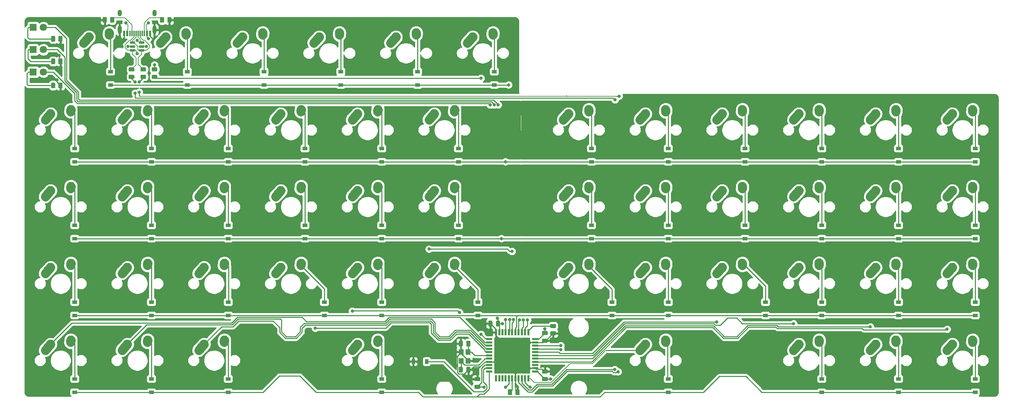
<source format=gbl>
G04 #@! TF.GenerationSoftware,KiCad,Pcbnew,(5.1.4-0)*
G04 #@! TF.CreationDate,2021-01-08T16:44:09-05:00*
G04 #@! TF.ProjectId,V4N4G0RTH0N,56344e34-4730-4525-9448-304e2e6b6963,rev?*
G04 #@! TF.SameCoordinates,Original*
G04 #@! TF.FileFunction,Copper,L2,Bot*
G04 #@! TF.FilePolarity,Positive*
%FSLAX46Y46*%
G04 Gerber Fmt 4.6, Leading zero omitted, Abs format (unit mm)*
G04 Created by KiCad (PCBNEW (5.1.4-0)) date 2021-01-08 16:44:09*
%MOMM*%
%LPD*%
G04 APERTURE LIST*
%ADD10C,0.100000*%
%ADD11C,0.975000*%
%ADD12R,0.900000X1.200000*%
%ADD13C,2.250000*%
%ADD14C,2.250000*%
%ADD15C,0.600000*%
%ADD16R,1.200000X1.400000*%
%ADD17R,0.600000X1.450000*%
%ADD18R,0.300000X1.450000*%
%ADD19O,1.000000X2.100000*%
%ADD20O,1.000000X1.600000*%
%ADD21R,1.500000X0.550000*%
%ADD22R,0.550000X1.500000*%
%ADD23C,1.025000*%
%ADD24C,1.800000*%
%ADD25R,1.800000X1.800000*%
%ADD26C,1.000000*%
%ADD27R,1.200000X0.900000*%
%ADD28C,0.800000*%
%ADD29C,0.254000*%
%ADD30C,0.203200*%
G04 APERTURE END LIST*
D10*
G36*
X57122142Y-41629174D02*
G01*
X57145803Y-41632684D01*
X57169007Y-41638496D01*
X57191529Y-41646554D01*
X57213153Y-41656782D01*
X57233670Y-41669079D01*
X57252883Y-41683329D01*
X57270607Y-41699393D01*
X57286671Y-41717117D01*
X57300921Y-41736330D01*
X57313218Y-41756847D01*
X57323446Y-41778471D01*
X57331504Y-41800993D01*
X57337316Y-41824197D01*
X57340826Y-41847858D01*
X57342000Y-41871750D01*
X57342000Y-42359250D01*
X57340826Y-42383142D01*
X57337316Y-42406803D01*
X57331504Y-42430007D01*
X57323446Y-42452529D01*
X57313218Y-42474153D01*
X57300921Y-42494670D01*
X57286671Y-42513883D01*
X57270607Y-42531607D01*
X57252883Y-42547671D01*
X57233670Y-42561921D01*
X57213153Y-42574218D01*
X57191529Y-42584446D01*
X57169007Y-42592504D01*
X57145803Y-42598316D01*
X57122142Y-42601826D01*
X57098250Y-42603000D01*
X56185750Y-42603000D01*
X56161858Y-42601826D01*
X56138197Y-42598316D01*
X56114993Y-42592504D01*
X56092471Y-42584446D01*
X56070847Y-42574218D01*
X56050330Y-42561921D01*
X56031117Y-42547671D01*
X56013393Y-42531607D01*
X55997329Y-42513883D01*
X55983079Y-42494670D01*
X55970782Y-42474153D01*
X55960554Y-42452529D01*
X55952496Y-42430007D01*
X55946684Y-42406803D01*
X55943174Y-42383142D01*
X55942000Y-42359250D01*
X55942000Y-41871750D01*
X55943174Y-41847858D01*
X55946684Y-41824197D01*
X55952496Y-41800993D01*
X55960554Y-41778471D01*
X55970782Y-41756847D01*
X55983079Y-41736330D01*
X55997329Y-41717117D01*
X56013393Y-41699393D01*
X56031117Y-41683329D01*
X56050330Y-41669079D01*
X56070847Y-41656782D01*
X56092471Y-41646554D01*
X56114993Y-41638496D01*
X56138197Y-41632684D01*
X56161858Y-41629174D01*
X56185750Y-41628000D01*
X57098250Y-41628000D01*
X57122142Y-41629174D01*
X57122142Y-41629174D01*
G37*
D11*
X56642000Y-42115500D03*
D10*
G36*
X57122142Y-43504174D02*
G01*
X57145803Y-43507684D01*
X57169007Y-43513496D01*
X57191529Y-43521554D01*
X57213153Y-43531782D01*
X57233670Y-43544079D01*
X57252883Y-43558329D01*
X57270607Y-43574393D01*
X57286671Y-43592117D01*
X57300921Y-43611330D01*
X57313218Y-43631847D01*
X57323446Y-43653471D01*
X57331504Y-43675993D01*
X57337316Y-43699197D01*
X57340826Y-43722858D01*
X57342000Y-43746750D01*
X57342000Y-44234250D01*
X57340826Y-44258142D01*
X57337316Y-44281803D01*
X57331504Y-44305007D01*
X57323446Y-44327529D01*
X57313218Y-44349153D01*
X57300921Y-44369670D01*
X57286671Y-44388883D01*
X57270607Y-44406607D01*
X57252883Y-44422671D01*
X57233670Y-44436921D01*
X57213153Y-44449218D01*
X57191529Y-44459446D01*
X57169007Y-44467504D01*
X57145803Y-44473316D01*
X57122142Y-44476826D01*
X57098250Y-44478000D01*
X56185750Y-44478000D01*
X56161858Y-44476826D01*
X56138197Y-44473316D01*
X56114993Y-44467504D01*
X56092471Y-44459446D01*
X56070847Y-44449218D01*
X56050330Y-44436921D01*
X56031117Y-44422671D01*
X56013393Y-44406607D01*
X55997329Y-44388883D01*
X55983079Y-44369670D01*
X55970782Y-44349153D01*
X55960554Y-44327529D01*
X55952496Y-44305007D01*
X55946684Y-44281803D01*
X55943174Y-44258142D01*
X55942000Y-44234250D01*
X55942000Y-43746750D01*
X55943174Y-43722858D01*
X55946684Y-43699197D01*
X55952496Y-43675993D01*
X55960554Y-43653471D01*
X55970782Y-43631847D01*
X55983079Y-43611330D01*
X55997329Y-43592117D01*
X56013393Y-43574393D01*
X56031117Y-43558329D01*
X56050330Y-43544079D01*
X56070847Y-43531782D01*
X56092471Y-43521554D01*
X56114993Y-43513496D01*
X56138197Y-43507684D01*
X56161858Y-43504174D01*
X56185750Y-43503000D01*
X57098250Y-43503000D01*
X57122142Y-43504174D01*
X57122142Y-43504174D01*
G37*
D11*
X56642000Y-43990500D03*
D12*
X124205000Y-114554000D03*
X120905000Y-114554000D03*
D13*
X254675000Y-110300000D03*
X254020001Y-111030000D03*
D14*
X253365000Y-111760000D02*
X254675002Y-110300000D01*
D13*
X259715000Y-109220000D03*
X259695000Y-109510000D03*
D14*
X259675000Y-109800000D02*
X259715000Y-109220000D01*
D10*
G36*
X53988703Y-37099722D02*
G01*
X54003264Y-37101882D01*
X54017543Y-37105459D01*
X54031403Y-37110418D01*
X54044710Y-37116712D01*
X54057336Y-37124280D01*
X54069159Y-37133048D01*
X54080066Y-37142934D01*
X54089952Y-37153841D01*
X54098720Y-37165664D01*
X54106288Y-37178290D01*
X54112582Y-37191597D01*
X54117541Y-37205457D01*
X54121118Y-37219736D01*
X54123278Y-37234297D01*
X54124000Y-37249000D01*
X54124000Y-37549000D01*
X54123278Y-37563703D01*
X54121118Y-37578264D01*
X54117541Y-37592543D01*
X54112582Y-37606403D01*
X54106288Y-37619710D01*
X54098720Y-37632336D01*
X54089952Y-37644159D01*
X54080066Y-37655066D01*
X54069159Y-37664952D01*
X54057336Y-37673720D01*
X54044710Y-37681288D01*
X54031403Y-37687582D01*
X54017543Y-37692541D01*
X54003264Y-37696118D01*
X53988703Y-37698278D01*
X53974000Y-37699000D01*
X52949000Y-37699000D01*
X52934297Y-37698278D01*
X52919736Y-37696118D01*
X52905457Y-37692541D01*
X52891597Y-37687582D01*
X52878290Y-37681288D01*
X52865664Y-37673720D01*
X52853841Y-37664952D01*
X52842934Y-37655066D01*
X52833048Y-37644159D01*
X52824280Y-37632336D01*
X52816712Y-37619710D01*
X52810418Y-37606403D01*
X52805459Y-37592543D01*
X52801882Y-37578264D01*
X52799722Y-37563703D01*
X52799000Y-37549000D01*
X52799000Y-37249000D01*
X52799722Y-37234297D01*
X52801882Y-37219736D01*
X52805459Y-37205457D01*
X52810418Y-37191597D01*
X52816712Y-37178290D01*
X52824280Y-37165664D01*
X52833048Y-37153841D01*
X52842934Y-37142934D01*
X52853841Y-37133048D01*
X52865664Y-37124280D01*
X52878290Y-37116712D01*
X52891597Y-37110418D01*
X52905457Y-37105459D01*
X52919736Y-37101882D01*
X52934297Y-37099722D01*
X52949000Y-37099000D01*
X53974000Y-37099000D01*
X53988703Y-37099722D01*
X53988703Y-37099722D01*
G37*
D15*
X53461500Y-37399000D03*
D10*
G36*
X53988703Y-36149722D02*
G01*
X54003264Y-36151882D01*
X54017543Y-36155459D01*
X54031403Y-36160418D01*
X54044710Y-36166712D01*
X54057336Y-36174280D01*
X54069159Y-36183048D01*
X54080066Y-36192934D01*
X54089952Y-36203841D01*
X54098720Y-36215664D01*
X54106288Y-36228290D01*
X54112582Y-36241597D01*
X54117541Y-36255457D01*
X54121118Y-36269736D01*
X54123278Y-36284297D01*
X54124000Y-36299000D01*
X54124000Y-36599000D01*
X54123278Y-36613703D01*
X54121118Y-36628264D01*
X54117541Y-36642543D01*
X54112582Y-36656403D01*
X54106288Y-36669710D01*
X54098720Y-36682336D01*
X54089952Y-36694159D01*
X54080066Y-36705066D01*
X54069159Y-36714952D01*
X54057336Y-36723720D01*
X54044710Y-36731288D01*
X54031403Y-36737582D01*
X54017543Y-36742541D01*
X54003264Y-36746118D01*
X53988703Y-36748278D01*
X53974000Y-36749000D01*
X52949000Y-36749000D01*
X52934297Y-36748278D01*
X52919736Y-36746118D01*
X52905457Y-36742541D01*
X52891597Y-36737582D01*
X52878290Y-36731288D01*
X52865664Y-36723720D01*
X52853841Y-36714952D01*
X52842934Y-36705066D01*
X52833048Y-36694159D01*
X52824280Y-36682336D01*
X52816712Y-36669710D01*
X52810418Y-36656403D01*
X52805459Y-36642543D01*
X52801882Y-36628264D01*
X52799722Y-36613703D01*
X52799000Y-36599000D01*
X52799000Y-36299000D01*
X52799722Y-36284297D01*
X52801882Y-36269736D01*
X52805459Y-36255457D01*
X52810418Y-36241597D01*
X52816712Y-36228290D01*
X52824280Y-36215664D01*
X52833048Y-36203841D01*
X52842934Y-36192934D01*
X52853841Y-36183048D01*
X52865664Y-36174280D01*
X52878290Y-36166712D01*
X52891597Y-36160418D01*
X52905457Y-36155459D01*
X52919736Y-36151882D01*
X52934297Y-36149722D01*
X52949000Y-36149000D01*
X53974000Y-36149000D01*
X53988703Y-36149722D01*
X53988703Y-36149722D01*
G37*
D15*
X53461500Y-36449000D03*
D10*
G36*
X53988703Y-35199722D02*
G01*
X54003264Y-35201882D01*
X54017543Y-35205459D01*
X54031403Y-35210418D01*
X54044710Y-35216712D01*
X54057336Y-35224280D01*
X54069159Y-35233048D01*
X54080066Y-35242934D01*
X54089952Y-35253841D01*
X54098720Y-35265664D01*
X54106288Y-35278290D01*
X54112582Y-35291597D01*
X54117541Y-35305457D01*
X54121118Y-35319736D01*
X54123278Y-35334297D01*
X54124000Y-35349000D01*
X54124000Y-35649000D01*
X54123278Y-35663703D01*
X54121118Y-35678264D01*
X54117541Y-35692543D01*
X54112582Y-35706403D01*
X54106288Y-35719710D01*
X54098720Y-35732336D01*
X54089952Y-35744159D01*
X54080066Y-35755066D01*
X54069159Y-35764952D01*
X54057336Y-35773720D01*
X54044710Y-35781288D01*
X54031403Y-35787582D01*
X54017543Y-35792541D01*
X54003264Y-35796118D01*
X53988703Y-35798278D01*
X53974000Y-35799000D01*
X52949000Y-35799000D01*
X52934297Y-35798278D01*
X52919736Y-35796118D01*
X52905457Y-35792541D01*
X52891597Y-35787582D01*
X52878290Y-35781288D01*
X52865664Y-35773720D01*
X52853841Y-35764952D01*
X52842934Y-35755066D01*
X52833048Y-35744159D01*
X52824280Y-35732336D01*
X52816712Y-35719710D01*
X52810418Y-35706403D01*
X52805459Y-35692543D01*
X52801882Y-35678264D01*
X52799722Y-35663703D01*
X52799000Y-35649000D01*
X52799000Y-35349000D01*
X52799722Y-35334297D01*
X52801882Y-35319736D01*
X52805459Y-35305457D01*
X52810418Y-35291597D01*
X52816712Y-35278290D01*
X52824280Y-35265664D01*
X52833048Y-35253841D01*
X52842934Y-35242934D01*
X52853841Y-35233048D01*
X52865664Y-35224280D01*
X52878290Y-35216712D01*
X52891597Y-35210418D01*
X52905457Y-35205459D01*
X52919736Y-35201882D01*
X52934297Y-35199722D01*
X52949000Y-35199000D01*
X53974000Y-35199000D01*
X53988703Y-35199722D01*
X53988703Y-35199722D01*
G37*
D15*
X53461500Y-35499000D03*
D10*
G36*
X51713703Y-35199722D02*
G01*
X51728264Y-35201882D01*
X51742543Y-35205459D01*
X51756403Y-35210418D01*
X51769710Y-35216712D01*
X51782336Y-35224280D01*
X51794159Y-35233048D01*
X51805066Y-35242934D01*
X51814952Y-35253841D01*
X51823720Y-35265664D01*
X51831288Y-35278290D01*
X51837582Y-35291597D01*
X51842541Y-35305457D01*
X51846118Y-35319736D01*
X51848278Y-35334297D01*
X51849000Y-35349000D01*
X51849000Y-35649000D01*
X51848278Y-35663703D01*
X51846118Y-35678264D01*
X51842541Y-35692543D01*
X51837582Y-35706403D01*
X51831288Y-35719710D01*
X51823720Y-35732336D01*
X51814952Y-35744159D01*
X51805066Y-35755066D01*
X51794159Y-35764952D01*
X51782336Y-35773720D01*
X51769710Y-35781288D01*
X51756403Y-35787582D01*
X51742543Y-35792541D01*
X51728264Y-35796118D01*
X51713703Y-35798278D01*
X51699000Y-35799000D01*
X50674000Y-35799000D01*
X50659297Y-35798278D01*
X50644736Y-35796118D01*
X50630457Y-35792541D01*
X50616597Y-35787582D01*
X50603290Y-35781288D01*
X50590664Y-35773720D01*
X50578841Y-35764952D01*
X50567934Y-35755066D01*
X50558048Y-35744159D01*
X50549280Y-35732336D01*
X50541712Y-35719710D01*
X50535418Y-35706403D01*
X50530459Y-35692543D01*
X50526882Y-35678264D01*
X50524722Y-35663703D01*
X50524000Y-35649000D01*
X50524000Y-35349000D01*
X50524722Y-35334297D01*
X50526882Y-35319736D01*
X50530459Y-35305457D01*
X50535418Y-35291597D01*
X50541712Y-35278290D01*
X50549280Y-35265664D01*
X50558048Y-35253841D01*
X50567934Y-35242934D01*
X50578841Y-35233048D01*
X50590664Y-35224280D01*
X50603290Y-35216712D01*
X50616597Y-35210418D01*
X50630457Y-35205459D01*
X50644736Y-35201882D01*
X50659297Y-35199722D01*
X50674000Y-35199000D01*
X51699000Y-35199000D01*
X51713703Y-35199722D01*
X51713703Y-35199722D01*
G37*
D15*
X51186500Y-35499000D03*
D10*
G36*
X51713703Y-36149722D02*
G01*
X51728264Y-36151882D01*
X51742543Y-36155459D01*
X51756403Y-36160418D01*
X51769710Y-36166712D01*
X51782336Y-36174280D01*
X51794159Y-36183048D01*
X51805066Y-36192934D01*
X51814952Y-36203841D01*
X51823720Y-36215664D01*
X51831288Y-36228290D01*
X51837582Y-36241597D01*
X51842541Y-36255457D01*
X51846118Y-36269736D01*
X51848278Y-36284297D01*
X51849000Y-36299000D01*
X51849000Y-36599000D01*
X51848278Y-36613703D01*
X51846118Y-36628264D01*
X51842541Y-36642543D01*
X51837582Y-36656403D01*
X51831288Y-36669710D01*
X51823720Y-36682336D01*
X51814952Y-36694159D01*
X51805066Y-36705066D01*
X51794159Y-36714952D01*
X51782336Y-36723720D01*
X51769710Y-36731288D01*
X51756403Y-36737582D01*
X51742543Y-36742541D01*
X51728264Y-36746118D01*
X51713703Y-36748278D01*
X51699000Y-36749000D01*
X50674000Y-36749000D01*
X50659297Y-36748278D01*
X50644736Y-36746118D01*
X50630457Y-36742541D01*
X50616597Y-36737582D01*
X50603290Y-36731288D01*
X50590664Y-36723720D01*
X50578841Y-36714952D01*
X50567934Y-36705066D01*
X50558048Y-36694159D01*
X50549280Y-36682336D01*
X50541712Y-36669710D01*
X50535418Y-36656403D01*
X50530459Y-36642543D01*
X50526882Y-36628264D01*
X50524722Y-36613703D01*
X50524000Y-36599000D01*
X50524000Y-36299000D01*
X50524722Y-36284297D01*
X50526882Y-36269736D01*
X50530459Y-36255457D01*
X50535418Y-36241597D01*
X50541712Y-36228290D01*
X50549280Y-36215664D01*
X50558048Y-36203841D01*
X50567934Y-36192934D01*
X50578841Y-36183048D01*
X50590664Y-36174280D01*
X50603290Y-36166712D01*
X50616597Y-36160418D01*
X50630457Y-36155459D01*
X50644736Y-36151882D01*
X50659297Y-36149722D01*
X50674000Y-36149000D01*
X51699000Y-36149000D01*
X51713703Y-36149722D01*
X51713703Y-36149722D01*
G37*
D15*
X51186500Y-36449000D03*
D10*
G36*
X51713703Y-37099722D02*
G01*
X51728264Y-37101882D01*
X51742543Y-37105459D01*
X51756403Y-37110418D01*
X51769710Y-37116712D01*
X51782336Y-37124280D01*
X51794159Y-37133048D01*
X51805066Y-37142934D01*
X51814952Y-37153841D01*
X51823720Y-37165664D01*
X51831288Y-37178290D01*
X51837582Y-37191597D01*
X51842541Y-37205457D01*
X51846118Y-37219736D01*
X51848278Y-37234297D01*
X51849000Y-37249000D01*
X51849000Y-37549000D01*
X51848278Y-37563703D01*
X51846118Y-37578264D01*
X51842541Y-37592543D01*
X51837582Y-37606403D01*
X51831288Y-37619710D01*
X51823720Y-37632336D01*
X51814952Y-37644159D01*
X51805066Y-37655066D01*
X51794159Y-37664952D01*
X51782336Y-37673720D01*
X51769710Y-37681288D01*
X51756403Y-37687582D01*
X51742543Y-37692541D01*
X51728264Y-37696118D01*
X51713703Y-37698278D01*
X51699000Y-37699000D01*
X50674000Y-37699000D01*
X50659297Y-37698278D01*
X50644736Y-37696118D01*
X50630457Y-37692541D01*
X50616597Y-37687582D01*
X50603290Y-37681288D01*
X50590664Y-37673720D01*
X50578841Y-37664952D01*
X50567934Y-37655066D01*
X50558048Y-37644159D01*
X50549280Y-37632336D01*
X50541712Y-37619710D01*
X50535418Y-37606403D01*
X50530459Y-37592543D01*
X50526882Y-37578264D01*
X50524722Y-37563703D01*
X50524000Y-37549000D01*
X50524000Y-37249000D01*
X50524722Y-37234297D01*
X50526882Y-37219736D01*
X50530459Y-37205457D01*
X50535418Y-37191597D01*
X50541712Y-37178290D01*
X50549280Y-37165664D01*
X50558048Y-37153841D01*
X50567934Y-37142934D01*
X50578841Y-37133048D01*
X50590664Y-37124280D01*
X50603290Y-37116712D01*
X50616597Y-37110418D01*
X50630457Y-37105459D01*
X50644736Y-37101882D01*
X50659297Y-37099722D01*
X50674000Y-37099000D01*
X51699000Y-37099000D01*
X51713703Y-37099722D01*
X51713703Y-37099722D01*
G37*
D15*
X51186500Y-37399000D03*
D16*
X132754000Y-112184000D03*
X132754000Y-114384000D03*
X134454000Y-114384000D03*
X134454000Y-112184000D03*
D17*
X55549000Y-33222000D03*
X49099000Y-33222000D03*
X54774000Y-33222000D03*
X49874000Y-33222000D03*
D18*
X50574000Y-33222000D03*
X54074000Y-33222000D03*
X51074000Y-33222000D03*
X53574000Y-33222000D03*
X51574000Y-33222000D03*
X53074000Y-33222000D03*
X52574000Y-33222000D03*
X52074000Y-33222000D03*
D19*
X48004000Y-32307000D03*
X56644000Y-32307000D03*
D20*
X48004000Y-28127000D03*
X56644000Y-28127000D03*
D21*
X151115000Y-117030000D03*
X151115000Y-116230000D03*
X151115000Y-115430000D03*
X151115000Y-114630000D03*
X151115000Y-113830000D03*
X151115000Y-113030000D03*
X151115000Y-112230000D03*
X151115000Y-111430000D03*
X151115000Y-110630000D03*
X151115000Y-109830000D03*
X151115000Y-109030000D03*
D22*
X149415000Y-107330000D03*
X148615000Y-107330000D03*
X147815000Y-107330000D03*
X147015000Y-107330000D03*
X146215000Y-107330000D03*
X145415000Y-107330000D03*
X144615000Y-107330000D03*
X143815000Y-107330000D03*
X143015000Y-107330000D03*
X142215000Y-107330000D03*
X141415000Y-107330000D03*
D21*
X139715000Y-109030000D03*
X139715000Y-109830000D03*
X139715000Y-110630000D03*
X139715000Y-111430000D03*
X139715000Y-112230000D03*
X139715000Y-113030000D03*
X139715000Y-113830000D03*
X139715000Y-114630000D03*
X139715000Y-115430000D03*
X139715000Y-116230000D03*
X139715000Y-117030000D03*
D22*
X141415000Y-118730000D03*
X142215000Y-118730000D03*
X143015000Y-118730000D03*
X143815000Y-118730000D03*
X144615000Y-118730000D03*
X145415000Y-118730000D03*
X146215000Y-118730000D03*
X147015000Y-118730000D03*
X147815000Y-118730000D03*
X148615000Y-118730000D03*
X149415000Y-118730000D03*
D10*
G36*
X58810505Y-29146204D02*
G01*
X58834773Y-29149804D01*
X58858572Y-29155765D01*
X58881671Y-29164030D01*
X58903850Y-29174520D01*
X58924893Y-29187132D01*
X58944599Y-29201747D01*
X58962777Y-29218223D01*
X58979253Y-29236401D01*
X58993868Y-29256107D01*
X59006480Y-29277150D01*
X59016970Y-29299329D01*
X59025235Y-29322428D01*
X59031196Y-29346227D01*
X59034796Y-29370495D01*
X59036000Y-29394999D01*
X59036000Y-30295001D01*
X59034796Y-30319505D01*
X59031196Y-30343773D01*
X59025235Y-30367572D01*
X59016970Y-30390671D01*
X59006480Y-30412850D01*
X58993868Y-30433893D01*
X58979253Y-30453599D01*
X58962777Y-30471777D01*
X58944599Y-30488253D01*
X58924893Y-30502868D01*
X58903850Y-30515480D01*
X58881671Y-30525970D01*
X58858572Y-30534235D01*
X58834773Y-30540196D01*
X58810505Y-30543796D01*
X58786001Y-30545000D01*
X58260999Y-30545000D01*
X58236495Y-30543796D01*
X58212227Y-30540196D01*
X58188428Y-30534235D01*
X58165329Y-30525970D01*
X58143150Y-30515480D01*
X58122107Y-30502868D01*
X58102401Y-30488253D01*
X58084223Y-30471777D01*
X58067747Y-30453599D01*
X58053132Y-30433893D01*
X58040520Y-30412850D01*
X58030030Y-30390671D01*
X58021765Y-30367572D01*
X58015804Y-30343773D01*
X58012204Y-30319505D01*
X58011000Y-30295001D01*
X58011000Y-29394999D01*
X58012204Y-29370495D01*
X58015804Y-29346227D01*
X58021765Y-29322428D01*
X58030030Y-29299329D01*
X58040520Y-29277150D01*
X58053132Y-29256107D01*
X58067747Y-29236401D01*
X58084223Y-29218223D01*
X58102401Y-29201747D01*
X58122107Y-29187132D01*
X58143150Y-29174520D01*
X58165329Y-29164030D01*
X58188428Y-29155765D01*
X58212227Y-29149804D01*
X58236495Y-29146204D01*
X58260999Y-29145000D01*
X58786001Y-29145000D01*
X58810505Y-29146204D01*
X58810505Y-29146204D01*
G37*
D23*
X58523500Y-29845000D03*
D10*
G36*
X60635505Y-29146204D02*
G01*
X60659773Y-29149804D01*
X60683572Y-29155765D01*
X60706671Y-29164030D01*
X60728850Y-29174520D01*
X60749893Y-29187132D01*
X60769599Y-29201747D01*
X60787777Y-29218223D01*
X60804253Y-29236401D01*
X60818868Y-29256107D01*
X60831480Y-29277150D01*
X60841970Y-29299329D01*
X60850235Y-29322428D01*
X60856196Y-29346227D01*
X60859796Y-29370495D01*
X60861000Y-29394999D01*
X60861000Y-30295001D01*
X60859796Y-30319505D01*
X60856196Y-30343773D01*
X60850235Y-30367572D01*
X60841970Y-30390671D01*
X60831480Y-30412850D01*
X60818868Y-30433893D01*
X60804253Y-30453599D01*
X60787777Y-30471777D01*
X60769599Y-30488253D01*
X60749893Y-30502868D01*
X60728850Y-30515480D01*
X60706671Y-30525970D01*
X60683572Y-30534235D01*
X60659773Y-30540196D01*
X60635505Y-30543796D01*
X60611001Y-30545000D01*
X60085999Y-30545000D01*
X60061495Y-30543796D01*
X60037227Y-30540196D01*
X60013428Y-30534235D01*
X59990329Y-30525970D01*
X59968150Y-30515480D01*
X59947107Y-30502868D01*
X59927401Y-30488253D01*
X59909223Y-30471777D01*
X59892747Y-30453599D01*
X59878132Y-30433893D01*
X59865520Y-30412850D01*
X59855030Y-30390671D01*
X59846765Y-30367572D01*
X59840804Y-30343773D01*
X59837204Y-30319505D01*
X59836000Y-30295001D01*
X59836000Y-29394999D01*
X59837204Y-29370495D01*
X59840804Y-29346227D01*
X59846765Y-29322428D01*
X59855030Y-29299329D01*
X59865520Y-29277150D01*
X59878132Y-29256107D01*
X59892747Y-29236401D01*
X59909223Y-29218223D01*
X59927401Y-29201747D01*
X59947107Y-29187132D01*
X59968150Y-29174520D01*
X59990329Y-29164030D01*
X60013428Y-29155765D01*
X60037227Y-29149804D01*
X60061495Y-29146204D01*
X60085999Y-29145000D01*
X60611001Y-29145000D01*
X60635505Y-29146204D01*
X60635505Y-29146204D01*
G37*
D23*
X60348500Y-29845000D03*
D10*
G36*
X46411505Y-29146204D02*
G01*
X46435773Y-29149804D01*
X46459572Y-29155765D01*
X46482671Y-29164030D01*
X46504850Y-29174520D01*
X46525893Y-29187132D01*
X46545599Y-29201747D01*
X46563777Y-29218223D01*
X46580253Y-29236401D01*
X46594868Y-29256107D01*
X46607480Y-29277150D01*
X46617970Y-29299329D01*
X46626235Y-29322428D01*
X46632196Y-29346227D01*
X46635796Y-29370495D01*
X46637000Y-29394999D01*
X46637000Y-30295001D01*
X46635796Y-30319505D01*
X46632196Y-30343773D01*
X46626235Y-30367572D01*
X46617970Y-30390671D01*
X46607480Y-30412850D01*
X46594868Y-30433893D01*
X46580253Y-30453599D01*
X46563777Y-30471777D01*
X46545599Y-30488253D01*
X46525893Y-30502868D01*
X46504850Y-30515480D01*
X46482671Y-30525970D01*
X46459572Y-30534235D01*
X46435773Y-30540196D01*
X46411505Y-30543796D01*
X46387001Y-30545000D01*
X45861999Y-30545000D01*
X45837495Y-30543796D01*
X45813227Y-30540196D01*
X45789428Y-30534235D01*
X45766329Y-30525970D01*
X45744150Y-30515480D01*
X45723107Y-30502868D01*
X45703401Y-30488253D01*
X45685223Y-30471777D01*
X45668747Y-30453599D01*
X45654132Y-30433893D01*
X45641520Y-30412850D01*
X45631030Y-30390671D01*
X45622765Y-30367572D01*
X45616804Y-30343773D01*
X45613204Y-30319505D01*
X45612000Y-30295001D01*
X45612000Y-29394999D01*
X45613204Y-29370495D01*
X45616804Y-29346227D01*
X45622765Y-29322428D01*
X45631030Y-29299329D01*
X45641520Y-29277150D01*
X45654132Y-29256107D01*
X45668747Y-29236401D01*
X45685223Y-29218223D01*
X45703401Y-29201747D01*
X45723107Y-29187132D01*
X45744150Y-29174520D01*
X45766329Y-29164030D01*
X45789428Y-29155765D01*
X45813227Y-29149804D01*
X45837495Y-29146204D01*
X45861999Y-29145000D01*
X46387001Y-29145000D01*
X46411505Y-29146204D01*
X46411505Y-29146204D01*
G37*
D23*
X46124500Y-29845000D03*
D10*
G36*
X44586505Y-29146204D02*
G01*
X44610773Y-29149804D01*
X44634572Y-29155765D01*
X44657671Y-29164030D01*
X44679850Y-29174520D01*
X44700893Y-29187132D01*
X44720599Y-29201747D01*
X44738777Y-29218223D01*
X44755253Y-29236401D01*
X44769868Y-29256107D01*
X44782480Y-29277150D01*
X44792970Y-29299329D01*
X44801235Y-29322428D01*
X44807196Y-29346227D01*
X44810796Y-29370495D01*
X44812000Y-29394999D01*
X44812000Y-30295001D01*
X44810796Y-30319505D01*
X44807196Y-30343773D01*
X44801235Y-30367572D01*
X44792970Y-30390671D01*
X44782480Y-30412850D01*
X44769868Y-30433893D01*
X44755253Y-30453599D01*
X44738777Y-30471777D01*
X44720599Y-30488253D01*
X44700893Y-30502868D01*
X44679850Y-30515480D01*
X44657671Y-30525970D01*
X44634572Y-30534235D01*
X44610773Y-30540196D01*
X44586505Y-30543796D01*
X44562001Y-30545000D01*
X44036999Y-30545000D01*
X44012495Y-30543796D01*
X43988227Y-30540196D01*
X43964428Y-30534235D01*
X43941329Y-30525970D01*
X43919150Y-30515480D01*
X43898107Y-30502868D01*
X43878401Y-30488253D01*
X43860223Y-30471777D01*
X43843747Y-30453599D01*
X43829132Y-30433893D01*
X43816520Y-30412850D01*
X43806030Y-30390671D01*
X43797765Y-30367572D01*
X43791804Y-30343773D01*
X43788204Y-30319505D01*
X43787000Y-30295001D01*
X43787000Y-29394999D01*
X43788204Y-29370495D01*
X43791804Y-29346227D01*
X43797765Y-29322428D01*
X43806030Y-29299329D01*
X43816520Y-29277150D01*
X43829132Y-29256107D01*
X43843747Y-29236401D01*
X43860223Y-29218223D01*
X43878401Y-29201747D01*
X43898107Y-29187132D01*
X43919150Y-29174520D01*
X43941329Y-29164030D01*
X43964428Y-29155765D01*
X43988227Y-29149804D01*
X44012495Y-29146204D01*
X44036999Y-29145000D01*
X44562001Y-29145000D01*
X44586505Y-29146204D01*
X44586505Y-29146204D01*
G37*
D23*
X44299500Y-29845000D03*
D10*
G36*
X31759505Y-45402204D02*
G01*
X31783773Y-45405804D01*
X31807572Y-45411765D01*
X31830671Y-45420030D01*
X31852850Y-45430520D01*
X31873893Y-45443132D01*
X31893599Y-45457747D01*
X31911777Y-45474223D01*
X31928253Y-45492401D01*
X31942868Y-45512107D01*
X31955480Y-45533150D01*
X31965970Y-45555329D01*
X31974235Y-45578428D01*
X31980196Y-45602227D01*
X31983796Y-45626495D01*
X31985000Y-45650999D01*
X31985000Y-46551001D01*
X31983796Y-46575505D01*
X31980196Y-46599773D01*
X31974235Y-46623572D01*
X31965970Y-46646671D01*
X31955480Y-46668850D01*
X31942868Y-46689893D01*
X31928253Y-46709599D01*
X31911777Y-46727777D01*
X31893599Y-46744253D01*
X31873893Y-46758868D01*
X31852850Y-46771480D01*
X31830671Y-46781970D01*
X31807572Y-46790235D01*
X31783773Y-46796196D01*
X31759505Y-46799796D01*
X31735001Y-46801000D01*
X31209999Y-46801000D01*
X31185495Y-46799796D01*
X31161227Y-46796196D01*
X31137428Y-46790235D01*
X31114329Y-46781970D01*
X31092150Y-46771480D01*
X31071107Y-46758868D01*
X31051401Y-46744253D01*
X31033223Y-46727777D01*
X31016747Y-46709599D01*
X31002132Y-46689893D01*
X30989520Y-46668850D01*
X30979030Y-46646671D01*
X30970765Y-46623572D01*
X30964804Y-46599773D01*
X30961204Y-46575505D01*
X30960000Y-46551001D01*
X30960000Y-45650999D01*
X30961204Y-45626495D01*
X30964804Y-45602227D01*
X30970765Y-45578428D01*
X30979030Y-45555329D01*
X30989520Y-45533150D01*
X31002132Y-45512107D01*
X31016747Y-45492401D01*
X31033223Y-45474223D01*
X31051401Y-45457747D01*
X31071107Y-45443132D01*
X31092150Y-45430520D01*
X31114329Y-45420030D01*
X31137428Y-45411765D01*
X31161227Y-45405804D01*
X31185495Y-45402204D01*
X31209999Y-45401000D01*
X31735001Y-45401000D01*
X31759505Y-45402204D01*
X31759505Y-45402204D01*
G37*
D23*
X31472500Y-46101000D03*
D10*
G36*
X33584505Y-45402204D02*
G01*
X33608773Y-45405804D01*
X33632572Y-45411765D01*
X33655671Y-45420030D01*
X33677850Y-45430520D01*
X33698893Y-45443132D01*
X33718599Y-45457747D01*
X33736777Y-45474223D01*
X33753253Y-45492401D01*
X33767868Y-45512107D01*
X33780480Y-45533150D01*
X33790970Y-45555329D01*
X33799235Y-45578428D01*
X33805196Y-45602227D01*
X33808796Y-45626495D01*
X33810000Y-45650999D01*
X33810000Y-46551001D01*
X33808796Y-46575505D01*
X33805196Y-46599773D01*
X33799235Y-46623572D01*
X33790970Y-46646671D01*
X33780480Y-46668850D01*
X33767868Y-46689893D01*
X33753253Y-46709599D01*
X33736777Y-46727777D01*
X33718599Y-46744253D01*
X33698893Y-46758868D01*
X33677850Y-46771480D01*
X33655671Y-46781970D01*
X33632572Y-46790235D01*
X33608773Y-46796196D01*
X33584505Y-46799796D01*
X33560001Y-46801000D01*
X33034999Y-46801000D01*
X33010495Y-46799796D01*
X32986227Y-46796196D01*
X32962428Y-46790235D01*
X32939329Y-46781970D01*
X32917150Y-46771480D01*
X32896107Y-46758868D01*
X32876401Y-46744253D01*
X32858223Y-46727777D01*
X32841747Y-46709599D01*
X32827132Y-46689893D01*
X32814520Y-46668850D01*
X32804030Y-46646671D01*
X32795765Y-46623572D01*
X32789804Y-46599773D01*
X32786204Y-46575505D01*
X32785000Y-46551001D01*
X32785000Y-45650999D01*
X32786204Y-45626495D01*
X32789804Y-45602227D01*
X32795765Y-45578428D01*
X32804030Y-45555329D01*
X32814520Y-45533150D01*
X32827132Y-45512107D01*
X32841747Y-45492401D01*
X32858223Y-45474223D01*
X32876401Y-45457747D01*
X32896107Y-45443132D01*
X32917150Y-45430520D01*
X32939329Y-45420030D01*
X32962428Y-45411765D01*
X32986227Y-45405804D01*
X33010495Y-45402204D01*
X33034999Y-45401000D01*
X33560001Y-45401000D01*
X33584505Y-45402204D01*
X33584505Y-45402204D01*
G37*
D23*
X33297500Y-46101000D03*
D10*
G36*
X31759505Y-39433204D02*
G01*
X31783773Y-39436804D01*
X31807572Y-39442765D01*
X31830671Y-39451030D01*
X31852850Y-39461520D01*
X31873893Y-39474132D01*
X31893599Y-39488747D01*
X31911777Y-39505223D01*
X31928253Y-39523401D01*
X31942868Y-39543107D01*
X31955480Y-39564150D01*
X31965970Y-39586329D01*
X31974235Y-39609428D01*
X31980196Y-39633227D01*
X31983796Y-39657495D01*
X31985000Y-39681999D01*
X31985000Y-40582001D01*
X31983796Y-40606505D01*
X31980196Y-40630773D01*
X31974235Y-40654572D01*
X31965970Y-40677671D01*
X31955480Y-40699850D01*
X31942868Y-40720893D01*
X31928253Y-40740599D01*
X31911777Y-40758777D01*
X31893599Y-40775253D01*
X31873893Y-40789868D01*
X31852850Y-40802480D01*
X31830671Y-40812970D01*
X31807572Y-40821235D01*
X31783773Y-40827196D01*
X31759505Y-40830796D01*
X31735001Y-40832000D01*
X31209999Y-40832000D01*
X31185495Y-40830796D01*
X31161227Y-40827196D01*
X31137428Y-40821235D01*
X31114329Y-40812970D01*
X31092150Y-40802480D01*
X31071107Y-40789868D01*
X31051401Y-40775253D01*
X31033223Y-40758777D01*
X31016747Y-40740599D01*
X31002132Y-40720893D01*
X30989520Y-40699850D01*
X30979030Y-40677671D01*
X30970765Y-40654572D01*
X30964804Y-40630773D01*
X30961204Y-40606505D01*
X30960000Y-40582001D01*
X30960000Y-39681999D01*
X30961204Y-39657495D01*
X30964804Y-39633227D01*
X30970765Y-39609428D01*
X30979030Y-39586329D01*
X30989520Y-39564150D01*
X31002132Y-39543107D01*
X31016747Y-39523401D01*
X31033223Y-39505223D01*
X31051401Y-39488747D01*
X31071107Y-39474132D01*
X31092150Y-39461520D01*
X31114329Y-39451030D01*
X31137428Y-39442765D01*
X31161227Y-39436804D01*
X31185495Y-39433204D01*
X31209999Y-39432000D01*
X31735001Y-39432000D01*
X31759505Y-39433204D01*
X31759505Y-39433204D01*
G37*
D23*
X31472500Y-40132000D03*
D10*
G36*
X33584505Y-39433204D02*
G01*
X33608773Y-39436804D01*
X33632572Y-39442765D01*
X33655671Y-39451030D01*
X33677850Y-39461520D01*
X33698893Y-39474132D01*
X33718599Y-39488747D01*
X33736777Y-39505223D01*
X33753253Y-39523401D01*
X33767868Y-39543107D01*
X33780480Y-39564150D01*
X33790970Y-39586329D01*
X33799235Y-39609428D01*
X33805196Y-39633227D01*
X33808796Y-39657495D01*
X33810000Y-39681999D01*
X33810000Y-40582001D01*
X33808796Y-40606505D01*
X33805196Y-40630773D01*
X33799235Y-40654572D01*
X33790970Y-40677671D01*
X33780480Y-40699850D01*
X33767868Y-40720893D01*
X33753253Y-40740599D01*
X33736777Y-40758777D01*
X33718599Y-40775253D01*
X33698893Y-40789868D01*
X33677850Y-40802480D01*
X33655671Y-40812970D01*
X33632572Y-40821235D01*
X33608773Y-40827196D01*
X33584505Y-40830796D01*
X33560001Y-40832000D01*
X33034999Y-40832000D01*
X33010495Y-40830796D01*
X32986227Y-40827196D01*
X32962428Y-40821235D01*
X32939329Y-40812970D01*
X32917150Y-40802480D01*
X32896107Y-40789868D01*
X32876401Y-40775253D01*
X32858223Y-40758777D01*
X32841747Y-40740599D01*
X32827132Y-40720893D01*
X32814520Y-40699850D01*
X32804030Y-40677671D01*
X32795765Y-40654572D01*
X32789804Y-40630773D01*
X32786204Y-40606505D01*
X32785000Y-40582001D01*
X32785000Y-39681999D01*
X32786204Y-39657495D01*
X32789804Y-39633227D01*
X32795765Y-39609428D01*
X32804030Y-39586329D01*
X32814520Y-39564150D01*
X32827132Y-39543107D01*
X32841747Y-39523401D01*
X32858223Y-39505223D01*
X32876401Y-39488747D01*
X32896107Y-39474132D01*
X32917150Y-39461520D01*
X32939329Y-39451030D01*
X32962428Y-39442765D01*
X32986227Y-39436804D01*
X33010495Y-39433204D01*
X33034999Y-39432000D01*
X33560001Y-39432000D01*
X33584505Y-39433204D01*
X33584505Y-39433204D01*
G37*
D23*
X33297500Y-40132000D03*
D10*
G36*
X31759505Y-33845204D02*
G01*
X31783773Y-33848804D01*
X31807572Y-33854765D01*
X31830671Y-33863030D01*
X31852850Y-33873520D01*
X31873893Y-33886132D01*
X31893599Y-33900747D01*
X31911777Y-33917223D01*
X31928253Y-33935401D01*
X31942868Y-33955107D01*
X31955480Y-33976150D01*
X31965970Y-33998329D01*
X31974235Y-34021428D01*
X31980196Y-34045227D01*
X31983796Y-34069495D01*
X31985000Y-34093999D01*
X31985000Y-34994001D01*
X31983796Y-35018505D01*
X31980196Y-35042773D01*
X31974235Y-35066572D01*
X31965970Y-35089671D01*
X31955480Y-35111850D01*
X31942868Y-35132893D01*
X31928253Y-35152599D01*
X31911777Y-35170777D01*
X31893599Y-35187253D01*
X31873893Y-35201868D01*
X31852850Y-35214480D01*
X31830671Y-35224970D01*
X31807572Y-35233235D01*
X31783773Y-35239196D01*
X31759505Y-35242796D01*
X31735001Y-35244000D01*
X31209999Y-35244000D01*
X31185495Y-35242796D01*
X31161227Y-35239196D01*
X31137428Y-35233235D01*
X31114329Y-35224970D01*
X31092150Y-35214480D01*
X31071107Y-35201868D01*
X31051401Y-35187253D01*
X31033223Y-35170777D01*
X31016747Y-35152599D01*
X31002132Y-35132893D01*
X30989520Y-35111850D01*
X30979030Y-35089671D01*
X30970765Y-35066572D01*
X30964804Y-35042773D01*
X30961204Y-35018505D01*
X30960000Y-34994001D01*
X30960000Y-34093999D01*
X30961204Y-34069495D01*
X30964804Y-34045227D01*
X30970765Y-34021428D01*
X30979030Y-33998329D01*
X30989520Y-33976150D01*
X31002132Y-33955107D01*
X31016747Y-33935401D01*
X31033223Y-33917223D01*
X31051401Y-33900747D01*
X31071107Y-33886132D01*
X31092150Y-33873520D01*
X31114329Y-33863030D01*
X31137428Y-33854765D01*
X31161227Y-33848804D01*
X31185495Y-33845204D01*
X31209999Y-33844000D01*
X31735001Y-33844000D01*
X31759505Y-33845204D01*
X31759505Y-33845204D01*
G37*
D23*
X31472500Y-34544000D03*
D10*
G36*
X33584505Y-33845204D02*
G01*
X33608773Y-33848804D01*
X33632572Y-33854765D01*
X33655671Y-33863030D01*
X33677850Y-33873520D01*
X33698893Y-33886132D01*
X33718599Y-33900747D01*
X33736777Y-33917223D01*
X33753253Y-33935401D01*
X33767868Y-33955107D01*
X33780480Y-33976150D01*
X33790970Y-33998329D01*
X33799235Y-34021428D01*
X33805196Y-34045227D01*
X33808796Y-34069495D01*
X33810000Y-34093999D01*
X33810000Y-34994001D01*
X33808796Y-35018505D01*
X33805196Y-35042773D01*
X33799235Y-35066572D01*
X33790970Y-35089671D01*
X33780480Y-35111850D01*
X33767868Y-35132893D01*
X33753253Y-35152599D01*
X33736777Y-35170777D01*
X33718599Y-35187253D01*
X33698893Y-35201868D01*
X33677850Y-35214480D01*
X33655671Y-35224970D01*
X33632572Y-35233235D01*
X33608773Y-35239196D01*
X33584505Y-35242796D01*
X33560001Y-35244000D01*
X33034999Y-35244000D01*
X33010495Y-35242796D01*
X32986227Y-35239196D01*
X32962428Y-35233235D01*
X32939329Y-35224970D01*
X32917150Y-35214480D01*
X32896107Y-35201868D01*
X32876401Y-35187253D01*
X32858223Y-35170777D01*
X32841747Y-35152599D01*
X32827132Y-35132893D01*
X32814520Y-35111850D01*
X32804030Y-35089671D01*
X32795765Y-35066572D01*
X32789804Y-35042773D01*
X32786204Y-35018505D01*
X32785000Y-34994001D01*
X32785000Y-34093999D01*
X32786204Y-34069495D01*
X32789804Y-34045227D01*
X32795765Y-34021428D01*
X32804030Y-33998329D01*
X32814520Y-33976150D01*
X32827132Y-33955107D01*
X32841747Y-33935401D01*
X32858223Y-33917223D01*
X32876401Y-33900747D01*
X32896107Y-33886132D01*
X32917150Y-33873520D01*
X32939329Y-33863030D01*
X32962428Y-33854765D01*
X32986227Y-33848804D01*
X33010495Y-33845204D01*
X33034999Y-33844000D01*
X33560001Y-33844000D01*
X33584505Y-33845204D01*
X33584505Y-33845204D01*
G37*
D23*
X33297500Y-34544000D03*
D10*
G36*
X156049505Y-105232704D02*
G01*
X156073773Y-105236304D01*
X156097572Y-105242265D01*
X156120671Y-105250530D01*
X156142850Y-105261020D01*
X156163893Y-105273632D01*
X156183599Y-105288247D01*
X156201777Y-105304723D01*
X156218253Y-105322901D01*
X156232868Y-105342607D01*
X156245480Y-105363650D01*
X156255970Y-105385829D01*
X156264235Y-105408928D01*
X156270196Y-105432727D01*
X156273796Y-105456995D01*
X156275000Y-105481499D01*
X156275000Y-106006501D01*
X156273796Y-106031005D01*
X156270196Y-106055273D01*
X156264235Y-106079072D01*
X156255970Y-106102171D01*
X156245480Y-106124350D01*
X156232868Y-106145393D01*
X156218253Y-106165099D01*
X156201777Y-106183277D01*
X156183599Y-106199753D01*
X156163893Y-106214368D01*
X156142850Y-106226980D01*
X156120671Y-106237470D01*
X156097572Y-106245735D01*
X156073773Y-106251696D01*
X156049505Y-106255296D01*
X156025001Y-106256500D01*
X155124999Y-106256500D01*
X155100495Y-106255296D01*
X155076227Y-106251696D01*
X155052428Y-106245735D01*
X155029329Y-106237470D01*
X155007150Y-106226980D01*
X154986107Y-106214368D01*
X154966401Y-106199753D01*
X154948223Y-106183277D01*
X154931747Y-106165099D01*
X154917132Y-106145393D01*
X154904520Y-106124350D01*
X154894030Y-106102171D01*
X154885765Y-106079072D01*
X154879804Y-106055273D01*
X154876204Y-106031005D01*
X154875000Y-106006501D01*
X154875000Y-105481499D01*
X154876204Y-105456995D01*
X154879804Y-105432727D01*
X154885765Y-105408928D01*
X154894030Y-105385829D01*
X154904520Y-105363650D01*
X154917132Y-105342607D01*
X154931747Y-105322901D01*
X154948223Y-105304723D01*
X154966401Y-105288247D01*
X154986107Y-105273632D01*
X155007150Y-105261020D01*
X155029329Y-105250530D01*
X155052428Y-105242265D01*
X155076227Y-105236304D01*
X155100495Y-105232704D01*
X155124999Y-105231500D01*
X156025001Y-105231500D01*
X156049505Y-105232704D01*
X156049505Y-105232704D01*
G37*
D23*
X155575000Y-105744000D03*
D10*
G36*
X156049505Y-107057704D02*
G01*
X156073773Y-107061304D01*
X156097572Y-107067265D01*
X156120671Y-107075530D01*
X156142850Y-107086020D01*
X156163893Y-107098632D01*
X156183599Y-107113247D01*
X156201777Y-107129723D01*
X156218253Y-107147901D01*
X156232868Y-107167607D01*
X156245480Y-107188650D01*
X156255970Y-107210829D01*
X156264235Y-107233928D01*
X156270196Y-107257727D01*
X156273796Y-107281995D01*
X156275000Y-107306499D01*
X156275000Y-107831501D01*
X156273796Y-107856005D01*
X156270196Y-107880273D01*
X156264235Y-107904072D01*
X156255970Y-107927171D01*
X156245480Y-107949350D01*
X156232868Y-107970393D01*
X156218253Y-107990099D01*
X156201777Y-108008277D01*
X156183599Y-108024753D01*
X156163893Y-108039368D01*
X156142850Y-108051980D01*
X156120671Y-108062470D01*
X156097572Y-108070735D01*
X156073773Y-108076696D01*
X156049505Y-108080296D01*
X156025001Y-108081500D01*
X155124999Y-108081500D01*
X155100495Y-108080296D01*
X155076227Y-108076696D01*
X155052428Y-108070735D01*
X155029329Y-108062470D01*
X155007150Y-108051980D01*
X154986107Y-108039368D01*
X154966401Y-108024753D01*
X154948223Y-108008277D01*
X154931747Y-107990099D01*
X154917132Y-107970393D01*
X154904520Y-107949350D01*
X154894030Y-107927171D01*
X154885765Y-107904072D01*
X154879804Y-107880273D01*
X154876204Y-107856005D01*
X154875000Y-107831501D01*
X154875000Y-107306499D01*
X154876204Y-107281995D01*
X154879804Y-107257727D01*
X154885765Y-107233928D01*
X154894030Y-107210829D01*
X154904520Y-107188650D01*
X154917132Y-107167607D01*
X154931747Y-107147901D01*
X154948223Y-107129723D01*
X154966401Y-107113247D01*
X154986107Y-107098632D01*
X155007150Y-107086020D01*
X155029329Y-107075530D01*
X155052428Y-107067265D01*
X155076227Y-107061304D01*
X155100495Y-107057704D01*
X155124999Y-107056500D01*
X156025001Y-107056500D01*
X156049505Y-107057704D01*
X156049505Y-107057704D01*
G37*
D23*
X155575000Y-107569000D03*
D10*
G36*
X54322505Y-41629204D02*
G01*
X54346773Y-41632804D01*
X54370572Y-41638765D01*
X54393671Y-41647030D01*
X54415850Y-41657520D01*
X54436893Y-41670132D01*
X54456599Y-41684747D01*
X54474777Y-41701223D01*
X54491253Y-41719401D01*
X54505868Y-41739107D01*
X54518480Y-41760150D01*
X54528970Y-41782329D01*
X54537235Y-41805428D01*
X54543196Y-41829227D01*
X54546796Y-41853495D01*
X54548000Y-41877999D01*
X54548000Y-42403001D01*
X54546796Y-42427505D01*
X54543196Y-42451773D01*
X54537235Y-42475572D01*
X54528970Y-42498671D01*
X54518480Y-42520850D01*
X54505868Y-42541893D01*
X54491253Y-42561599D01*
X54474777Y-42579777D01*
X54456599Y-42596253D01*
X54436893Y-42610868D01*
X54415850Y-42623480D01*
X54393671Y-42633970D01*
X54370572Y-42642235D01*
X54346773Y-42648196D01*
X54322505Y-42651796D01*
X54298001Y-42653000D01*
X53397999Y-42653000D01*
X53373495Y-42651796D01*
X53349227Y-42648196D01*
X53325428Y-42642235D01*
X53302329Y-42633970D01*
X53280150Y-42623480D01*
X53259107Y-42610868D01*
X53239401Y-42596253D01*
X53221223Y-42579777D01*
X53204747Y-42561599D01*
X53190132Y-42541893D01*
X53177520Y-42520850D01*
X53167030Y-42498671D01*
X53158765Y-42475572D01*
X53152804Y-42451773D01*
X53149204Y-42427505D01*
X53148000Y-42403001D01*
X53148000Y-41877999D01*
X53149204Y-41853495D01*
X53152804Y-41829227D01*
X53158765Y-41805428D01*
X53167030Y-41782329D01*
X53177520Y-41760150D01*
X53190132Y-41739107D01*
X53204747Y-41719401D01*
X53221223Y-41701223D01*
X53239401Y-41684747D01*
X53259107Y-41670132D01*
X53280150Y-41657520D01*
X53302329Y-41647030D01*
X53325428Y-41638765D01*
X53349227Y-41632804D01*
X53373495Y-41629204D01*
X53397999Y-41628000D01*
X54298001Y-41628000D01*
X54322505Y-41629204D01*
X54322505Y-41629204D01*
G37*
D23*
X53848000Y-42140500D03*
D10*
G36*
X54322505Y-43454204D02*
G01*
X54346773Y-43457804D01*
X54370572Y-43463765D01*
X54393671Y-43472030D01*
X54415850Y-43482520D01*
X54436893Y-43495132D01*
X54456599Y-43509747D01*
X54474777Y-43526223D01*
X54491253Y-43544401D01*
X54505868Y-43564107D01*
X54518480Y-43585150D01*
X54528970Y-43607329D01*
X54537235Y-43630428D01*
X54543196Y-43654227D01*
X54546796Y-43678495D01*
X54548000Y-43702999D01*
X54548000Y-44228001D01*
X54546796Y-44252505D01*
X54543196Y-44276773D01*
X54537235Y-44300572D01*
X54528970Y-44323671D01*
X54518480Y-44345850D01*
X54505868Y-44366893D01*
X54491253Y-44386599D01*
X54474777Y-44404777D01*
X54456599Y-44421253D01*
X54436893Y-44435868D01*
X54415850Y-44448480D01*
X54393671Y-44458970D01*
X54370572Y-44467235D01*
X54346773Y-44473196D01*
X54322505Y-44476796D01*
X54298001Y-44478000D01*
X53397999Y-44478000D01*
X53373495Y-44476796D01*
X53349227Y-44473196D01*
X53325428Y-44467235D01*
X53302329Y-44458970D01*
X53280150Y-44448480D01*
X53259107Y-44435868D01*
X53239401Y-44421253D01*
X53221223Y-44404777D01*
X53204747Y-44386599D01*
X53190132Y-44366893D01*
X53177520Y-44345850D01*
X53167030Y-44323671D01*
X53158765Y-44300572D01*
X53152804Y-44276773D01*
X53149204Y-44252505D01*
X53148000Y-44228001D01*
X53148000Y-43702999D01*
X53149204Y-43678495D01*
X53152804Y-43654227D01*
X53158765Y-43630428D01*
X53167030Y-43607329D01*
X53177520Y-43585150D01*
X53190132Y-43564107D01*
X53204747Y-43544401D01*
X53221223Y-43526223D01*
X53239401Y-43509747D01*
X53259107Y-43495132D01*
X53280150Y-43482520D01*
X53302329Y-43472030D01*
X53325428Y-43463765D01*
X53349227Y-43457804D01*
X53373495Y-43454204D01*
X53397999Y-43453000D01*
X54298001Y-43453000D01*
X54322505Y-43454204D01*
X54322505Y-43454204D01*
G37*
D23*
X53848000Y-43965500D03*
D10*
G36*
X51401505Y-41629204D02*
G01*
X51425773Y-41632804D01*
X51449572Y-41638765D01*
X51472671Y-41647030D01*
X51494850Y-41657520D01*
X51515893Y-41670132D01*
X51535599Y-41684747D01*
X51553777Y-41701223D01*
X51570253Y-41719401D01*
X51584868Y-41739107D01*
X51597480Y-41760150D01*
X51607970Y-41782329D01*
X51616235Y-41805428D01*
X51622196Y-41829227D01*
X51625796Y-41853495D01*
X51627000Y-41877999D01*
X51627000Y-42403001D01*
X51625796Y-42427505D01*
X51622196Y-42451773D01*
X51616235Y-42475572D01*
X51607970Y-42498671D01*
X51597480Y-42520850D01*
X51584868Y-42541893D01*
X51570253Y-42561599D01*
X51553777Y-42579777D01*
X51535599Y-42596253D01*
X51515893Y-42610868D01*
X51494850Y-42623480D01*
X51472671Y-42633970D01*
X51449572Y-42642235D01*
X51425773Y-42648196D01*
X51401505Y-42651796D01*
X51377001Y-42653000D01*
X50476999Y-42653000D01*
X50452495Y-42651796D01*
X50428227Y-42648196D01*
X50404428Y-42642235D01*
X50381329Y-42633970D01*
X50359150Y-42623480D01*
X50338107Y-42610868D01*
X50318401Y-42596253D01*
X50300223Y-42579777D01*
X50283747Y-42561599D01*
X50269132Y-42541893D01*
X50256520Y-42520850D01*
X50246030Y-42498671D01*
X50237765Y-42475572D01*
X50231804Y-42451773D01*
X50228204Y-42427505D01*
X50227000Y-42403001D01*
X50227000Y-41877999D01*
X50228204Y-41853495D01*
X50231804Y-41829227D01*
X50237765Y-41805428D01*
X50246030Y-41782329D01*
X50256520Y-41760150D01*
X50269132Y-41739107D01*
X50283747Y-41719401D01*
X50300223Y-41701223D01*
X50318401Y-41684747D01*
X50338107Y-41670132D01*
X50359150Y-41657520D01*
X50381329Y-41647030D01*
X50404428Y-41638765D01*
X50428227Y-41632804D01*
X50452495Y-41629204D01*
X50476999Y-41628000D01*
X51377001Y-41628000D01*
X51401505Y-41629204D01*
X51401505Y-41629204D01*
G37*
D23*
X50927000Y-42140500D03*
D10*
G36*
X51401505Y-43454204D02*
G01*
X51425773Y-43457804D01*
X51449572Y-43463765D01*
X51472671Y-43472030D01*
X51494850Y-43482520D01*
X51515893Y-43495132D01*
X51535599Y-43509747D01*
X51553777Y-43526223D01*
X51570253Y-43544401D01*
X51584868Y-43564107D01*
X51597480Y-43585150D01*
X51607970Y-43607329D01*
X51616235Y-43630428D01*
X51622196Y-43654227D01*
X51625796Y-43678495D01*
X51627000Y-43702999D01*
X51627000Y-44228001D01*
X51625796Y-44252505D01*
X51622196Y-44276773D01*
X51616235Y-44300572D01*
X51607970Y-44323671D01*
X51597480Y-44345850D01*
X51584868Y-44366893D01*
X51570253Y-44386599D01*
X51553777Y-44404777D01*
X51535599Y-44421253D01*
X51515893Y-44435868D01*
X51494850Y-44448480D01*
X51472671Y-44458970D01*
X51449572Y-44467235D01*
X51425773Y-44473196D01*
X51401505Y-44476796D01*
X51377001Y-44478000D01*
X50476999Y-44478000D01*
X50452495Y-44476796D01*
X50428227Y-44473196D01*
X50404428Y-44467235D01*
X50381329Y-44458970D01*
X50359150Y-44448480D01*
X50338107Y-44435868D01*
X50318401Y-44421253D01*
X50300223Y-44404777D01*
X50283747Y-44386599D01*
X50269132Y-44366893D01*
X50256520Y-44345850D01*
X50246030Y-44323671D01*
X50237765Y-44300572D01*
X50231804Y-44276773D01*
X50228204Y-44252505D01*
X50227000Y-44228001D01*
X50227000Y-43702999D01*
X50228204Y-43678495D01*
X50231804Y-43654227D01*
X50237765Y-43630428D01*
X50246030Y-43607329D01*
X50256520Y-43585150D01*
X50269132Y-43564107D01*
X50283747Y-43544401D01*
X50300223Y-43526223D01*
X50318401Y-43509747D01*
X50338107Y-43495132D01*
X50359150Y-43482520D01*
X50381329Y-43472030D01*
X50404428Y-43463765D01*
X50428227Y-43457804D01*
X50452495Y-43454204D01*
X50476999Y-43453000D01*
X51377001Y-43453000D01*
X51401505Y-43454204D01*
X51401505Y-43454204D01*
G37*
D23*
X50927000Y-43965500D03*
D24*
X29083000Y-42767000D03*
D25*
X26543000Y-42767000D03*
D24*
X29083000Y-37242000D03*
D25*
X26543000Y-37242000D03*
D24*
X29083000Y-31717000D03*
D25*
X26543000Y-31717000D03*
D10*
G36*
X154042504Y-108909204D02*
G01*
X154066773Y-108912804D01*
X154090571Y-108918765D01*
X154113671Y-108927030D01*
X154135849Y-108937520D01*
X154156893Y-108950133D01*
X154176598Y-108964747D01*
X154194777Y-108981223D01*
X154211253Y-108999402D01*
X154225867Y-109019107D01*
X154238480Y-109040151D01*
X154248970Y-109062329D01*
X154257235Y-109085429D01*
X154263196Y-109109227D01*
X154266796Y-109133496D01*
X154268000Y-109158000D01*
X154268000Y-109658000D01*
X154266796Y-109682504D01*
X154263196Y-109706773D01*
X154257235Y-109730571D01*
X154248970Y-109753671D01*
X154238480Y-109775849D01*
X154225867Y-109796893D01*
X154211253Y-109816598D01*
X154194777Y-109834777D01*
X154176598Y-109851253D01*
X154156893Y-109865867D01*
X154135849Y-109878480D01*
X154113671Y-109888970D01*
X154090571Y-109897235D01*
X154066773Y-109903196D01*
X154042504Y-109906796D01*
X154018000Y-109908000D01*
X153068000Y-109908000D01*
X153043496Y-109906796D01*
X153019227Y-109903196D01*
X152995429Y-109897235D01*
X152972329Y-109888970D01*
X152950151Y-109878480D01*
X152929107Y-109865867D01*
X152909402Y-109851253D01*
X152891223Y-109834777D01*
X152874747Y-109816598D01*
X152860133Y-109796893D01*
X152847520Y-109775849D01*
X152837030Y-109753671D01*
X152828765Y-109730571D01*
X152822804Y-109706773D01*
X152819204Y-109682504D01*
X152818000Y-109658000D01*
X152818000Y-109158000D01*
X152819204Y-109133496D01*
X152822804Y-109109227D01*
X152828765Y-109085429D01*
X152837030Y-109062329D01*
X152847520Y-109040151D01*
X152860133Y-109019107D01*
X152874747Y-108999402D01*
X152891223Y-108981223D01*
X152909402Y-108964747D01*
X152929107Y-108950133D01*
X152950151Y-108937520D01*
X152972329Y-108927030D01*
X152995429Y-108918765D01*
X153019227Y-108912804D01*
X153043496Y-108909204D01*
X153068000Y-108908000D01*
X154018000Y-108908000D01*
X154042504Y-108909204D01*
X154042504Y-108909204D01*
G37*
D26*
X153543000Y-109408000D03*
D10*
G36*
X154042504Y-107009204D02*
G01*
X154066773Y-107012804D01*
X154090571Y-107018765D01*
X154113671Y-107027030D01*
X154135849Y-107037520D01*
X154156893Y-107050133D01*
X154176598Y-107064747D01*
X154194777Y-107081223D01*
X154211253Y-107099402D01*
X154225867Y-107119107D01*
X154238480Y-107140151D01*
X154248970Y-107162329D01*
X154257235Y-107185429D01*
X154263196Y-107209227D01*
X154266796Y-107233496D01*
X154268000Y-107258000D01*
X154268000Y-107758000D01*
X154266796Y-107782504D01*
X154263196Y-107806773D01*
X154257235Y-107830571D01*
X154248970Y-107853671D01*
X154238480Y-107875849D01*
X154225867Y-107896893D01*
X154211253Y-107916598D01*
X154194777Y-107934777D01*
X154176598Y-107951253D01*
X154156893Y-107965867D01*
X154135849Y-107978480D01*
X154113671Y-107988970D01*
X154090571Y-107997235D01*
X154066773Y-108003196D01*
X154042504Y-108006796D01*
X154018000Y-108008000D01*
X153068000Y-108008000D01*
X153043496Y-108006796D01*
X153019227Y-108003196D01*
X152995429Y-107997235D01*
X152972329Y-107988970D01*
X152950151Y-107978480D01*
X152929107Y-107965867D01*
X152909402Y-107951253D01*
X152891223Y-107934777D01*
X152874747Y-107916598D01*
X152860133Y-107896893D01*
X152847520Y-107875849D01*
X152837030Y-107853671D01*
X152828765Y-107830571D01*
X152822804Y-107806773D01*
X152819204Y-107782504D01*
X152818000Y-107758000D01*
X152818000Y-107258000D01*
X152819204Y-107233496D01*
X152822804Y-107209227D01*
X152828765Y-107185429D01*
X152837030Y-107162329D01*
X152847520Y-107140151D01*
X152860133Y-107119107D01*
X152874747Y-107099402D01*
X152891223Y-107081223D01*
X152909402Y-107064747D01*
X152929107Y-107050133D01*
X152950151Y-107037520D01*
X152972329Y-107027030D01*
X152995429Y-107018765D01*
X153019227Y-107012804D01*
X153043496Y-107009204D01*
X153068000Y-107008000D01*
X154018000Y-107008000D01*
X154042504Y-107009204D01*
X154042504Y-107009204D01*
G37*
D26*
X153543000Y-107508000D03*
D10*
G36*
X137278504Y-118439204D02*
G01*
X137302773Y-118442804D01*
X137326571Y-118448765D01*
X137349671Y-118457030D01*
X137371849Y-118467520D01*
X137392893Y-118480133D01*
X137412598Y-118494747D01*
X137430777Y-118511223D01*
X137447253Y-118529402D01*
X137461867Y-118549107D01*
X137474480Y-118570151D01*
X137484970Y-118592329D01*
X137493235Y-118615429D01*
X137499196Y-118639227D01*
X137502796Y-118663496D01*
X137504000Y-118688000D01*
X137504000Y-119188000D01*
X137502796Y-119212504D01*
X137499196Y-119236773D01*
X137493235Y-119260571D01*
X137484970Y-119283671D01*
X137474480Y-119305849D01*
X137461867Y-119326893D01*
X137447253Y-119346598D01*
X137430777Y-119364777D01*
X137412598Y-119381253D01*
X137392893Y-119395867D01*
X137371849Y-119408480D01*
X137349671Y-119418970D01*
X137326571Y-119427235D01*
X137302773Y-119433196D01*
X137278504Y-119436796D01*
X137254000Y-119438000D01*
X136304000Y-119438000D01*
X136279496Y-119436796D01*
X136255227Y-119433196D01*
X136231429Y-119427235D01*
X136208329Y-119418970D01*
X136186151Y-119408480D01*
X136165107Y-119395867D01*
X136145402Y-119381253D01*
X136127223Y-119364777D01*
X136110747Y-119346598D01*
X136096133Y-119326893D01*
X136083520Y-119305849D01*
X136073030Y-119283671D01*
X136064765Y-119260571D01*
X136058804Y-119236773D01*
X136055204Y-119212504D01*
X136054000Y-119188000D01*
X136054000Y-118688000D01*
X136055204Y-118663496D01*
X136058804Y-118639227D01*
X136064765Y-118615429D01*
X136073030Y-118592329D01*
X136083520Y-118570151D01*
X136096133Y-118549107D01*
X136110747Y-118529402D01*
X136127223Y-118511223D01*
X136145402Y-118494747D01*
X136165107Y-118480133D01*
X136186151Y-118467520D01*
X136208329Y-118457030D01*
X136231429Y-118448765D01*
X136255227Y-118442804D01*
X136279496Y-118439204D01*
X136304000Y-118438000D01*
X137254000Y-118438000D01*
X137278504Y-118439204D01*
X137278504Y-118439204D01*
G37*
D26*
X136779000Y-118938000D03*
D10*
G36*
X137278504Y-120339204D02*
G01*
X137302773Y-120342804D01*
X137326571Y-120348765D01*
X137349671Y-120357030D01*
X137371849Y-120367520D01*
X137392893Y-120380133D01*
X137412598Y-120394747D01*
X137430777Y-120411223D01*
X137447253Y-120429402D01*
X137461867Y-120449107D01*
X137474480Y-120470151D01*
X137484970Y-120492329D01*
X137493235Y-120515429D01*
X137499196Y-120539227D01*
X137502796Y-120563496D01*
X137504000Y-120588000D01*
X137504000Y-121088000D01*
X137502796Y-121112504D01*
X137499196Y-121136773D01*
X137493235Y-121160571D01*
X137484970Y-121183671D01*
X137474480Y-121205849D01*
X137461867Y-121226893D01*
X137447253Y-121246598D01*
X137430777Y-121264777D01*
X137412598Y-121281253D01*
X137392893Y-121295867D01*
X137371849Y-121308480D01*
X137349671Y-121318970D01*
X137326571Y-121327235D01*
X137302773Y-121333196D01*
X137278504Y-121336796D01*
X137254000Y-121338000D01*
X136304000Y-121338000D01*
X136279496Y-121336796D01*
X136255227Y-121333196D01*
X136231429Y-121327235D01*
X136208329Y-121318970D01*
X136186151Y-121308480D01*
X136165107Y-121295867D01*
X136145402Y-121281253D01*
X136127223Y-121264777D01*
X136110747Y-121246598D01*
X136096133Y-121226893D01*
X136083520Y-121205849D01*
X136073030Y-121183671D01*
X136064765Y-121160571D01*
X136058804Y-121136773D01*
X136055204Y-121112504D01*
X136054000Y-121088000D01*
X136054000Y-120588000D01*
X136055204Y-120563496D01*
X136058804Y-120539227D01*
X136064765Y-120515429D01*
X136073030Y-120492329D01*
X136083520Y-120470151D01*
X136096133Y-120449107D01*
X136110747Y-120429402D01*
X136127223Y-120411223D01*
X136145402Y-120394747D01*
X136165107Y-120380133D01*
X136186151Y-120367520D01*
X136208329Y-120357030D01*
X136231429Y-120348765D01*
X136255227Y-120342804D01*
X136279496Y-120339204D01*
X136304000Y-120338000D01*
X137254000Y-120338000D01*
X137278504Y-120339204D01*
X137278504Y-120339204D01*
G37*
D26*
X136779000Y-120838000D03*
D10*
G36*
X134828504Y-115862204D02*
G01*
X134852773Y-115865804D01*
X134876571Y-115871765D01*
X134899671Y-115880030D01*
X134921849Y-115890520D01*
X134942893Y-115903133D01*
X134962598Y-115917747D01*
X134980777Y-115934223D01*
X134997253Y-115952402D01*
X135011867Y-115972107D01*
X135024480Y-115993151D01*
X135034970Y-116015329D01*
X135043235Y-116038429D01*
X135049196Y-116062227D01*
X135052796Y-116086496D01*
X135054000Y-116111000D01*
X135054000Y-117061000D01*
X135052796Y-117085504D01*
X135049196Y-117109773D01*
X135043235Y-117133571D01*
X135034970Y-117156671D01*
X135024480Y-117178849D01*
X135011867Y-117199893D01*
X134997253Y-117219598D01*
X134980777Y-117237777D01*
X134962598Y-117254253D01*
X134942893Y-117268867D01*
X134921849Y-117281480D01*
X134899671Y-117291970D01*
X134876571Y-117300235D01*
X134852773Y-117306196D01*
X134828504Y-117309796D01*
X134804000Y-117311000D01*
X134304000Y-117311000D01*
X134279496Y-117309796D01*
X134255227Y-117306196D01*
X134231429Y-117300235D01*
X134208329Y-117291970D01*
X134186151Y-117281480D01*
X134165107Y-117268867D01*
X134145402Y-117254253D01*
X134127223Y-117237777D01*
X134110747Y-117219598D01*
X134096133Y-117199893D01*
X134083520Y-117178849D01*
X134073030Y-117156671D01*
X134064765Y-117133571D01*
X134058804Y-117109773D01*
X134055204Y-117085504D01*
X134054000Y-117061000D01*
X134054000Y-116111000D01*
X134055204Y-116086496D01*
X134058804Y-116062227D01*
X134064765Y-116038429D01*
X134073030Y-116015329D01*
X134083520Y-115993151D01*
X134096133Y-115972107D01*
X134110747Y-115952402D01*
X134127223Y-115934223D01*
X134145402Y-115917747D01*
X134165107Y-115903133D01*
X134186151Y-115890520D01*
X134208329Y-115880030D01*
X134231429Y-115871765D01*
X134255227Y-115865804D01*
X134279496Y-115862204D01*
X134304000Y-115861000D01*
X134804000Y-115861000D01*
X134828504Y-115862204D01*
X134828504Y-115862204D01*
G37*
D26*
X134554000Y-116586000D03*
D10*
G36*
X132928504Y-115862204D02*
G01*
X132952773Y-115865804D01*
X132976571Y-115871765D01*
X132999671Y-115880030D01*
X133021849Y-115890520D01*
X133042893Y-115903133D01*
X133062598Y-115917747D01*
X133080777Y-115934223D01*
X133097253Y-115952402D01*
X133111867Y-115972107D01*
X133124480Y-115993151D01*
X133134970Y-116015329D01*
X133143235Y-116038429D01*
X133149196Y-116062227D01*
X133152796Y-116086496D01*
X133154000Y-116111000D01*
X133154000Y-117061000D01*
X133152796Y-117085504D01*
X133149196Y-117109773D01*
X133143235Y-117133571D01*
X133134970Y-117156671D01*
X133124480Y-117178849D01*
X133111867Y-117199893D01*
X133097253Y-117219598D01*
X133080777Y-117237777D01*
X133062598Y-117254253D01*
X133042893Y-117268867D01*
X133021849Y-117281480D01*
X132999671Y-117291970D01*
X132976571Y-117300235D01*
X132952773Y-117306196D01*
X132928504Y-117309796D01*
X132904000Y-117311000D01*
X132404000Y-117311000D01*
X132379496Y-117309796D01*
X132355227Y-117306196D01*
X132331429Y-117300235D01*
X132308329Y-117291970D01*
X132286151Y-117281480D01*
X132265107Y-117268867D01*
X132245402Y-117254253D01*
X132227223Y-117237777D01*
X132210747Y-117219598D01*
X132196133Y-117199893D01*
X132183520Y-117178849D01*
X132173030Y-117156671D01*
X132164765Y-117133571D01*
X132158804Y-117109773D01*
X132155204Y-117085504D01*
X132154000Y-117061000D01*
X132154000Y-116111000D01*
X132155204Y-116086496D01*
X132158804Y-116062227D01*
X132164765Y-116038429D01*
X132173030Y-116015329D01*
X132183520Y-115993151D01*
X132196133Y-115972107D01*
X132210747Y-115952402D01*
X132227223Y-115934223D01*
X132245402Y-115917747D01*
X132265107Y-115903133D01*
X132286151Y-115890520D01*
X132308329Y-115880030D01*
X132331429Y-115871765D01*
X132355227Y-115865804D01*
X132379496Y-115862204D01*
X132404000Y-115861000D01*
X132904000Y-115861000D01*
X132928504Y-115862204D01*
X132928504Y-115862204D01*
G37*
D26*
X132654000Y-116586000D03*
D10*
G36*
X132928504Y-109385204D02*
G01*
X132952773Y-109388804D01*
X132976571Y-109394765D01*
X132999671Y-109403030D01*
X133021849Y-109413520D01*
X133042893Y-109426133D01*
X133062598Y-109440747D01*
X133080777Y-109457223D01*
X133097253Y-109475402D01*
X133111867Y-109495107D01*
X133124480Y-109516151D01*
X133134970Y-109538329D01*
X133143235Y-109561429D01*
X133149196Y-109585227D01*
X133152796Y-109609496D01*
X133154000Y-109634000D01*
X133154000Y-110584000D01*
X133152796Y-110608504D01*
X133149196Y-110632773D01*
X133143235Y-110656571D01*
X133134970Y-110679671D01*
X133124480Y-110701849D01*
X133111867Y-110722893D01*
X133097253Y-110742598D01*
X133080777Y-110760777D01*
X133062598Y-110777253D01*
X133042893Y-110791867D01*
X133021849Y-110804480D01*
X132999671Y-110814970D01*
X132976571Y-110823235D01*
X132952773Y-110829196D01*
X132928504Y-110832796D01*
X132904000Y-110834000D01*
X132404000Y-110834000D01*
X132379496Y-110832796D01*
X132355227Y-110829196D01*
X132331429Y-110823235D01*
X132308329Y-110814970D01*
X132286151Y-110804480D01*
X132265107Y-110791867D01*
X132245402Y-110777253D01*
X132227223Y-110760777D01*
X132210747Y-110742598D01*
X132196133Y-110722893D01*
X132183520Y-110701849D01*
X132173030Y-110679671D01*
X132164765Y-110656571D01*
X132158804Y-110632773D01*
X132155204Y-110608504D01*
X132154000Y-110584000D01*
X132154000Y-109634000D01*
X132155204Y-109609496D01*
X132158804Y-109585227D01*
X132164765Y-109561429D01*
X132173030Y-109538329D01*
X132183520Y-109516151D01*
X132196133Y-109495107D01*
X132210747Y-109475402D01*
X132227223Y-109457223D01*
X132245402Y-109440747D01*
X132265107Y-109426133D01*
X132286151Y-109413520D01*
X132308329Y-109403030D01*
X132331429Y-109394765D01*
X132355227Y-109388804D01*
X132379496Y-109385204D01*
X132404000Y-109384000D01*
X132904000Y-109384000D01*
X132928504Y-109385204D01*
X132928504Y-109385204D01*
G37*
D26*
X132654000Y-110109000D03*
D10*
G36*
X134828504Y-109385204D02*
G01*
X134852773Y-109388804D01*
X134876571Y-109394765D01*
X134899671Y-109403030D01*
X134921849Y-109413520D01*
X134942893Y-109426133D01*
X134962598Y-109440747D01*
X134980777Y-109457223D01*
X134997253Y-109475402D01*
X135011867Y-109495107D01*
X135024480Y-109516151D01*
X135034970Y-109538329D01*
X135043235Y-109561429D01*
X135049196Y-109585227D01*
X135052796Y-109609496D01*
X135054000Y-109634000D01*
X135054000Y-110584000D01*
X135052796Y-110608504D01*
X135049196Y-110632773D01*
X135043235Y-110656571D01*
X135034970Y-110679671D01*
X135024480Y-110701849D01*
X135011867Y-110722893D01*
X134997253Y-110742598D01*
X134980777Y-110760777D01*
X134962598Y-110777253D01*
X134942893Y-110791867D01*
X134921849Y-110804480D01*
X134899671Y-110814970D01*
X134876571Y-110823235D01*
X134852773Y-110829196D01*
X134828504Y-110832796D01*
X134804000Y-110834000D01*
X134304000Y-110834000D01*
X134279496Y-110832796D01*
X134255227Y-110829196D01*
X134231429Y-110823235D01*
X134208329Y-110814970D01*
X134186151Y-110804480D01*
X134165107Y-110791867D01*
X134145402Y-110777253D01*
X134127223Y-110760777D01*
X134110747Y-110742598D01*
X134096133Y-110722893D01*
X134083520Y-110701849D01*
X134073030Y-110679671D01*
X134064765Y-110656571D01*
X134058804Y-110632773D01*
X134055204Y-110608504D01*
X134054000Y-110584000D01*
X134054000Y-109634000D01*
X134055204Y-109609496D01*
X134058804Y-109585227D01*
X134064765Y-109561429D01*
X134073030Y-109538329D01*
X134083520Y-109516151D01*
X134096133Y-109495107D01*
X134110747Y-109475402D01*
X134127223Y-109457223D01*
X134145402Y-109440747D01*
X134165107Y-109426133D01*
X134186151Y-109413520D01*
X134208329Y-109403030D01*
X134231429Y-109394765D01*
X134255227Y-109388804D01*
X134279496Y-109385204D01*
X134304000Y-109384000D01*
X134804000Y-109384000D01*
X134828504Y-109385204D01*
X134828504Y-109385204D01*
G37*
D26*
X134554000Y-110109000D03*
D10*
G36*
X147020504Y-121450204D02*
G01*
X147044773Y-121453804D01*
X147068571Y-121459765D01*
X147091671Y-121468030D01*
X147113849Y-121478520D01*
X147134893Y-121491133D01*
X147154598Y-121505747D01*
X147172777Y-121522223D01*
X147189253Y-121540402D01*
X147203867Y-121560107D01*
X147216480Y-121581151D01*
X147226970Y-121603329D01*
X147235235Y-121626429D01*
X147241196Y-121650227D01*
X147244796Y-121674496D01*
X147246000Y-121699000D01*
X147246000Y-122649000D01*
X147244796Y-122673504D01*
X147241196Y-122697773D01*
X147235235Y-122721571D01*
X147226970Y-122744671D01*
X147216480Y-122766849D01*
X147203867Y-122787893D01*
X147189253Y-122807598D01*
X147172777Y-122825777D01*
X147154598Y-122842253D01*
X147134893Y-122856867D01*
X147113849Y-122869480D01*
X147091671Y-122879970D01*
X147068571Y-122888235D01*
X147044773Y-122894196D01*
X147020504Y-122897796D01*
X146996000Y-122899000D01*
X146496000Y-122899000D01*
X146471496Y-122897796D01*
X146447227Y-122894196D01*
X146423429Y-122888235D01*
X146400329Y-122879970D01*
X146378151Y-122869480D01*
X146357107Y-122856867D01*
X146337402Y-122842253D01*
X146319223Y-122825777D01*
X146302747Y-122807598D01*
X146288133Y-122787893D01*
X146275520Y-122766849D01*
X146265030Y-122744671D01*
X146256765Y-122721571D01*
X146250804Y-122697773D01*
X146247204Y-122673504D01*
X146246000Y-122649000D01*
X146246000Y-121699000D01*
X146247204Y-121674496D01*
X146250804Y-121650227D01*
X146256765Y-121626429D01*
X146265030Y-121603329D01*
X146275520Y-121581151D01*
X146288133Y-121560107D01*
X146302747Y-121540402D01*
X146319223Y-121522223D01*
X146337402Y-121505747D01*
X146357107Y-121491133D01*
X146378151Y-121478520D01*
X146400329Y-121468030D01*
X146423429Y-121459765D01*
X146447227Y-121453804D01*
X146471496Y-121450204D01*
X146496000Y-121449000D01*
X146996000Y-121449000D01*
X147020504Y-121450204D01*
X147020504Y-121450204D01*
G37*
D26*
X146746000Y-122174000D03*
D10*
G36*
X145120504Y-121450204D02*
G01*
X145144773Y-121453804D01*
X145168571Y-121459765D01*
X145191671Y-121468030D01*
X145213849Y-121478520D01*
X145234893Y-121491133D01*
X145254598Y-121505747D01*
X145272777Y-121522223D01*
X145289253Y-121540402D01*
X145303867Y-121560107D01*
X145316480Y-121581151D01*
X145326970Y-121603329D01*
X145335235Y-121626429D01*
X145341196Y-121650227D01*
X145344796Y-121674496D01*
X145346000Y-121699000D01*
X145346000Y-122649000D01*
X145344796Y-122673504D01*
X145341196Y-122697773D01*
X145335235Y-122721571D01*
X145326970Y-122744671D01*
X145316480Y-122766849D01*
X145303867Y-122787893D01*
X145289253Y-122807598D01*
X145272777Y-122825777D01*
X145254598Y-122842253D01*
X145234893Y-122856867D01*
X145213849Y-122869480D01*
X145191671Y-122879970D01*
X145168571Y-122888235D01*
X145144773Y-122894196D01*
X145120504Y-122897796D01*
X145096000Y-122899000D01*
X144596000Y-122899000D01*
X144571496Y-122897796D01*
X144547227Y-122894196D01*
X144523429Y-122888235D01*
X144500329Y-122879970D01*
X144478151Y-122869480D01*
X144457107Y-122856867D01*
X144437402Y-122842253D01*
X144419223Y-122825777D01*
X144402747Y-122807598D01*
X144388133Y-122787893D01*
X144375520Y-122766849D01*
X144365030Y-122744671D01*
X144356765Y-122721571D01*
X144350804Y-122697773D01*
X144347204Y-122673504D01*
X144346000Y-122649000D01*
X144346000Y-121699000D01*
X144347204Y-121674496D01*
X144350804Y-121650227D01*
X144356765Y-121626429D01*
X144365030Y-121603329D01*
X144375520Y-121581151D01*
X144388133Y-121560107D01*
X144402747Y-121540402D01*
X144419223Y-121522223D01*
X144437402Y-121505747D01*
X144457107Y-121491133D01*
X144478151Y-121478520D01*
X144500329Y-121468030D01*
X144523429Y-121459765D01*
X144547227Y-121453804D01*
X144571496Y-121450204D01*
X144596000Y-121449000D01*
X145096000Y-121449000D01*
X145120504Y-121450204D01*
X145120504Y-121450204D01*
G37*
D26*
X144846000Y-122174000D03*
D10*
G36*
X154042504Y-116534204D02*
G01*
X154066773Y-116537804D01*
X154090571Y-116543765D01*
X154113671Y-116552030D01*
X154135849Y-116562520D01*
X154156893Y-116575133D01*
X154176598Y-116589747D01*
X154194777Y-116606223D01*
X154211253Y-116624402D01*
X154225867Y-116644107D01*
X154238480Y-116665151D01*
X154248970Y-116687329D01*
X154257235Y-116710429D01*
X154263196Y-116734227D01*
X154266796Y-116758496D01*
X154268000Y-116783000D01*
X154268000Y-117283000D01*
X154266796Y-117307504D01*
X154263196Y-117331773D01*
X154257235Y-117355571D01*
X154248970Y-117378671D01*
X154238480Y-117400849D01*
X154225867Y-117421893D01*
X154211253Y-117441598D01*
X154194777Y-117459777D01*
X154176598Y-117476253D01*
X154156893Y-117490867D01*
X154135849Y-117503480D01*
X154113671Y-117513970D01*
X154090571Y-117522235D01*
X154066773Y-117528196D01*
X154042504Y-117531796D01*
X154018000Y-117533000D01*
X153068000Y-117533000D01*
X153043496Y-117531796D01*
X153019227Y-117528196D01*
X152995429Y-117522235D01*
X152972329Y-117513970D01*
X152950151Y-117503480D01*
X152929107Y-117490867D01*
X152909402Y-117476253D01*
X152891223Y-117459777D01*
X152874747Y-117441598D01*
X152860133Y-117421893D01*
X152847520Y-117400849D01*
X152837030Y-117378671D01*
X152828765Y-117355571D01*
X152822804Y-117331773D01*
X152819204Y-117307504D01*
X152818000Y-117283000D01*
X152818000Y-116783000D01*
X152819204Y-116758496D01*
X152822804Y-116734227D01*
X152828765Y-116710429D01*
X152837030Y-116687329D01*
X152847520Y-116665151D01*
X152860133Y-116644107D01*
X152874747Y-116624402D01*
X152891223Y-116606223D01*
X152909402Y-116589747D01*
X152929107Y-116575133D01*
X152950151Y-116562520D01*
X152972329Y-116552030D01*
X152995429Y-116543765D01*
X153019227Y-116537804D01*
X153043496Y-116534204D01*
X153068000Y-116533000D01*
X154018000Y-116533000D01*
X154042504Y-116534204D01*
X154042504Y-116534204D01*
G37*
D26*
X153543000Y-117033000D03*
D10*
G36*
X154042504Y-118434204D02*
G01*
X154066773Y-118437804D01*
X154090571Y-118443765D01*
X154113671Y-118452030D01*
X154135849Y-118462520D01*
X154156893Y-118475133D01*
X154176598Y-118489747D01*
X154194777Y-118506223D01*
X154211253Y-118524402D01*
X154225867Y-118544107D01*
X154238480Y-118565151D01*
X154248970Y-118587329D01*
X154257235Y-118610429D01*
X154263196Y-118634227D01*
X154266796Y-118658496D01*
X154268000Y-118683000D01*
X154268000Y-119183000D01*
X154266796Y-119207504D01*
X154263196Y-119231773D01*
X154257235Y-119255571D01*
X154248970Y-119278671D01*
X154238480Y-119300849D01*
X154225867Y-119321893D01*
X154211253Y-119341598D01*
X154194777Y-119359777D01*
X154176598Y-119376253D01*
X154156893Y-119390867D01*
X154135849Y-119403480D01*
X154113671Y-119413970D01*
X154090571Y-119422235D01*
X154066773Y-119428196D01*
X154042504Y-119431796D01*
X154018000Y-119433000D01*
X153068000Y-119433000D01*
X153043496Y-119431796D01*
X153019227Y-119428196D01*
X152995429Y-119422235D01*
X152972329Y-119413970D01*
X152950151Y-119403480D01*
X152929107Y-119390867D01*
X152909402Y-119376253D01*
X152891223Y-119359777D01*
X152874747Y-119341598D01*
X152860133Y-119321893D01*
X152847520Y-119300849D01*
X152837030Y-119278671D01*
X152828765Y-119255571D01*
X152822804Y-119231773D01*
X152819204Y-119207504D01*
X152818000Y-119183000D01*
X152818000Y-118683000D01*
X152819204Y-118658496D01*
X152822804Y-118634227D01*
X152828765Y-118610429D01*
X152837030Y-118587329D01*
X152847520Y-118565151D01*
X152860133Y-118544107D01*
X152874747Y-118524402D01*
X152891223Y-118506223D01*
X152909402Y-118489747D01*
X152929107Y-118475133D01*
X152950151Y-118462520D01*
X152972329Y-118452030D01*
X152995429Y-118443765D01*
X153019227Y-118437804D01*
X153043496Y-118434204D01*
X153068000Y-118433000D01*
X154018000Y-118433000D01*
X154042504Y-118434204D01*
X154042504Y-118434204D01*
G37*
D26*
X153543000Y-118933000D03*
D10*
G36*
X140294504Y-104432204D02*
G01*
X140318773Y-104435804D01*
X140342571Y-104441765D01*
X140365671Y-104450030D01*
X140387849Y-104460520D01*
X140408893Y-104473133D01*
X140428598Y-104487747D01*
X140446777Y-104504223D01*
X140463253Y-104522402D01*
X140477867Y-104542107D01*
X140490480Y-104563151D01*
X140500970Y-104585329D01*
X140509235Y-104608429D01*
X140515196Y-104632227D01*
X140518796Y-104656496D01*
X140520000Y-104681000D01*
X140520000Y-105631000D01*
X140518796Y-105655504D01*
X140515196Y-105679773D01*
X140509235Y-105703571D01*
X140500970Y-105726671D01*
X140490480Y-105748849D01*
X140477867Y-105769893D01*
X140463253Y-105789598D01*
X140446777Y-105807777D01*
X140428598Y-105824253D01*
X140408893Y-105838867D01*
X140387849Y-105851480D01*
X140365671Y-105861970D01*
X140342571Y-105870235D01*
X140318773Y-105876196D01*
X140294504Y-105879796D01*
X140270000Y-105881000D01*
X139770000Y-105881000D01*
X139745496Y-105879796D01*
X139721227Y-105876196D01*
X139697429Y-105870235D01*
X139674329Y-105861970D01*
X139652151Y-105851480D01*
X139631107Y-105838867D01*
X139611402Y-105824253D01*
X139593223Y-105807777D01*
X139576747Y-105789598D01*
X139562133Y-105769893D01*
X139549520Y-105748849D01*
X139539030Y-105726671D01*
X139530765Y-105703571D01*
X139524804Y-105679773D01*
X139521204Y-105655504D01*
X139520000Y-105631000D01*
X139520000Y-104681000D01*
X139521204Y-104656496D01*
X139524804Y-104632227D01*
X139530765Y-104608429D01*
X139539030Y-104585329D01*
X139549520Y-104563151D01*
X139562133Y-104542107D01*
X139576747Y-104522402D01*
X139593223Y-104504223D01*
X139611402Y-104487747D01*
X139631107Y-104473133D01*
X139652151Y-104460520D01*
X139674329Y-104450030D01*
X139697429Y-104441765D01*
X139721227Y-104435804D01*
X139745496Y-104432204D01*
X139770000Y-104431000D01*
X140270000Y-104431000D01*
X140294504Y-104432204D01*
X140294504Y-104432204D01*
G37*
D26*
X140020000Y-105156000D03*
D10*
G36*
X142194504Y-104432204D02*
G01*
X142218773Y-104435804D01*
X142242571Y-104441765D01*
X142265671Y-104450030D01*
X142287849Y-104460520D01*
X142308893Y-104473133D01*
X142328598Y-104487747D01*
X142346777Y-104504223D01*
X142363253Y-104522402D01*
X142377867Y-104542107D01*
X142390480Y-104563151D01*
X142400970Y-104585329D01*
X142409235Y-104608429D01*
X142415196Y-104632227D01*
X142418796Y-104656496D01*
X142420000Y-104681000D01*
X142420000Y-105631000D01*
X142418796Y-105655504D01*
X142415196Y-105679773D01*
X142409235Y-105703571D01*
X142400970Y-105726671D01*
X142390480Y-105748849D01*
X142377867Y-105769893D01*
X142363253Y-105789598D01*
X142346777Y-105807777D01*
X142328598Y-105824253D01*
X142308893Y-105838867D01*
X142287849Y-105851480D01*
X142265671Y-105861970D01*
X142242571Y-105870235D01*
X142218773Y-105876196D01*
X142194504Y-105879796D01*
X142170000Y-105881000D01*
X141670000Y-105881000D01*
X141645496Y-105879796D01*
X141621227Y-105876196D01*
X141597429Y-105870235D01*
X141574329Y-105861970D01*
X141552151Y-105851480D01*
X141531107Y-105838867D01*
X141511402Y-105824253D01*
X141493223Y-105807777D01*
X141476747Y-105789598D01*
X141462133Y-105769893D01*
X141449520Y-105748849D01*
X141439030Y-105726671D01*
X141430765Y-105703571D01*
X141424804Y-105679773D01*
X141421204Y-105655504D01*
X141420000Y-105631000D01*
X141420000Y-104681000D01*
X141421204Y-104656496D01*
X141424804Y-104632227D01*
X141430765Y-104608429D01*
X141439030Y-104585329D01*
X141449520Y-104563151D01*
X141462133Y-104542107D01*
X141476747Y-104522402D01*
X141493223Y-104504223D01*
X141511402Y-104487747D01*
X141531107Y-104473133D01*
X141552151Y-104460520D01*
X141574329Y-104450030D01*
X141597429Y-104441765D01*
X141621227Y-104435804D01*
X141645496Y-104432204D01*
X141670000Y-104431000D01*
X142170000Y-104431000D01*
X142194504Y-104432204D01*
X142194504Y-104432204D01*
G37*
D26*
X141920000Y-105156000D03*
D13*
X216575000Y-91200399D03*
X215920001Y-91930399D03*
D14*
X215265000Y-92660399D02*
X216575002Y-91200399D01*
D13*
X221615000Y-90120399D03*
X221595000Y-90410399D03*
D14*
X221575000Y-90700399D02*
X221615000Y-90120399D01*
D27*
X260350000Y-118874000D03*
X260350000Y-122174000D03*
D13*
X235625000Y-110300000D03*
X234970001Y-111030000D03*
D14*
X234315000Y-111760000D02*
X235625002Y-110300000D01*
D13*
X240665000Y-109220000D03*
X240645000Y-109510000D03*
D14*
X240625000Y-109800000D02*
X240665000Y-109220000D01*
D13*
X216575000Y-110300000D03*
X215920001Y-111030000D03*
D14*
X215265000Y-111760000D02*
X216575002Y-110300000D01*
D13*
X221615000Y-109220000D03*
X221595000Y-109510000D03*
D14*
X221575000Y-109800000D02*
X221615000Y-109220000D01*
D13*
X178475000Y-110300000D03*
X177820001Y-111030000D03*
D14*
X177165000Y-111760000D02*
X178475002Y-110300000D01*
D13*
X183515000Y-109220000D03*
X183495000Y-109510000D03*
D14*
X183475000Y-109800000D02*
X183515000Y-109220000D01*
D13*
X107037500Y-110300000D03*
X106382501Y-111030000D03*
D14*
X105727500Y-111760000D02*
X107037502Y-110300000D01*
D13*
X112077500Y-109220000D03*
X112057500Y-109510000D03*
D14*
X112037500Y-109800000D02*
X112077500Y-109220000D01*
D13*
X68937500Y-110300000D03*
X68282501Y-111030000D03*
D14*
X67627500Y-111760000D02*
X68937502Y-110300000D01*
D13*
X73977500Y-109220000D03*
X73957500Y-109510000D03*
D14*
X73937500Y-109800000D02*
X73977500Y-109220000D01*
D13*
X49887500Y-110300000D03*
X49232501Y-111030000D03*
D14*
X48577500Y-111760000D02*
X49887502Y-110300000D01*
D13*
X54927500Y-109220000D03*
X54907500Y-109510000D03*
D14*
X54887500Y-109800000D02*
X54927500Y-109220000D01*
D13*
X30837500Y-110300000D03*
X30182501Y-111030000D03*
D14*
X29527500Y-111760000D02*
X30837502Y-110300000D01*
D13*
X35877500Y-109220000D03*
X35857500Y-109510000D03*
D14*
X35837500Y-109800000D02*
X35877500Y-109220000D01*
D13*
X254675000Y-91250000D03*
X254020001Y-91980000D03*
D14*
X253365000Y-92710000D02*
X254675002Y-91250000D01*
D13*
X259715000Y-90170000D03*
X259695000Y-90460000D03*
D14*
X259675000Y-90750000D02*
X259715000Y-90170000D01*
D13*
X235625000Y-91250000D03*
X234970001Y-91980000D03*
D14*
X234315000Y-92710000D02*
X235625002Y-91250000D01*
D13*
X240665000Y-90170000D03*
X240645000Y-90460000D03*
D14*
X240625000Y-90750000D02*
X240665000Y-90170000D01*
D13*
X197525000Y-91250000D03*
X196870001Y-91980000D03*
D14*
X196215000Y-92710000D02*
X197525002Y-91250000D01*
D13*
X202565000Y-90170000D03*
X202545000Y-90460000D03*
D14*
X202525000Y-90750000D02*
X202565000Y-90170000D01*
D13*
X178475000Y-91250000D03*
X177820001Y-91980000D03*
D14*
X177165000Y-92710000D02*
X178475002Y-91250000D01*
D13*
X183515000Y-90170000D03*
X183495000Y-90460000D03*
D14*
X183475000Y-90750000D02*
X183515000Y-90170000D01*
D13*
X159425000Y-91250000D03*
X158770001Y-91980000D03*
D14*
X158115000Y-92710000D02*
X159425002Y-91250000D01*
D13*
X164465000Y-90170000D03*
X164445000Y-90460000D03*
D14*
X164425000Y-90750000D02*
X164465000Y-90170000D01*
D13*
X126087500Y-91250000D03*
X125432501Y-91980000D03*
D14*
X124777500Y-92710000D02*
X126087502Y-91250000D01*
D13*
X131127500Y-90170000D03*
X131107500Y-90460000D03*
D14*
X131087500Y-90750000D02*
X131127500Y-90170000D01*
D13*
X107037500Y-91250000D03*
X106382501Y-91980000D03*
D14*
X105727500Y-92710000D02*
X107037502Y-91250000D01*
D13*
X112077500Y-90170000D03*
X112057500Y-90460000D03*
D14*
X112037500Y-90750000D02*
X112077500Y-90170000D01*
D13*
X87987500Y-91250000D03*
X87332501Y-91980000D03*
D14*
X86677500Y-92710000D02*
X87987502Y-91250000D01*
D13*
X93027500Y-90170000D03*
X93007500Y-90460000D03*
D14*
X92987500Y-90750000D02*
X93027500Y-90170000D01*
D13*
X68937500Y-91250000D03*
X68282501Y-91980000D03*
D14*
X67627500Y-92710000D02*
X68937502Y-91250000D01*
D13*
X73977500Y-90170000D03*
X73957500Y-90460000D03*
D14*
X73937500Y-90750000D02*
X73977500Y-90170000D01*
D13*
X49887500Y-91250000D03*
X49232501Y-91980000D03*
D14*
X48577500Y-92710000D02*
X49887502Y-91250000D01*
D13*
X54927500Y-90170000D03*
X54907500Y-90460000D03*
D14*
X54887500Y-90750000D02*
X54927500Y-90170000D01*
D13*
X30837500Y-91250000D03*
X30182501Y-91980000D03*
D14*
X29527500Y-92710000D02*
X30837502Y-91250000D01*
D13*
X35877500Y-90170000D03*
X35857500Y-90460000D03*
D14*
X35837500Y-90750000D02*
X35877500Y-90170000D01*
D13*
X254675000Y-72200000D03*
X254020001Y-72930000D03*
D14*
X253365000Y-73660000D02*
X254675002Y-72200000D01*
D13*
X259715000Y-71120000D03*
X259695000Y-71410000D03*
D14*
X259675000Y-71700000D02*
X259715000Y-71120000D01*
D13*
X235625000Y-72200000D03*
X234970001Y-72930000D03*
D14*
X234315000Y-73660000D02*
X235625002Y-72200000D01*
D13*
X240665000Y-71120000D03*
X240645000Y-71410000D03*
D14*
X240625000Y-71700000D02*
X240665000Y-71120000D01*
D13*
X216575000Y-72200000D03*
X215920001Y-72930000D03*
D14*
X215265000Y-73660000D02*
X216575002Y-72200000D01*
D13*
X221615000Y-71120000D03*
X221595000Y-71410000D03*
D14*
X221575000Y-71700000D02*
X221615000Y-71120000D01*
D13*
X197525000Y-72200000D03*
X196870001Y-72930000D03*
D14*
X196215000Y-73660000D02*
X197525002Y-72200000D01*
D13*
X202565000Y-71120000D03*
X202545000Y-71410000D03*
D14*
X202525000Y-71700000D02*
X202565000Y-71120000D01*
D13*
X178475000Y-72200000D03*
X177820001Y-72930000D03*
D14*
X177165000Y-73660000D02*
X178475002Y-72200000D01*
D13*
X183515000Y-71120000D03*
X183495000Y-71410000D03*
D14*
X183475000Y-71700000D02*
X183515000Y-71120000D01*
D13*
X159425000Y-72200000D03*
X158770001Y-72930000D03*
D14*
X158115000Y-73660000D02*
X159425002Y-72200000D01*
D13*
X164465000Y-71120000D03*
X164445000Y-71410000D03*
D14*
X164425000Y-71700000D02*
X164465000Y-71120000D01*
D13*
X126087500Y-72200000D03*
X125432501Y-72930000D03*
D14*
X124777500Y-73660000D02*
X126087502Y-72200000D01*
D13*
X131127500Y-71120000D03*
X131107500Y-71410000D03*
D14*
X131087500Y-71700000D02*
X131127500Y-71120000D01*
D13*
X107037500Y-72200000D03*
X106382501Y-72930000D03*
D14*
X105727500Y-73660000D02*
X107037502Y-72200000D01*
D13*
X112077500Y-71120000D03*
X112057500Y-71410000D03*
D14*
X112037500Y-71700000D02*
X112077500Y-71120000D01*
D13*
X87987500Y-72200000D03*
X87332501Y-72930000D03*
D14*
X86677500Y-73660000D02*
X87987502Y-72200000D01*
D13*
X93027500Y-71120000D03*
X93007500Y-71410000D03*
D14*
X92987500Y-71700000D02*
X93027500Y-71120000D01*
D13*
X68937500Y-72200000D03*
X68282501Y-72930000D03*
D14*
X67627500Y-73660000D02*
X68937502Y-72200000D01*
D13*
X73977500Y-71120000D03*
X73957500Y-71410000D03*
D14*
X73937500Y-71700000D02*
X73977500Y-71120000D01*
D13*
X49887500Y-72200000D03*
X49232501Y-72930000D03*
D14*
X48577500Y-73660000D02*
X49887502Y-72200000D01*
D13*
X54927500Y-71120000D03*
X54907500Y-71410000D03*
D14*
X54887500Y-71700000D02*
X54927500Y-71120000D01*
D13*
X30837500Y-72200000D03*
X30182501Y-72930000D03*
D14*
X29527500Y-73660000D02*
X30837502Y-72200000D01*
D13*
X35877500Y-71120000D03*
X35857500Y-71410000D03*
D14*
X35837500Y-71700000D02*
X35877500Y-71120000D01*
D13*
X254675000Y-53150000D03*
X254020001Y-53880000D03*
D14*
X253365000Y-54610000D02*
X254675002Y-53150000D01*
D13*
X259715000Y-52070000D03*
X259695000Y-52360000D03*
D14*
X259675000Y-52650000D02*
X259715000Y-52070000D01*
D13*
X235625000Y-53150000D03*
X234970001Y-53880000D03*
D14*
X234315000Y-54610000D02*
X235625002Y-53150000D01*
D13*
X240665000Y-52070000D03*
X240645000Y-52360000D03*
D14*
X240625000Y-52650000D02*
X240665000Y-52070000D01*
D13*
X216575000Y-53150000D03*
X215920001Y-53880000D03*
D14*
X215265000Y-54610000D02*
X216575002Y-53150000D01*
D13*
X221615000Y-52070000D03*
X221595000Y-52360000D03*
D14*
X221575000Y-52650000D02*
X221615000Y-52070000D01*
D13*
X197525000Y-53150000D03*
X196870001Y-53880000D03*
D14*
X196215000Y-54610000D02*
X197525002Y-53150000D01*
D13*
X202565000Y-52070000D03*
X202545000Y-52360000D03*
D14*
X202525000Y-52650000D02*
X202565000Y-52070000D01*
D13*
X178475000Y-53150000D03*
X177820001Y-53880000D03*
D14*
X177165000Y-54610000D02*
X178475002Y-53150000D01*
D13*
X183515000Y-52070000D03*
X183495000Y-52360000D03*
D14*
X183475000Y-52650000D02*
X183515000Y-52070000D01*
D13*
X159425000Y-53150000D03*
X158770001Y-53880000D03*
D14*
X158115000Y-54610000D02*
X159425002Y-53150000D01*
D13*
X164465000Y-52070000D03*
X164445000Y-52360000D03*
D14*
X164425000Y-52650000D02*
X164465000Y-52070000D01*
D13*
X126087500Y-53150000D03*
X125432501Y-53880000D03*
D14*
X124777500Y-54610000D02*
X126087502Y-53150000D01*
D13*
X131127500Y-52070000D03*
X131107500Y-52360000D03*
D14*
X131087500Y-52650000D02*
X131127500Y-52070000D01*
D13*
X107037500Y-53150000D03*
X106382501Y-53880000D03*
D14*
X105727500Y-54610000D02*
X107037502Y-53150000D01*
D13*
X112077500Y-52070000D03*
X112057500Y-52360000D03*
D14*
X112037500Y-52650000D02*
X112077500Y-52070000D01*
D13*
X87987500Y-53150000D03*
X87332501Y-53880000D03*
D14*
X86677500Y-54610000D02*
X87987502Y-53150000D01*
D13*
X93027500Y-52070000D03*
X93007500Y-52360000D03*
D14*
X92987500Y-52650000D02*
X93027500Y-52070000D01*
D13*
X68937500Y-53150000D03*
X68282501Y-53880000D03*
D14*
X67627500Y-54610000D02*
X68937502Y-53150000D01*
D13*
X73977500Y-52070000D03*
X73957500Y-52360000D03*
D14*
X73937500Y-52650000D02*
X73977500Y-52070000D01*
D13*
X49887500Y-53150000D03*
X49232501Y-53880000D03*
D14*
X48577500Y-54610000D02*
X49887502Y-53150000D01*
D13*
X54927500Y-52070000D03*
X54907500Y-52360000D03*
D14*
X54887500Y-52650000D02*
X54927500Y-52070000D01*
D13*
X30837500Y-53150000D03*
X30182501Y-53880000D03*
D14*
X29527500Y-54610000D02*
X30837502Y-53150000D01*
D13*
X35877500Y-52070000D03*
X35857500Y-52360000D03*
D14*
X35837500Y-52650000D02*
X35877500Y-52070000D01*
D13*
X135612500Y-34100000D03*
X134957501Y-34830000D03*
D14*
X134302500Y-35560000D02*
X135612502Y-34100000D01*
D13*
X140652500Y-33020000D03*
X140632500Y-33310000D03*
D14*
X140612500Y-33600000D02*
X140652500Y-33020000D01*
D13*
X116562500Y-34100000D03*
X115907501Y-34830000D03*
D14*
X115252500Y-35560000D02*
X116562502Y-34100000D01*
D13*
X121602500Y-33020000D03*
X121582500Y-33310000D03*
D14*
X121562500Y-33600000D02*
X121602500Y-33020000D01*
D13*
X97512500Y-34100000D03*
X96857501Y-34830000D03*
D14*
X96202500Y-35560000D02*
X97512502Y-34100000D01*
D13*
X102552500Y-33020000D03*
X102532500Y-33310000D03*
D14*
X102512500Y-33600000D02*
X102552500Y-33020000D01*
D13*
X78462500Y-34100000D03*
X77807501Y-34830000D03*
D14*
X77152500Y-35560000D02*
X78462502Y-34100000D01*
D13*
X83502500Y-33020000D03*
X83482500Y-33310000D03*
D14*
X83462500Y-33600000D02*
X83502500Y-33020000D01*
D13*
X59412500Y-34100000D03*
X58757501Y-34830000D03*
D14*
X58102500Y-35560000D02*
X59412502Y-34100000D01*
D13*
X64452500Y-33020000D03*
X64432500Y-33310000D03*
D14*
X64412500Y-33600000D02*
X64452500Y-33020000D01*
D13*
X40362500Y-34100000D03*
X39707501Y-34830000D03*
D14*
X39052500Y-35560000D02*
X40362502Y-34100000D01*
D13*
X45402500Y-33020000D03*
X45382500Y-33310000D03*
D14*
X45362500Y-33600000D02*
X45402500Y-33020000D01*
D27*
X241300000Y-118873000D03*
X241300000Y-122173000D03*
X222250000Y-118873000D03*
X222250000Y-122173000D03*
X184150000Y-118874000D03*
X184150000Y-122174000D03*
X113030000Y-118873000D03*
X113030000Y-122173000D03*
X74930000Y-118873000D03*
X74930000Y-122173000D03*
X55880000Y-118873000D03*
X55880000Y-122173000D03*
X36830000Y-118873000D03*
X36830000Y-122173000D03*
X260350000Y-99823000D03*
X260350000Y-103123000D03*
X241300000Y-99823000D03*
X241300000Y-103123000D03*
X222250000Y-99823000D03*
X222250000Y-103123000D03*
X208280000Y-99823000D03*
X208280000Y-103123000D03*
X184150000Y-99823000D03*
X184150000Y-103123000D03*
X170180000Y-99823000D03*
X170180000Y-103123000D03*
X136906000Y-99823000D03*
X136906000Y-103123000D03*
X113030000Y-99823000D03*
X113030000Y-103123000D03*
X98806000Y-99823000D03*
X98806000Y-103123000D03*
X74930000Y-99823000D03*
X74930000Y-103123000D03*
X55880000Y-99823000D03*
X55880000Y-103123000D03*
X36830000Y-99823000D03*
X36830000Y-103123000D03*
X260350000Y-80773000D03*
X260350000Y-84073000D03*
X241300000Y-80773000D03*
X241300000Y-84073000D03*
X222250000Y-80773000D03*
X222250000Y-84073000D03*
X203200000Y-80773000D03*
X203200000Y-84073000D03*
X184150000Y-80773000D03*
X184150000Y-84073000D03*
X165100000Y-80773000D03*
X165100000Y-84073000D03*
X132080000Y-80773000D03*
X132080000Y-84073000D03*
X113030000Y-80773000D03*
X113030000Y-84073000D03*
X93980000Y-80773000D03*
X93980000Y-84073000D03*
X74930000Y-80773000D03*
X74930000Y-84073000D03*
X55880000Y-80773000D03*
X55880000Y-84073000D03*
X36830000Y-80773000D03*
X36830000Y-84073000D03*
X260349000Y-61723000D03*
X260349000Y-65023000D03*
X241300000Y-61723000D03*
X241300000Y-65023000D03*
X222250000Y-61723000D03*
X222250000Y-65023000D03*
X203200000Y-61723000D03*
X203200000Y-65023000D03*
X184150000Y-61723000D03*
X184150000Y-65023000D03*
X165100000Y-61723000D03*
X165100000Y-65023000D03*
X132080000Y-61723000D03*
X132080000Y-65023000D03*
X113030000Y-61723000D03*
X113030000Y-65023000D03*
X93980000Y-61723000D03*
X93980000Y-65023000D03*
X74930000Y-61723000D03*
X74930000Y-65023000D03*
X55880000Y-61723000D03*
X55880000Y-65023000D03*
X36830000Y-61723000D03*
X36830000Y-65023000D03*
X140970000Y-42673000D03*
X140970000Y-45973000D03*
X121920000Y-42673000D03*
X121920000Y-45973000D03*
X102870000Y-42673000D03*
X102870000Y-45973000D03*
X83820000Y-42673000D03*
X83820000Y-45973000D03*
X64770000Y-42673000D03*
X64770000Y-45973000D03*
X45720000Y-42673000D03*
X45720000Y-45973000D03*
D28*
X50038000Y-36449000D03*
X48634799Y-36449000D03*
X146685000Y-30480000D03*
X157353000Y-107569000D03*
X33274000Y-35941000D03*
X32950433Y-38677567D03*
X33274000Y-41656000D03*
X32456442Y-44759558D03*
X132715000Y-120523000D03*
X134239000Y-118999000D03*
X143002000Y-105156000D03*
X153543000Y-106471000D03*
X154940000Y-118872000D03*
X138430000Y-120904000D03*
X143764000Y-120904000D03*
X149860000Y-120904000D03*
X141732000Y-103850000D03*
X137668000Y-44323000D03*
X149218013Y-104267000D03*
X144526000Y-45974000D03*
X148218010Y-104267000D03*
X143763000Y-65023000D03*
X147218007Y-104267000D03*
X142749000Y-84073000D03*
X54610000Y-36449000D03*
X49530000Y-30607000D03*
X55118000Y-30607000D03*
X55087906Y-34524972D03*
X56642000Y-41021000D03*
X96520000Y-106283020D03*
X137700067Y-107790933D03*
X132334000Y-102396000D03*
X105727500Y-102044500D03*
X157480000Y-110617000D03*
X145380000Y-87249000D03*
X124777500Y-86677500D03*
X52324000Y-34925000D03*
X52324000Y-38227000D03*
X170871949Y-116539299D03*
X170871949Y-116539299D03*
X51816000Y-45246000D03*
X51816000Y-48006000D03*
X170942000Y-49657000D03*
X52832000Y-45246000D03*
X171958000Y-48768000D03*
X171704000Y-117094000D03*
X52832000Y-47752000D03*
X157480000Y-111617003D03*
X196215000Y-104775000D03*
X215265000Y-105156000D03*
X234315000Y-105953000D03*
X253365000Y-106553000D03*
X141954006Y-50927000D03*
X145764006Y-104140000D03*
X140954003Y-50927000D03*
X144764003Y-104140000D03*
X139954000Y-50927000D03*
X143764000Y-104140000D03*
D29*
X138711000Y-114630000D02*
X139715000Y-114630000D01*
X136779000Y-118938000D02*
X136779000Y-116562000D01*
X141415000Y-106551000D02*
X141415000Y-107330000D01*
X140020000Y-105156000D02*
X141415000Y-106551000D01*
X153121000Y-109830000D02*
X153543000Y-109408000D01*
X151115000Y-109830000D02*
X153121000Y-109830000D01*
X153736000Y-109408000D02*
X153543000Y-109408000D01*
X155575000Y-107569000D02*
X153736000Y-109408000D01*
X151312999Y-116427999D02*
X151115000Y-116230000D01*
X152937999Y-116427999D02*
X151312999Y-116427999D01*
X153543000Y-117033000D02*
X152937999Y-116427999D01*
X146215000Y-117726000D02*
X146215000Y-118730000D01*
X139715000Y-114630000D02*
X143119000Y-114630000D01*
X144719000Y-116230000D02*
X151115000Y-116230000D01*
X144546500Y-116057500D02*
X144719000Y-116230000D01*
X143119000Y-114630000D02*
X144546500Y-116057500D01*
X144546500Y-116057500D02*
X146215000Y-117726000D01*
X147919000Y-109830000D02*
X151115000Y-109830000D01*
X141415000Y-107330000D02*
X141415000Y-108143602D01*
X144683398Y-111412000D02*
X146337000Y-111412000D01*
X141415000Y-108143602D02*
X144683398Y-111412000D01*
X146337000Y-111412000D02*
X147919000Y-109830000D01*
X143119000Y-114630000D02*
X146337000Y-111412000D01*
X131826990Y-113211010D02*
X132754000Y-112284000D01*
X131826990Y-117300008D02*
X131826990Y-113211010D01*
X132164992Y-117638010D02*
X131826990Y-117300008D01*
X133501990Y-117638010D02*
X132164992Y-117638010D01*
X132754000Y-112284000D02*
X132754000Y-112184000D01*
X134554000Y-116586000D02*
X133501990Y-117638010D01*
X134454000Y-114284000D02*
X134454000Y-114384000D01*
X132754000Y-112584000D02*
X134454000Y-114284000D01*
X132754000Y-112184000D02*
X132754000Y-112584000D01*
X132654000Y-112084000D02*
X132754000Y-112184000D01*
X132654000Y-110109000D02*
X132654000Y-112084000D01*
X137475989Y-115865011D02*
X137529000Y-115812000D01*
X135874989Y-115865011D02*
X137475989Y-115865011D01*
X135154000Y-116586000D02*
X135874989Y-115865011D01*
X134554000Y-116586000D02*
X135154000Y-116586000D01*
X137529000Y-115812000D02*
X138711000Y-114630000D01*
X136779000Y-116562000D02*
X137529000Y-115812000D01*
D30*
X51186500Y-36449000D02*
X50038000Y-36449000D01*
D29*
X146215000Y-121643000D02*
X146746000Y-122174000D01*
X146215000Y-118730000D02*
X146215000Y-121643000D01*
X157353000Y-107569000D02*
X155575000Y-107569000D01*
X33297500Y-35917500D02*
X33274000Y-35941000D01*
X33297500Y-34544000D02*
X33297500Y-35917500D01*
X32950433Y-39784933D02*
X33297500Y-40132000D01*
X32950433Y-38677567D02*
X32950433Y-39784933D01*
X33297500Y-41632500D02*
X33274000Y-41656000D01*
X33297500Y-40132000D02*
X33297500Y-41632500D01*
X32456442Y-45259942D02*
X33297500Y-46101000D01*
X32456442Y-44759558D02*
X32456442Y-45259942D01*
X146050000Y-29845000D02*
X146685000Y-30480000D01*
X60348500Y-29845000D02*
X146050000Y-29845000D01*
X49099000Y-33222000D02*
X49099000Y-34467000D01*
X55549000Y-33910104D02*
X56134000Y-34495104D01*
X55549000Y-33222000D02*
X55549000Y-33910104D01*
X56134000Y-34495104D02*
X56134000Y-34798000D01*
X120201000Y-114554000D02*
X120074000Y-114681000D01*
X120905000Y-114554000D02*
X120201000Y-114554000D01*
X126488999Y-119433999D02*
X131625999Y-119433999D01*
X131625999Y-119433999D02*
X132715000Y-120523000D01*
X121609000Y-114554000D02*
X126488999Y-119433999D01*
X120905000Y-114554000D02*
X121609000Y-114554000D01*
X136718000Y-118999000D02*
X136779000Y-118938000D01*
X134239000Y-118999000D02*
X136718000Y-118999000D01*
X144592000Y-118753000D02*
X144615000Y-118730000D01*
X142215000Y-105451000D02*
X142215000Y-107330000D01*
X141920000Y-105156000D02*
X142215000Y-105451000D01*
X152973461Y-108077539D02*
X153543000Y-107508000D01*
X152021000Y-109030000D02*
X152973461Y-108077539D01*
X151115000Y-109030000D02*
X152021000Y-109030000D01*
X152973461Y-118363461D02*
X153543000Y-118933000D01*
X151640000Y-117030000D02*
X152973461Y-118363461D01*
X151115000Y-117030000D02*
X151640000Y-117030000D01*
X141920000Y-105156000D02*
X142520000Y-105156000D01*
X142520000Y-105156000D02*
X143002000Y-105156000D01*
X153543000Y-106471000D02*
X153543000Y-107508000D01*
X154879000Y-118933000D02*
X154940000Y-118872000D01*
X153543000Y-118933000D02*
X154879000Y-118933000D01*
X138364000Y-120838000D02*
X138430000Y-120904000D01*
X136779000Y-120838000D02*
X138364000Y-120838000D01*
X144615000Y-120053000D02*
X143764000Y-120904000D01*
X144615000Y-118730000D02*
X144615000Y-120053000D01*
X148615000Y-119734000D02*
X149785000Y-120904000D01*
X148615000Y-118730000D02*
X148615000Y-119734000D01*
X149785000Y-120904000D02*
X149860000Y-120904000D01*
X138570000Y-115430000D02*
X139715000Y-115430000D01*
X137831010Y-116168990D02*
X138570000Y-115430000D01*
X137831010Y-119785990D02*
X137831010Y-116168990D01*
X136779000Y-120838000D02*
X137831010Y-119785990D01*
X141920000Y-104038000D02*
X141732000Y-103850000D01*
X141920000Y-105156000D02*
X141920000Y-104038000D01*
X56974500Y-44323000D02*
X56642000Y-43990500D01*
X137668000Y-44323000D02*
X56974500Y-44323000D01*
X145415000Y-121605000D02*
X144846000Y-122174000D01*
X145415000Y-118730000D02*
X145415000Y-121605000D01*
X134554000Y-112084000D02*
X134454000Y-112184000D01*
X134554000Y-110236000D02*
X134554000Y-112084000D01*
X134454000Y-112284000D02*
X134454000Y-112184000D01*
X138711000Y-113030000D02*
X139715000Y-113030000D01*
X136154000Y-113030000D02*
X138711000Y-113030000D01*
X135308000Y-112184000D02*
X136154000Y-113030000D01*
X134454000Y-112184000D02*
X135308000Y-112184000D01*
X132754000Y-116486000D02*
X132654000Y-116586000D01*
X132754000Y-114384000D02*
X132754000Y-116486000D01*
X138711000Y-113830000D02*
X139715000Y-113830000D01*
X137129999Y-115411001D02*
X138711000Y-113830000D01*
X133592399Y-115411001D02*
X137129999Y-115411001D01*
X132754000Y-114572602D02*
X133592399Y-115411001D01*
X132754000Y-114384000D02*
X132754000Y-114572602D01*
X45720000Y-33957500D02*
X45362500Y-33600000D01*
X45720000Y-42673000D02*
X45720000Y-33957500D01*
X45720000Y-45973000D02*
X64770000Y-45973000D01*
X64770000Y-45973000D02*
X83820000Y-45973000D01*
X84674000Y-45973000D02*
X140970000Y-45973000D01*
X83820000Y-45973000D02*
X84674000Y-45973000D01*
X149218013Y-105722987D02*
X149218013Y-104267000D01*
X148615000Y-106326000D02*
X149218013Y-105722987D01*
X148615000Y-107330000D02*
X148615000Y-106326000D01*
X140971000Y-45974000D02*
X140970000Y-45973000D01*
X144526000Y-45974000D02*
X140971000Y-45974000D01*
X64770000Y-33957500D02*
X64412500Y-33600000D01*
X64770000Y-42673000D02*
X64770000Y-33957500D01*
X148218010Y-105922990D02*
X148218010Y-104267000D01*
X147815000Y-106326000D02*
X148218010Y-105922990D01*
X147815000Y-107330000D02*
X147815000Y-106326000D01*
X143764000Y-65024000D02*
X143763000Y-65023000D01*
X143763000Y-65023000D02*
X260349000Y-65023000D01*
X36830000Y-65023000D02*
X143763000Y-65023000D01*
X83820000Y-33957500D02*
X83462500Y-33600000D01*
X83820000Y-42673000D02*
X83820000Y-33957500D01*
X102870000Y-33957500D02*
X102512500Y-33600000D01*
X102870000Y-42673000D02*
X102870000Y-33957500D01*
X121920000Y-33957500D02*
X121562500Y-33600000D01*
X121920000Y-42673000D02*
X121920000Y-33957500D01*
X147015000Y-104470007D02*
X147218007Y-104267000D01*
X147015000Y-107330000D02*
X147015000Y-104470007D01*
X142749000Y-84073000D02*
X36830000Y-84073000D01*
X260350000Y-84073000D02*
X142749000Y-84073000D01*
X140970000Y-33957500D02*
X140612500Y-33600000D01*
X140970000Y-42673000D02*
X140970000Y-33957500D01*
X146215000Y-106326000D02*
X146491007Y-106049993D01*
X146215000Y-107330000D02*
X146215000Y-106326000D01*
X36830000Y-103123000D02*
X146430000Y-103123000D01*
X146491007Y-103444993D02*
X146813000Y-103123000D01*
X146491007Y-106049993D02*
X146491007Y-103444993D01*
X146813000Y-103123000D02*
X260350000Y-103123000D01*
X146430000Y-103123000D02*
X146813000Y-103123000D01*
X36830000Y-53007500D02*
X36472500Y-52650000D01*
X36830000Y-61723000D02*
X36830000Y-53007500D01*
X55880000Y-53007500D02*
X55522500Y-52650000D01*
X55880000Y-61723000D02*
X55880000Y-53007500D01*
X74930000Y-53007500D02*
X74572500Y-52650000D01*
X74930000Y-61723000D02*
X74930000Y-53007500D01*
X93980000Y-53007500D02*
X93622500Y-52650000D01*
X93980000Y-61723000D02*
X93980000Y-53007500D01*
X113030000Y-53007500D02*
X112672500Y-52650000D01*
X113030000Y-61723000D02*
X113030000Y-53007500D01*
X132080000Y-53007500D02*
X131722500Y-52650000D01*
X132080000Y-61723000D02*
X132080000Y-53007500D01*
X165100000Y-53007500D02*
X164742500Y-52650000D01*
X165100000Y-61723000D02*
X165100000Y-53007500D01*
X184150000Y-53007500D02*
X183792500Y-52650000D01*
X184150000Y-61723000D02*
X184150000Y-53007500D01*
X203200000Y-53007500D02*
X202842500Y-52650000D01*
X203200000Y-61723000D02*
X203200000Y-53007500D01*
X222250000Y-53007500D02*
X221892500Y-52650000D01*
X222250000Y-61723000D02*
X222250000Y-53007500D01*
X241300000Y-53007500D02*
X240942500Y-52650000D01*
X241300000Y-61723000D02*
X241300000Y-53007500D01*
X260350000Y-53007500D02*
X259992500Y-52650000D01*
X260350000Y-61723000D02*
X260350000Y-53007500D01*
X36830000Y-72057500D02*
X36472500Y-71700000D01*
X36830000Y-80773000D02*
X36830000Y-72057500D01*
X55880000Y-72057500D02*
X55522500Y-71700000D01*
X55880000Y-80773000D02*
X55880000Y-72057500D01*
X74930000Y-72057500D02*
X74572500Y-71700000D01*
X74930000Y-80773000D02*
X74930000Y-72057500D01*
X93980000Y-72057500D02*
X93622500Y-71700000D01*
X93980000Y-80773000D02*
X93980000Y-72057500D01*
X113030000Y-72057500D02*
X112672500Y-71700000D01*
X113030000Y-80773000D02*
X113030000Y-72057500D01*
X132080000Y-72057500D02*
X131722500Y-71700000D01*
X132080000Y-80773000D02*
X132080000Y-72057500D01*
D30*
X53461500Y-36449000D02*
X54610000Y-36449000D01*
X50060601Y-32107199D02*
X50060601Y-31137601D01*
X49874000Y-32293800D02*
X50060601Y-32107199D01*
X50060601Y-31137601D02*
X49530000Y-30607000D01*
X49874000Y-33222000D02*
X49874000Y-32293800D01*
X54587399Y-31137601D02*
X55118000Y-30607000D01*
X54587399Y-32107199D02*
X54587399Y-31137601D01*
X54774000Y-32293800D02*
X54587399Y-32107199D01*
X54774000Y-33222000D02*
X54774000Y-32293800D01*
X54774000Y-34211066D02*
X55087906Y-34524972D01*
X54774000Y-33222000D02*
X54774000Y-34211066D01*
D29*
X56642000Y-41021000D02*
X56642000Y-42115500D01*
X77216000Y-103577010D02*
X75764010Y-105029000D01*
X94361000Y-104648000D02*
X93290010Y-103577010D01*
X113792000Y-104648000D02*
X94361000Y-104648000D01*
X114862990Y-103577010D02*
X113792000Y-104648000D01*
X36108500Y-105029000D02*
X30837500Y-110300000D01*
X93290010Y-103577010D02*
X77216000Y-103577010D01*
X139715000Y-109830000D02*
X138711000Y-109830000D01*
X132458010Y-103577010D02*
X114862990Y-103577010D01*
X75764010Y-105029000D02*
X36108500Y-105029000D01*
X138711000Y-109830000D02*
X132458010Y-103577010D01*
X54704490Y-105483010D02*
X49887500Y-110300000D01*
X77404056Y-104031020D02*
X75952067Y-105483010D01*
X88138000Y-107130434D02*
X88138000Y-104267000D01*
X75952067Y-105483010D02*
X54704490Y-105483010D01*
X91601533Y-108365901D02*
X89373467Y-108365901D01*
X92808401Y-107159033D02*
X91601533Y-108365901D01*
X89373467Y-108365901D02*
X88138000Y-107130434D01*
X92808401Y-106073599D02*
X92808401Y-107159033D01*
X93779990Y-105102010D02*
X92808401Y-106073599D01*
X115051046Y-104031020D02*
X113980057Y-105102010D01*
X125367020Y-104031020D02*
X115051046Y-104031020D01*
X88138000Y-104267000D02*
X87902020Y-104031020D01*
X126238000Y-107130434D02*
X126238000Y-104902000D01*
X87902020Y-104031020D02*
X77404056Y-104031020D01*
X139715000Y-110630000D02*
X138868934Y-110630000D01*
X127473467Y-108365901D02*
X126238000Y-107130434D01*
X113980057Y-105102010D02*
X93779990Y-105102010D01*
X129701533Y-108365901D02*
X127473467Y-108365901D01*
X135023467Y-106784533D02*
X131282901Y-106784533D01*
X131282901Y-106784533D02*
X129701533Y-108365901D01*
X126238000Y-104902000D02*
X125367020Y-104031020D01*
X138868934Y-110630000D02*
X135023467Y-106784533D01*
X139026868Y-111430000D02*
X135210434Y-107613566D01*
X139715000Y-111430000D02*
X139026868Y-111430000D01*
X135210434Y-107613566D02*
X135146934Y-107550066D01*
X73300480Y-105937020D02*
X68937500Y-110300000D01*
X77592113Y-104485030D02*
X76140124Y-105937020D01*
X87683990Y-106098990D02*
X86070030Y-104485030D01*
X89185410Y-108819911D02*
X87683990Y-107318491D01*
X76140124Y-105937020D02*
X73300480Y-105937020D01*
X91789590Y-108819911D02*
X89185410Y-108819911D01*
X94087980Y-105556020D02*
X93262411Y-106381589D01*
X115239103Y-104485030D02*
X114168114Y-105556020D01*
X125178964Y-104485030D02*
X115239103Y-104485030D01*
X93262411Y-107347090D02*
X91789590Y-108819911D01*
X127285410Y-108819911D02*
X125783990Y-107318491D01*
X87683990Y-107318491D02*
X87683990Y-106098990D01*
X114168114Y-105556020D02*
X94087980Y-105556020D01*
X129889590Y-108819911D02*
X127285410Y-108819911D01*
X131470957Y-107238543D02*
X129889590Y-108819911D01*
X86070030Y-104485030D02*
X77592113Y-104485030D01*
X125783990Y-107318491D02*
X125783990Y-105090056D01*
X134797543Y-107238543D02*
X131470957Y-107238543D01*
X135172566Y-107613566D02*
X134797543Y-107238543D01*
X125783990Y-105090056D02*
X125178964Y-104485030D01*
X93262411Y-106381589D02*
X93262411Y-107347090D01*
X135210434Y-107613566D02*
X135172566Y-107613566D01*
X138901398Y-112230000D02*
X138637999Y-111966601D01*
X139715000Y-112230000D02*
X138901398Y-112230000D01*
X138637999Y-111966601D02*
X138637999Y-111683198D01*
X138637999Y-111683198D02*
X135079901Y-108125099D01*
X135079901Y-108125099D02*
X135042033Y-108125099D01*
X135042033Y-108125099D02*
X134609487Y-107692553D01*
X134609487Y-107692553D02*
X131659014Y-107692553D01*
X127097353Y-109273921D02*
X126831400Y-109007967D01*
X130077647Y-109273921D02*
X127097353Y-109273921D01*
X131659014Y-107692553D02*
X130077647Y-109273921D01*
X125329980Y-107506548D02*
X125329980Y-105278112D01*
X126831400Y-109007967D02*
X125329980Y-107506548D01*
X125329980Y-105278112D02*
X124990908Y-104939040D01*
X124990908Y-104939040D02*
X115427160Y-104939040D01*
X114083180Y-106283020D02*
X96520000Y-106283020D01*
X115427160Y-104939040D02*
X114083180Y-106283020D01*
X138939134Y-109030000D02*
X137700067Y-107790933D01*
X139715000Y-109030000D02*
X138939134Y-109030000D01*
X105791000Y-101981000D02*
X105727500Y-102044500D01*
X132334000Y-102396000D02*
X131919000Y-101981000D01*
X131919000Y-101981000D02*
X105791000Y-101981000D01*
X157467000Y-110630000D02*
X157480000Y-110617000D01*
X151115000Y-110630000D02*
X157467000Y-110630000D01*
X124841000Y-86614000D02*
X124777500Y-86677500D01*
X144179315Y-86614000D02*
X124841000Y-86614000D01*
X144814315Y-87249000D02*
X144179315Y-86614000D01*
X145380000Y-87249000D02*
X144814315Y-87249000D01*
D30*
X52070000Y-37719000D02*
X52070000Y-37465000D01*
X52682719Y-34267719D02*
X53086000Y-34671000D01*
X51186500Y-38359500D02*
X52070000Y-39243000D01*
X52682719Y-34248601D02*
X52682719Y-34267719D01*
X51186500Y-37399000D02*
X51186500Y-38359500D01*
X53461500Y-35499000D02*
X52898000Y-35499000D01*
X52324000Y-38227000D02*
X52324000Y-37973000D01*
X52898000Y-35499000D02*
X52324000Y-34925000D01*
X52324000Y-37973000D02*
X52070000Y-37719000D01*
X52004000Y-37399000D02*
X51186500Y-37399000D01*
X52070000Y-37465000D02*
X52004000Y-37399000D01*
X52574000Y-34150200D02*
X52672401Y-34248601D01*
X52574000Y-33222000D02*
X52574000Y-34150200D01*
X52672401Y-34248601D02*
X52682719Y-34248601D01*
X53086000Y-35123500D02*
X53461500Y-35499000D01*
X53086000Y-34671000D02*
X53086000Y-35123500D01*
X49336399Y-36047927D02*
X49336399Y-36763399D01*
X50756586Y-34897390D02*
X50486936Y-34897390D01*
X49972000Y-37399000D02*
X50424000Y-37399000D01*
X49336399Y-36763399D02*
X49972000Y-37399000D01*
X51574000Y-34079976D02*
X50756586Y-34897390D01*
X50424000Y-37399000D02*
X51186500Y-37399000D01*
X51574000Y-33222000D02*
X51574000Y-34079976D01*
X50486936Y-34897390D02*
X49336399Y-36047927D01*
X52070000Y-40997500D02*
X50927000Y-42140500D01*
X52070000Y-39243000D02*
X52070000Y-40997500D01*
X51816000Y-48006000D02*
X51816000Y-48571685D01*
D29*
X150170219Y-121631001D02*
X149511039Y-121631001D01*
X147815000Y-119934962D02*
X147815000Y-118730000D01*
X149511039Y-121631001D02*
X147815000Y-119934962D01*
X151638000Y-120163220D02*
X150170219Y-121631001D01*
X155293297Y-120163219D02*
X151638000Y-120163220D01*
X158937258Y-116519258D02*
X155293297Y-120163219D01*
X158957299Y-116539299D02*
X170871949Y-116539299D01*
X158937258Y-116519258D02*
X158957299Y-116539299D01*
X50927000Y-44357000D02*
X51816000Y-45246000D01*
X50927000Y-43965500D02*
X50927000Y-44357000D01*
X51816000Y-49147968D02*
X51924001Y-49255969D01*
X51816000Y-48006000D02*
X51816000Y-49147968D01*
X170540969Y-49255969D02*
X170942000Y-49657000D01*
X51924001Y-49255969D02*
X170540969Y-49255969D01*
D30*
X54161064Y-34897390D02*
X55372000Y-36108326D01*
X53882614Y-34897390D02*
X54161064Y-34897390D01*
X53074000Y-34088776D02*
X53882614Y-34897390D01*
X53074000Y-33222000D02*
X53074000Y-34088776D01*
X55372000Y-36108326D02*
X55372000Y-36703000D01*
X54676000Y-37399000D02*
X53461500Y-37399000D01*
X55372000Y-36703000D02*
X54676000Y-37399000D01*
X52699000Y-37399000D02*
X53461500Y-37399000D01*
X52497390Y-37197390D02*
X52699000Y-37399000D01*
X52497390Y-36458716D02*
X52497390Y-37197390D01*
X51537674Y-35499000D02*
X52497390Y-36458716D01*
X51186500Y-35499000D02*
X51537674Y-35499000D01*
X51186500Y-35099000D02*
X51186500Y-35499000D01*
X51186500Y-35037700D02*
X51186500Y-35099000D01*
X52074000Y-34150200D02*
X51186500Y-35037700D01*
X52074000Y-33222000D02*
X52074000Y-34150200D01*
X52578000Y-39243000D02*
X52578000Y-41021000D01*
X53461500Y-38359500D02*
X52578000Y-39243000D01*
X53461500Y-37399000D02*
X53461500Y-38359500D01*
X52578000Y-41021000D02*
X52728500Y-41021000D01*
X52728500Y-41021000D02*
X53161250Y-41453750D01*
X53161250Y-41453750D02*
X53848000Y-42140500D01*
D29*
X158858001Y-48659999D02*
X158966002Y-48768000D01*
D30*
X52977999Y-48768000D02*
X171305999Y-48768000D01*
X171704000Y-117094000D02*
X171557100Y-117240900D01*
D29*
X171393210Y-117094000D02*
X171704000Y-117094000D01*
X171220910Y-117266300D02*
X171393210Y-117094000D01*
X170522988Y-117266300D02*
X171220910Y-117266300D01*
X147015000Y-119777029D02*
X149322982Y-122085011D01*
X159105273Y-116993309D02*
X170249997Y-116993309D01*
X155481354Y-120617228D02*
X159105273Y-116993309D01*
X151826058Y-120617228D02*
X155481354Y-120617228D01*
X170249997Y-116993309D02*
X170522988Y-117266300D01*
X151638000Y-120805286D02*
X151826058Y-120617228D01*
X151638000Y-120821872D02*
X151638000Y-120805286D01*
X150374861Y-122085011D02*
X151638000Y-120821872D01*
X149322982Y-122085011D02*
X150374861Y-122085011D01*
X147015000Y-118730000D02*
X147015000Y-119777029D01*
X53848000Y-44230000D02*
X52832000Y-45246000D01*
X53848000Y-43965500D02*
X53848000Y-44230000D01*
X171305999Y-48768000D02*
X171958000Y-48768000D01*
X52832000Y-48622001D02*
X52832000Y-47752000D01*
X52977999Y-48768000D02*
X52832000Y-48622001D01*
X149415000Y-106855000D02*
X149415000Y-107330000D01*
X150526000Y-105744000D02*
X149415000Y-106855000D01*
X155575000Y-105744000D02*
X150526000Y-105744000D01*
X165100000Y-71930500D02*
X164742500Y-71573000D01*
X165100000Y-80646000D02*
X165100000Y-71930500D01*
X184150000Y-72057500D02*
X183792500Y-71700000D01*
X184150000Y-80773000D02*
X184150000Y-72057500D01*
X203200000Y-72057500D02*
X202842500Y-71700000D01*
X203200000Y-80773000D02*
X203200000Y-72057500D01*
X222250000Y-71930500D02*
X221892500Y-71573000D01*
X222250000Y-80646000D02*
X222250000Y-71930500D01*
X241300000Y-72057500D02*
X240942500Y-71700000D01*
X241300000Y-80773000D02*
X241300000Y-72057500D01*
X260350000Y-72057500D02*
X259992500Y-71700000D01*
X260350000Y-80773000D02*
X260350000Y-72057500D01*
X36830000Y-91107500D02*
X36472500Y-90750000D01*
X36830000Y-99823000D02*
X36830000Y-91107500D01*
X55880000Y-91107500D02*
X55522500Y-90750000D01*
X55880000Y-99823000D02*
X55880000Y-91107500D01*
X75057000Y-91107500D02*
X74699500Y-90750000D01*
X75057000Y-99823000D02*
X75057000Y-91107500D01*
X98806000Y-96568500D02*
X92987500Y-90750000D01*
X98806000Y-99823000D02*
X98806000Y-96568500D01*
X113030000Y-91234500D02*
X112672500Y-90877000D01*
X113030000Y-99950000D02*
X113030000Y-91234500D01*
X136906000Y-96709538D02*
X131087500Y-90891038D01*
X131087500Y-90891038D02*
X131087500Y-90750000D01*
X136906000Y-99823000D02*
X136906000Y-96709538D01*
X164425000Y-90891038D02*
X164425000Y-90750000D01*
X170180000Y-96646038D02*
X164425000Y-90891038D01*
X170180000Y-99823000D02*
X170180000Y-96646038D01*
X184150000Y-91107500D02*
X183792500Y-90750000D01*
X184150000Y-99823000D02*
X184150000Y-91107500D01*
X208280000Y-95885000D02*
X203145000Y-90750000D01*
X203145000Y-90750000D02*
X202525000Y-90750000D01*
X208280000Y-99823000D02*
X208280000Y-95885000D01*
X222250000Y-91107500D02*
X221892500Y-90750000D01*
X222250000Y-99823000D02*
X222250000Y-91107500D01*
X241300000Y-91107500D02*
X240942500Y-90750000D01*
X241300000Y-99823000D02*
X241300000Y-91107500D01*
X260350000Y-91107500D02*
X259992500Y-90750000D01*
X260350000Y-99823000D02*
X260350000Y-91107500D01*
X36830000Y-110157500D02*
X36472500Y-109800000D01*
X36830000Y-118873000D02*
X36830000Y-110157500D01*
X222251000Y-122174000D02*
X222250000Y-122173000D01*
X260350000Y-122174000D02*
X222251000Y-122174000D01*
X192913000Y-122174000D02*
X184150000Y-122174000D01*
X196850000Y-118237000D02*
X192913000Y-122174000D01*
X203454000Y-118237000D02*
X196850000Y-118237000D01*
X207390000Y-122173000D02*
X203454000Y-118237000D01*
X222250000Y-122173000D02*
X207390000Y-122173000D01*
X121667000Y-122173000D02*
X113030000Y-122173000D01*
X87630000Y-118110000D02*
X83567000Y-122173000D01*
X92710000Y-118110000D02*
X87630000Y-118110000D01*
X83567000Y-122173000D02*
X74930000Y-122173000D01*
X96773000Y-122173000D02*
X92710000Y-118110000D01*
X113030000Y-122173000D02*
X96773000Y-122173000D01*
X74930000Y-122173000D02*
X36830000Y-122173000D01*
X122173000Y-122173000D02*
X123317000Y-123317000D01*
X123317000Y-123317000D02*
X136711962Y-123317000D01*
X121667000Y-122173000D02*
X122173000Y-122173000D01*
X139715000Y-121337028D02*
X139715000Y-117559000D01*
X138403547Y-122648481D02*
X139715000Y-121337028D01*
X137320519Y-122648481D02*
X138403547Y-122648481D01*
X167259000Y-123317000D02*
X136652000Y-123317000D01*
X136652000Y-123317000D02*
X137320519Y-122648481D01*
X168402000Y-122174000D02*
X167259000Y-123317000D01*
X184150000Y-122174000D02*
X168402000Y-122174000D01*
X139715000Y-117559000D02*
X139715000Y-117030000D01*
X55880000Y-110157500D02*
X55522500Y-109800000D01*
X55880000Y-118873000D02*
X55880000Y-110157500D01*
X74930000Y-110157500D02*
X74572500Y-109800000D01*
X74930000Y-118873000D02*
X74930000Y-110157500D01*
X113030000Y-110157500D02*
X112672500Y-109800000D01*
X113030000Y-118873000D02*
X113030000Y-110157500D01*
X184023000Y-110157500D02*
X183665500Y-109800000D01*
X184023000Y-118873000D02*
X184023000Y-110157500D01*
X222250000Y-110157500D02*
X221892500Y-109800000D01*
X222250000Y-118873000D02*
X222250000Y-110157500D01*
X241300000Y-110157500D02*
X240942500Y-109800000D01*
X241300000Y-118873000D02*
X241300000Y-110157500D01*
X157292997Y-111430000D02*
X157480000Y-111617003D01*
X151115000Y-111430000D02*
X157292997Y-111430000D01*
X168710518Y-111760000D02*
X177165000Y-111760000D01*
D30*
X168674598Y-111760000D02*
X165372598Y-115062000D01*
X168710518Y-111760000D02*
X168674598Y-111760000D01*
X155115760Y-119734610D02*
X150897810Y-119734610D01*
X150897810Y-119734610D02*
X149893200Y-118730000D01*
X159788370Y-115062000D02*
X155115760Y-119734610D01*
X149893200Y-118730000D02*
X149415000Y-118730000D01*
X165372598Y-115062000D02*
X159788370Y-115062000D01*
D29*
X157017035Y-112230000D02*
X157309035Y-112522000D01*
X151115000Y-112230000D02*
X157017035Y-112230000D01*
X164899990Y-112575990D02*
X165326264Y-112575990D01*
X164846000Y-112522000D02*
X164899990Y-112575990D01*
X157309035Y-112522000D02*
X164846000Y-112522000D01*
X165326264Y-112575990D02*
X166383127Y-111519127D01*
X173127254Y-104775000D02*
X196215000Y-104775000D01*
X166383127Y-111519127D02*
X173127254Y-104775000D01*
X151115000Y-113030000D02*
X165227000Y-113030000D01*
X165227000Y-113030000D02*
X165514320Y-113030000D01*
X165514320Y-113030000D02*
X167021660Y-111522660D01*
X167021660Y-111522660D02*
X167408636Y-111135684D01*
X167408636Y-111135684D02*
X173315310Y-105229010D01*
X173315310Y-105229010D02*
X195326000Y-105229010D01*
X198910967Y-103724099D02*
X201139033Y-103724099D01*
X197133065Y-105502001D02*
X198910967Y-103724099D01*
X195866039Y-105502001D02*
X197133065Y-105502001D01*
X201139033Y-103724099D02*
X202565000Y-105150066D01*
X195593048Y-105229010D02*
X195866039Y-105502001D01*
X195326000Y-105229010D02*
X195593048Y-105229010D01*
X214497066Y-105150066D02*
X214503000Y-105156000D01*
X202565000Y-105150066D02*
X214497066Y-105150066D01*
X215259066Y-105150066D02*
X215265000Y-105156000D01*
X214497066Y-105150066D02*
X215259066Y-105150066D01*
X211387924Y-105918000D02*
X234280000Y-105918000D01*
X211074000Y-105604076D02*
X211387924Y-105918000D01*
X203900858Y-105604076D02*
X211074000Y-105604076D01*
X234280000Y-105918000D02*
X234315000Y-105953000D01*
X198087864Y-108365901D02*
X201139033Y-108365901D01*
X165356386Y-113830000D02*
X173503366Y-105683020D01*
X195404992Y-105683020D02*
X198087864Y-108365901D01*
X173503366Y-105683020D02*
X195404992Y-105683020D01*
X201139033Y-108365901D02*
X203900858Y-105604076D01*
X151115000Y-113830000D02*
X165356386Y-113830000D01*
X253238000Y-106680000D02*
X253365000Y-106553000D01*
X232590990Y-106680000D02*
X253238000Y-106680000D01*
X232283000Y-106372010D02*
X232590990Y-106680000D01*
X201327090Y-108819910D02*
X204088914Y-106058086D01*
X211199867Y-106372010D02*
X232283000Y-106372010D01*
X173691422Y-106137030D02*
X195216926Y-106137030D01*
X204088914Y-106058086D02*
X210885944Y-106058086D01*
X195216926Y-106137030D02*
X197899807Y-108819911D01*
X197899807Y-108819911D02*
X201327090Y-108819910D01*
X165198452Y-114630000D02*
X173691422Y-106137030D01*
X210885944Y-106058086D02*
X211199867Y-106372010D01*
X151115000Y-114630000D02*
X165198452Y-114630000D01*
X260350000Y-110157500D02*
X259992500Y-109800000D01*
X260350000Y-118873000D02*
X260350000Y-110157500D01*
X145415000Y-105054691D02*
X145415000Y-106326000D01*
X145764006Y-104705685D02*
X145415000Y-105054691D01*
X145415000Y-106326000D02*
X145415000Y-107330000D01*
X145764006Y-104140000D02*
X145764006Y-104705685D01*
X141954006Y-50851041D02*
X141954006Y-50927000D01*
X38025979Y-49709979D02*
X140812944Y-49709979D01*
X37790999Y-49474999D02*
X38025979Y-49709979D01*
X140812944Y-49709979D02*
X141954006Y-50851041D01*
X37790999Y-47781847D02*
X37790999Y-49474999D01*
X34798000Y-44788849D02*
X37790999Y-47781847D01*
X31999018Y-31717000D02*
X34798000Y-34515982D01*
X34798000Y-34515982D02*
X34798000Y-44788849D01*
X29083000Y-31717000D02*
X31999018Y-31717000D01*
X26058500Y-32361500D02*
X26543000Y-31877000D01*
X25146000Y-31960000D02*
X25146000Y-34163000D01*
X25527000Y-34544000D02*
X31472500Y-34544000D01*
X25389000Y-31717000D02*
X25146000Y-31960000D01*
X25146000Y-34163000D02*
X25527000Y-34544000D01*
X26543000Y-31717000D02*
X25389000Y-31717000D01*
X144764003Y-107180997D02*
X144615000Y-107330000D01*
X144764003Y-104140000D02*
X144764003Y-107180997D01*
X37717989Y-50163989D02*
X140266951Y-50163989D01*
X37336989Y-49782989D02*
X37717989Y-50163989D01*
X34343990Y-39042990D02*
X34343990Y-44976905D01*
X37336989Y-47969904D02*
X37336989Y-49782989D01*
X32543000Y-37242000D02*
X34343990Y-39042990D01*
X140954003Y-50851041D02*
X140954003Y-50927000D01*
X140266951Y-50163989D02*
X140954003Y-50851041D01*
X34343990Y-44976905D02*
X37336989Y-47969904D01*
X29083000Y-37242000D02*
X32543000Y-37242000D01*
X25908000Y-40132000D02*
X31472500Y-40132000D01*
X25273000Y-37358000D02*
X25273000Y-39497000D01*
X25389000Y-37242000D02*
X25273000Y-37358000D01*
X25273000Y-39497000D02*
X25908000Y-40132000D01*
X26543000Y-37242000D02*
X25389000Y-37242000D01*
X143764000Y-107279000D02*
X143815000Y-107330000D01*
X143764000Y-104140000D02*
X143764000Y-107279000D01*
X139644999Y-50617999D02*
X139954000Y-50927000D01*
X36882979Y-48157961D02*
X36882979Y-49971046D01*
X37529932Y-50617999D02*
X139644999Y-50617999D01*
X36882979Y-49971046D02*
X37529932Y-50617999D01*
X31492018Y-42767000D02*
X36882979Y-48157961D01*
X29083000Y-42767000D02*
X31492018Y-42767000D01*
X25019000Y-43137000D02*
X25019000Y-45847000D01*
X25019000Y-45847000D02*
X25273000Y-46101000D01*
X25389000Y-42767000D02*
X25019000Y-43137000D01*
X25273000Y-46101000D02*
X31472500Y-46101000D01*
X26543000Y-42767000D02*
X25389000Y-42767000D01*
D30*
X46737000Y-29337000D02*
X46124500Y-29337000D01*
X51074000Y-33222000D02*
X51074000Y-31112630D01*
X49298370Y-29337000D02*
X46124500Y-29337000D01*
X51074000Y-31112630D02*
X49298370Y-29337000D01*
X57911000Y-29337000D02*
X58523500Y-29337000D01*
X54074000Y-33222000D02*
X54074000Y-30612630D01*
X55349630Y-29337000D02*
X58523500Y-29337000D01*
X54074000Y-30612630D02*
X55349630Y-29337000D01*
D29*
X138711000Y-116230000D02*
X139715000Y-116230000D01*
X138303000Y-116638000D02*
X138711000Y-116230000D01*
X139157001Y-121252961D02*
X139157001Y-120555039D01*
X138362962Y-122047000D02*
X139157001Y-121252961D01*
X135931915Y-122047000D02*
X138362962Y-122047000D01*
X138303000Y-119701038D02*
X138303000Y-116638000D01*
X128438915Y-114554000D02*
X135931915Y-122047000D01*
X139157001Y-120555039D02*
X138303000Y-119701038D01*
X124205000Y-114554000D02*
X128438915Y-114554000D01*
G36*
X33424500Y-45974000D02*
G01*
X33444500Y-45974000D01*
X33444500Y-46228000D01*
X33424500Y-46228000D01*
X33424500Y-47277250D01*
X33583250Y-47436000D01*
X33810000Y-47439072D01*
X33934482Y-47426812D01*
X34054180Y-47390502D01*
X34164494Y-47331537D01*
X34261185Y-47252185D01*
X34340537Y-47155494D01*
X34399502Y-47045180D01*
X34435812Y-46925482D01*
X34448072Y-46801000D01*
X34448070Y-46800682D01*
X36120979Y-48473592D01*
X36120980Y-49933613D01*
X36117293Y-49971046D01*
X36132006Y-50120424D01*
X36175578Y-50264061D01*
X36217496Y-50342486D01*
X36195608Y-50338795D01*
X36050845Y-50310000D01*
X36024823Y-50310000D01*
X35999177Y-50305676D01*
X35851737Y-50310000D01*
X35704155Y-50310000D01*
X35678633Y-50315077D01*
X35652638Y-50315839D01*
X35508875Y-50348844D01*
X35364127Y-50377636D01*
X35340087Y-50387594D01*
X35314739Y-50393413D01*
X35180189Y-50453825D01*
X35043827Y-50510308D01*
X35022187Y-50524767D01*
X34998466Y-50535418D01*
X34878296Y-50620913D01*
X34755565Y-50702919D01*
X34737162Y-50721322D01*
X34715974Y-50736396D01*
X34614788Y-50843696D01*
X34510419Y-50948065D01*
X34495961Y-50969703D01*
X34478119Y-50988623D01*
X34399810Y-51113602D01*
X34317808Y-51236327D01*
X34307848Y-51260372D01*
X34294041Y-51282408D01*
X34241619Y-51420264D01*
X34185136Y-51556627D01*
X34180059Y-51582152D01*
X34170816Y-51606458D01*
X34146294Y-51751898D01*
X34117500Y-51896655D01*
X34117500Y-52009386D01*
X34075723Y-52615157D01*
X34083340Y-52874862D01*
X34160913Y-53212761D01*
X34302919Y-53529034D01*
X34503896Y-53811526D01*
X34756124Y-54049381D01*
X35049908Y-54233459D01*
X35373959Y-54356684D01*
X35715823Y-54414324D01*
X36062362Y-54404160D01*
X36068001Y-54402865D01*
X36068000Y-60658569D01*
X35985820Y-60683498D01*
X35875506Y-60742463D01*
X35778815Y-60821815D01*
X35699463Y-60918506D01*
X35640498Y-61028820D01*
X35604188Y-61148518D01*
X35591928Y-61273000D01*
X35591928Y-62173000D01*
X35604188Y-62297482D01*
X35640498Y-62417180D01*
X35699463Y-62527494D01*
X35778815Y-62624185D01*
X35875506Y-62703537D01*
X35985820Y-62762502D01*
X36105518Y-62798812D01*
X36230000Y-62811072D01*
X37430000Y-62811072D01*
X37554482Y-62798812D01*
X37674180Y-62762502D01*
X37784494Y-62703537D01*
X37881185Y-62624185D01*
X37960537Y-62527494D01*
X38019502Y-62417180D01*
X38055812Y-62297482D01*
X38068072Y-62173000D01*
X38068072Y-61273000D01*
X38055812Y-61148518D01*
X38019502Y-61028820D01*
X37960537Y-60918506D01*
X37881185Y-60821815D01*
X37784494Y-60742463D01*
X37674180Y-60683498D01*
X37592000Y-60658569D01*
X37592000Y-58414479D01*
X37702247Y-58488144D01*
X37977049Y-58601971D01*
X38268778Y-58660000D01*
X38566222Y-58660000D01*
X38857951Y-58601971D01*
X39132753Y-58488144D01*
X39380069Y-58322893D01*
X39590393Y-58112569D01*
X39755644Y-57865253D01*
X39869471Y-57590451D01*
X39927500Y-57298722D01*
X39927500Y-57001278D01*
X45797500Y-57001278D01*
X45797500Y-57298722D01*
X45855529Y-57590451D01*
X45969356Y-57865253D01*
X46134607Y-58112569D01*
X46344931Y-58322893D01*
X46592247Y-58488144D01*
X46867049Y-58601971D01*
X47158778Y-58660000D01*
X47456222Y-58660000D01*
X47747951Y-58601971D01*
X48022753Y-58488144D01*
X48270069Y-58322893D01*
X48480393Y-58112569D01*
X48645644Y-57865253D01*
X48759471Y-57590451D01*
X48817500Y-57298722D01*
X48817500Y-57001278D01*
X48795580Y-56891076D01*
X49758600Y-56891076D01*
X49758600Y-57408924D01*
X49859627Y-57916822D01*
X50057799Y-58395251D01*
X50345500Y-58825826D01*
X50711674Y-59192000D01*
X51142249Y-59479701D01*
X51620678Y-59677873D01*
X52128576Y-59778900D01*
X52646424Y-59778900D01*
X53154322Y-59677873D01*
X53632751Y-59479701D01*
X54063326Y-59192000D01*
X54429500Y-58825826D01*
X54717201Y-58395251D01*
X54915373Y-57916822D01*
X55016400Y-57408924D01*
X55016400Y-56891076D01*
X54915373Y-56383178D01*
X54717201Y-55904749D01*
X54429500Y-55474174D01*
X54063326Y-55108000D01*
X53632751Y-54820299D01*
X53154322Y-54622127D01*
X52646424Y-54521100D01*
X52128576Y-54521100D01*
X51620678Y-54622127D01*
X51142249Y-54820299D01*
X50711674Y-55108000D01*
X50345500Y-55474174D01*
X50057799Y-55904749D01*
X49859627Y-56383178D01*
X49758600Y-56891076D01*
X48795580Y-56891076D01*
X48759471Y-56709549D01*
X48645644Y-56434747D01*
X48604314Y-56372892D01*
X48673126Y-56375927D01*
X49015804Y-56323339D01*
X49341639Y-56204909D01*
X49638107Y-56025187D01*
X49829743Y-55849742D01*
X51165700Y-54360816D01*
X51254581Y-54271935D01*
X51329327Y-54160070D01*
X51408944Y-54051587D01*
X51425479Y-54016169D01*
X51447192Y-53983673D01*
X51498675Y-53859382D01*
X51555601Y-53737445D01*
X51564910Y-53699476D01*
X51579864Y-53663373D01*
X51606110Y-53531426D01*
X51638153Y-53400727D01*
X51639875Y-53361677D01*
X51647500Y-53323345D01*
X51647500Y-53188802D01*
X51653429Y-53054374D01*
X51647500Y-53015739D01*
X51647500Y-52976655D01*
X51621251Y-52844691D01*
X51600841Y-52711696D01*
X51587489Y-52674961D01*
X51579864Y-52636627D01*
X51528374Y-52512320D01*
X51482411Y-52385861D01*
X51462150Y-52352438D01*
X51447192Y-52316327D01*
X51372435Y-52204446D01*
X51302689Y-52089393D01*
X51276298Y-52060566D01*
X51254581Y-52028065D01*
X51159434Y-51932918D01*
X51068583Y-51833683D01*
X51037075Y-51810559D01*
X51009435Y-51782919D01*
X50897550Y-51708159D01*
X50789088Y-51628558D01*
X50753676Y-51612026D01*
X50721173Y-51590308D01*
X50596853Y-51538813D01*
X50474946Y-51481901D01*
X50436986Y-51472595D01*
X50400873Y-51457636D01*
X50268888Y-51431382D01*
X50138228Y-51399349D01*
X50099189Y-51397627D01*
X50060845Y-51390000D01*
X49926258Y-51390000D01*
X49791875Y-51384073D01*
X49753253Y-51390000D01*
X49714155Y-51390000D01*
X49582144Y-51416259D01*
X49449197Y-51436661D01*
X49412476Y-51450008D01*
X49374127Y-51457636D01*
X49249769Y-51509147D01*
X49123363Y-51555091D01*
X49089954Y-51575344D01*
X49053827Y-51590308D01*
X48941900Y-51665095D01*
X48826894Y-51734813D01*
X48798078Y-51761195D01*
X48765565Y-51782919D01*
X48670387Y-51878097D01*
X48635258Y-51910258D01*
X48609337Y-51939147D01*
X48520419Y-52028065D01*
X48493773Y-52067943D01*
X47209784Y-53498953D01*
X47056058Y-53708414D01*
X46909401Y-54022556D01*
X46826849Y-54359274D01*
X46811573Y-54705626D01*
X46864161Y-55048304D01*
X46982591Y-55374139D01*
X47145375Y-55642666D01*
X46867049Y-55698029D01*
X46592247Y-55811856D01*
X46344931Y-55977107D01*
X46134607Y-56187431D01*
X45969356Y-56434747D01*
X45855529Y-56709549D01*
X45797500Y-57001278D01*
X39927500Y-57001278D01*
X39869471Y-56709549D01*
X39755644Y-56434747D01*
X39590393Y-56187431D01*
X39380069Y-55977107D01*
X39132753Y-55811856D01*
X38857951Y-55698029D01*
X38566222Y-55640000D01*
X38268778Y-55640000D01*
X37977049Y-55698029D01*
X37702247Y-55811856D01*
X37592000Y-55885521D01*
X37592000Y-53044922D01*
X37595686Y-53007499D01*
X37585460Y-52903673D01*
X37583288Y-52881616D01*
X37587381Y-52857339D01*
X37625599Y-52303175D01*
X37637500Y-52243345D01*
X37637500Y-52130611D01*
X37639277Y-52104844D01*
X37637500Y-52044256D01*
X37637500Y-51896655D01*
X37632422Y-51871128D01*
X37631660Y-51845137D01*
X37598659Y-51701387D01*
X37569864Y-51556627D01*
X37559907Y-51532588D01*
X37554087Y-51507238D01*
X37497163Y-51380457D01*
X37529932Y-51383685D01*
X37567355Y-51379999D01*
X53306931Y-51379999D01*
X53291619Y-51420264D01*
X53235136Y-51556627D01*
X53230059Y-51582152D01*
X53220816Y-51606458D01*
X53196294Y-51751898D01*
X53167500Y-51896655D01*
X53167500Y-52009386D01*
X53125723Y-52615157D01*
X53133340Y-52874862D01*
X53210913Y-53212761D01*
X53352919Y-53529034D01*
X53553896Y-53811526D01*
X53806124Y-54049381D01*
X54099908Y-54233459D01*
X54423959Y-54356684D01*
X54765823Y-54414324D01*
X55112362Y-54404160D01*
X55118001Y-54402865D01*
X55118000Y-60658569D01*
X55035820Y-60683498D01*
X54925506Y-60742463D01*
X54828815Y-60821815D01*
X54749463Y-60918506D01*
X54690498Y-61028820D01*
X54654188Y-61148518D01*
X54641928Y-61273000D01*
X54641928Y-62173000D01*
X54654188Y-62297482D01*
X54690498Y-62417180D01*
X54749463Y-62527494D01*
X54828815Y-62624185D01*
X54925506Y-62703537D01*
X55035820Y-62762502D01*
X55155518Y-62798812D01*
X55280000Y-62811072D01*
X56480000Y-62811072D01*
X56604482Y-62798812D01*
X56724180Y-62762502D01*
X56834494Y-62703537D01*
X56931185Y-62624185D01*
X57010537Y-62527494D01*
X57069502Y-62417180D01*
X57105812Y-62297482D01*
X57118072Y-62173000D01*
X57118072Y-61273000D01*
X57105812Y-61148518D01*
X57069502Y-61028820D01*
X57010537Y-60918506D01*
X56931185Y-60821815D01*
X56834494Y-60742463D01*
X56724180Y-60683498D01*
X56642000Y-60658569D01*
X56642000Y-58414479D01*
X56752247Y-58488144D01*
X57027049Y-58601971D01*
X57318778Y-58660000D01*
X57616222Y-58660000D01*
X57907951Y-58601971D01*
X58182753Y-58488144D01*
X58430069Y-58322893D01*
X58640393Y-58112569D01*
X58805644Y-57865253D01*
X58919471Y-57590451D01*
X58977500Y-57298722D01*
X58977500Y-57001278D01*
X64847500Y-57001278D01*
X64847500Y-57298722D01*
X64905529Y-57590451D01*
X65019356Y-57865253D01*
X65184607Y-58112569D01*
X65394931Y-58322893D01*
X65642247Y-58488144D01*
X65917049Y-58601971D01*
X66208778Y-58660000D01*
X66506222Y-58660000D01*
X66797951Y-58601971D01*
X67072753Y-58488144D01*
X67320069Y-58322893D01*
X67530393Y-58112569D01*
X67695644Y-57865253D01*
X67809471Y-57590451D01*
X67867500Y-57298722D01*
X67867500Y-57001278D01*
X67845580Y-56891076D01*
X68808600Y-56891076D01*
X68808600Y-57408924D01*
X68909627Y-57916822D01*
X69107799Y-58395251D01*
X69395500Y-58825826D01*
X69761674Y-59192000D01*
X70192249Y-59479701D01*
X70670678Y-59677873D01*
X71178576Y-59778900D01*
X71696424Y-59778900D01*
X72204322Y-59677873D01*
X72682751Y-59479701D01*
X73113326Y-59192000D01*
X73479500Y-58825826D01*
X73767201Y-58395251D01*
X73965373Y-57916822D01*
X74066400Y-57408924D01*
X74066400Y-56891076D01*
X73965373Y-56383178D01*
X73767201Y-55904749D01*
X73479500Y-55474174D01*
X73113326Y-55108000D01*
X72682751Y-54820299D01*
X72204322Y-54622127D01*
X71696424Y-54521100D01*
X71178576Y-54521100D01*
X70670678Y-54622127D01*
X70192249Y-54820299D01*
X69761674Y-55108000D01*
X69395500Y-55474174D01*
X69107799Y-55904749D01*
X68909627Y-56383178D01*
X68808600Y-56891076D01*
X67845580Y-56891076D01*
X67809471Y-56709549D01*
X67695644Y-56434747D01*
X67654314Y-56372892D01*
X67723126Y-56375927D01*
X68065804Y-56323339D01*
X68391639Y-56204909D01*
X68688107Y-56025187D01*
X68879743Y-55849742D01*
X70215700Y-54360816D01*
X70304581Y-54271935D01*
X70379327Y-54160070D01*
X70458944Y-54051587D01*
X70475479Y-54016169D01*
X70497192Y-53983673D01*
X70548675Y-53859382D01*
X70605601Y-53737445D01*
X70614910Y-53699476D01*
X70629864Y-53663373D01*
X70656110Y-53531426D01*
X70688153Y-53400727D01*
X70689875Y-53361677D01*
X70697500Y-53323345D01*
X70697500Y-53188802D01*
X70703429Y-53054374D01*
X70697500Y-53015739D01*
X70697500Y-52976655D01*
X70671251Y-52844691D01*
X70650841Y-52711696D01*
X70637489Y-52674961D01*
X70629864Y-52636627D01*
X70578374Y-52512320D01*
X70532411Y-52385861D01*
X70512150Y-52352438D01*
X70497192Y-52316327D01*
X70422435Y-52204446D01*
X70352689Y-52089393D01*
X70326298Y-52060566D01*
X70304581Y-52028065D01*
X70209434Y-51932918D01*
X70118583Y-51833683D01*
X70087075Y-51810559D01*
X70059435Y-51782919D01*
X69947550Y-51708159D01*
X69839088Y-51628558D01*
X69803676Y-51612026D01*
X69771173Y-51590308D01*
X69646853Y-51538813D01*
X69524946Y-51481901D01*
X69486986Y-51472595D01*
X69450873Y-51457636D01*
X69318888Y-51431382D01*
X69188228Y-51399349D01*
X69149189Y-51397627D01*
X69110845Y-51390000D01*
X68976258Y-51390000D01*
X68841875Y-51384073D01*
X68803253Y-51390000D01*
X68764155Y-51390000D01*
X68632144Y-51416259D01*
X68499197Y-51436661D01*
X68462476Y-51450008D01*
X68424127Y-51457636D01*
X68299769Y-51509147D01*
X68173363Y-51555091D01*
X68139954Y-51575344D01*
X68103827Y-51590308D01*
X67991900Y-51665095D01*
X67876894Y-51734813D01*
X67848078Y-51761195D01*
X67815565Y-51782919D01*
X67720387Y-51878097D01*
X67685258Y-51910258D01*
X67659337Y-51939147D01*
X67570419Y-52028065D01*
X67543773Y-52067943D01*
X66259784Y-53498953D01*
X66106058Y-53708414D01*
X65959401Y-54022556D01*
X65876849Y-54359274D01*
X65861573Y-54705626D01*
X65914161Y-55048304D01*
X66032591Y-55374139D01*
X66195375Y-55642666D01*
X65917049Y-55698029D01*
X65642247Y-55811856D01*
X65394931Y-55977107D01*
X65184607Y-56187431D01*
X65019356Y-56434747D01*
X64905529Y-56709549D01*
X64847500Y-57001278D01*
X58977500Y-57001278D01*
X58919471Y-56709549D01*
X58805644Y-56434747D01*
X58640393Y-56187431D01*
X58430069Y-55977107D01*
X58182753Y-55811856D01*
X57907951Y-55698029D01*
X57616222Y-55640000D01*
X57318778Y-55640000D01*
X57027049Y-55698029D01*
X56752247Y-55811856D01*
X56642000Y-55885521D01*
X56642000Y-53044922D01*
X56645686Y-53007499D01*
X56635460Y-52903673D01*
X56633288Y-52881616D01*
X56637381Y-52857339D01*
X56675599Y-52303175D01*
X56687500Y-52243345D01*
X56687500Y-52130611D01*
X56689277Y-52104844D01*
X56687500Y-52044256D01*
X56687500Y-51896655D01*
X56682422Y-51871128D01*
X56681660Y-51845137D01*
X56648659Y-51701387D01*
X56619864Y-51556627D01*
X56609907Y-51532588D01*
X56604087Y-51507238D01*
X56546957Y-51379999D01*
X72356931Y-51379999D01*
X72341619Y-51420264D01*
X72285136Y-51556627D01*
X72280059Y-51582152D01*
X72270816Y-51606458D01*
X72246294Y-51751898D01*
X72217500Y-51896655D01*
X72217500Y-52009386D01*
X72175723Y-52615157D01*
X72183340Y-52874862D01*
X72260913Y-53212761D01*
X72402919Y-53529034D01*
X72603896Y-53811526D01*
X72856124Y-54049381D01*
X73149908Y-54233459D01*
X73473959Y-54356684D01*
X73815823Y-54414324D01*
X74162362Y-54404160D01*
X74168001Y-54402865D01*
X74168000Y-60658569D01*
X74085820Y-60683498D01*
X73975506Y-60742463D01*
X73878815Y-60821815D01*
X73799463Y-60918506D01*
X73740498Y-61028820D01*
X73704188Y-61148518D01*
X73691928Y-61273000D01*
X73691928Y-62173000D01*
X73704188Y-62297482D01*
X73740498Y-62417180D01*
X73799463Y-62527494D01*
X73878815Y-62624185D01*
X73975506Y-62703537D01*
X74085820Y-62762502D01*
X74205518Y-62798812D01*
X74330000Y-62811072D01*
X75530000Y-62811072D01*
X75654482Y-62798812D01*
X75774180Y-62762502D01*
X75884494Y-62703537D01*
X75981185Y-62624185D01*
X76060537Y-62527494D01*
X76119502Y-62417180D01*
X76155812Y-62297482D01*
X76168072Y-62173000D01*
X76168072Y-61273000D01*
X76155812Y-61148518D01*
X76119502Y-61028820D01*
X76060537Y-60918506D01*
X75981185Y-60821815D01*
X75884494Y-60742463D01*
X75774180Y-60683498D01*
X75692000Y-60658569D01*
X75692000Y-58414479D01*
X75802247Y-58488144D01*
X76077049Y-58601971D01*
X76368778Y-58660000D01*
X76666222Y-58660000D01*
X76957951Y-58601971D01*
X77232753Y-58488144D01*
X77480069Y-58322893D01*
X77690393Y-58112569D01*
X77855644Y-57865253D01*
X77969471Y-57590451D01*
X78027500Y-57298722D01*
X78027500Y-57001278D01*
X83897500Y-57001278D01*
X83897500Y-57298722D01*
X83955529Y-57590451D01*
X84069356Y-57865253D01*
X84234607Y-58112569D01*
X84444931Y-58322893D01*
X84692247Y-58488144D01*
X84967049Y-58601971D01*
X85258778Y-58660000D01*
X85556222Y-58660000D01*
X85847951Y-58601971D01*
X86122753Y-58488144D01*
X86370069Y-58322893D01*
X86580393Y-58112569D01*
X86745644Y-57865253D01*
X86859471Y-57590451D01*
X86917500Y-57298722D01*
X86917500Y-57001278D01*
X86895580Y-56891076D01*
X87858600Y-56891076D01*
X87858600Y-57408924D01*
X87959627Y-57916822D01*
X88157799Y-58395251D01*
X88445500Y-58825826D01*
X88811674Y-59192000D01*
X89242249Y-59479701D01*
X89720678Y-59677873D01*
X90228576Y-59778900D01*
X90746424Y-59778900D01*
X91254322Y-59677873D01*
X91732751Y-59479701D01*
X92163326Y-59192000D01*
X92529500Y-58825826D01*
X92817201Y-58395251D01*
X93015373Y-57916822D01*
X93116400Y-57408924D01*
X93116400Y-56891076D01*
X93015373Y-56383178D01*
X92817201Y-55904749D01*
X92529500Y-55474174D01*
X92163326Y-55108000D01*
X91732751Y-54820299D01*
X91254322Y-54622127D01*
X90746424Y-54521100D01*
X90228576Y-54521100D01*
X89720678Y-54622127D01*
X89242249Y-54820299D01*
X88811674Y-55108000D01*
X88445500Y-55474174D01*
X88157799Y-55904749D01*
X87959627Y-56383178D01*
X87858600Y-56891076D01*
X86895580Y-56891076D01*
X86859471Y-56709549D01*
X86745644Y-56434747D01*
X86704314Y-56372892D01*
X86773126Y-56375927D01*
X87115804Y-56323339D01*
X87441639Y-56204909D01*
X87738107Y-56025187D01*
X87929743Y-55849742D01*
X89265700Y-54360816D01*
X89354581Y-54271935D01*
X89429327Y-54160070D01*
X89508944Y-54051587D01*
X89525479Y-54016169D01*
X89547192Y-53983673D01*
X89598675Y-53859382D01*
X89655601Y-53737445D01*
X89664910Y-53699476D01*
X89679864Y-53663373D01*
X89706110Y-53531426D01*
X89738153Y-53400727D01*
X89739875Y-53361677D01*
X89747500Y-53323345D01*
X89747500Y-53188802D01*
X89753429Y-53054374D01*
X89747500Y-53015739D01*
X89747500Y-52976655D01*
X89721251Y-52844691D01*
X89700841Y-52711696D01*
X89687489Y-52674961D01*
X89679864Y-52636627D01*
X89628374Y-52512320D01*
X89582411Y-52385861D01*
X89562150Y-52352438D01*
X89547192Y-52316327D01*
X89472435Y-52204446D01*
X89402689Y-52089393D01*
X89376298Y-52060566D01*
X89354581Y-52028065D01*
X89259434Y-51932918D01*
X89168583Y-51833683D01*
X89137075Y-51810559D01*
X89109435Y-51782919D01*
X88997550Y-51708159D01*
X88889088Y-51628558D01*
X88853676Y-51612026D01*
X88821173Y-51590308D01*
X88696853Y-51538813D01*
X88574946Y-51481901D01*
X88536986Y-51472595D01*
X88500873Y-51457636D01*
X88368888Y-51431382D01*
X88238228Y-51399349D01*
X88199189Y-51397627D01*
X88160845Y-51390000D01*
X88026258Y-51390000D01*
X87891875Y-51384073D01*
X87853253Y-51390000D01*
X87814155Y-51390000D01*
X87682144Y-51416259D01*
X87549197Y-51436661D01*
X87512476Y-51450008D01*
X87474127Y-51457636D01*
X87349769Y-51509147D01*
X87223363Y-51555091D01*
X87189954Y-51575344D01*
X87153827Y-51590308D01*
X87041900Y-51665095D01*
X86926894Y-51734813D01*
X86898078Y-51761195D01*
X86865565Y-51782919D01*
X86770387Y-51878097D01*
X86735258Y-51910258D01*
X86709337Y-51939147D01*
X86620419Y-52028065D01*
X86593773Y-52067943D01*
X85309784Y-53498953D01*
X85156058Y-53708414D01*
X85009401Y-54022556D01*
X84926849Y-54359274D01*
X84911573Y-54705626D01*
X84964161Y-55048304D01*
X85082591Y-55374139D01*
X85245375Y-55642666D01*
X84967049Y-55698029D01*
X84692247Y-55811856D01*
X84444931Y-55977107D01*
X84234607Y-56187431D01*
X84069356Y-56434747D01*
X83955529Y-56709549D01*
X83897500Y-57001278D01*
X78027500Y-57001278D01*
X77969471Y-56709549D01*
X77855644Y-56434747D01*
X77690393Y-56187431D01*
X77480069Y-55977107D01*
X77232753Y-55811856D01*
X76957951Y-55698029D01*
X76666222Y-55640000D01*
X76368778Y-55640000D01*
X76077049Y-55698029D01*
X75802247Y-55811856D01*
X75692000Y-55885521D01*
X75692000Y-53044922D01*
X75695686Y-53007499D01*
X75685460Y-52903673D01*
X75683288Y-52881616D01*
X75687381Y-52857339D01*
X75725599Y-52303175D01*
X75737500Y-52243345D01*
X75737500Y-52130611D01*
X75739277Y-52104844D01*
X75737500Y-52044256D01*
X75737500Y-51896655D01*
X75732422Y-51871128D01*
X75731660Y-51845137D01*
X75698659Y-51701387D01*
X75669864Y-51556627D01*
X75659907Y-51532588D01*
X75654087Y-51507238D01*
X75596957Y-51379999D01*
X91406931Y-51379999D01*
X91391619Y-51420264D01*
X91335136Y-51556627D01*
X91330059Y-51582152D01*
X91320816Y-51606458D01*
X91296294Y-51751898D01*
X91267500Y-51896655D01*
X91267500Y-52009386D01*
X91225723Y-52615157D01*
X91233340Y-52874862D01*
X91310913Y-53212761D01*
X91452919Y-53529034D01*
X91653896Y-53811526D01*
X91906124Y-54049381D01*
X92199908Y-54233459D01*
X92523959Y-54356684D01*
X92865823Y-54414324D01*
X93212362Y-54404160D01*
X93218001Y-54402865D01*
X93218000Y-60658569D01*
X93135820Y-60683498D01*
X93025506Y-60742463D01*
X92928815Y-60821815D01*
X92849463Y-60918506D01*
X92790498Y-61028820D01*
X92754188Y-61148518D01*
X92741928Y-61273000D01*
X92741928Y-62173000D01*
X92754188Y-62297482D01*
X92790498Y-62417180D01*
X92849463Y-62527494D01*
X92928815Y-62624185D01*
X93025506Y-62703537D01*
X93135820Y-62762502D01*
X93255518Y-62798812D01*
X93380000Y-62811072D01*
X94580000Y-62811072D01*
X94704482Y-62798812D01*
X94824180Y-62762502D01*
X94934494Y-62703537D01*
X95031185Y-62624185D01*
X95110537Y-62527494D01*
X95169502Y-62417180D01*
X95205812Y-62297482D01*
X95218072Y-62173000D01*
X95218072Y-61273000D01*
X95205812Y-61148518D01*
X95169502Y-61028820D01*
X95110537Y-60918506D01*
X95031185Y-60821815D01*
X94934494Y-60742463D01*
X94824180Y-60683498D01*
X94742000Y-60658569D01*
X94742000Y-58414479D01*
X94852247Y-58488144D01*
X95127049Y-58601971D01*
X95418778Y-58660000D01*
X95716222Y-58660000D01*
X96007951Y-58601971D01*
X96282753Y-58488144D01*
X96530069Y-58322893D01*
X96740393Y-58112569D01*
X96905644Y-57865253D01*
X97019471Y-57590451D01*
X97077500Y-57298722D01*
X97077500Y-57001278D01*
X102947500Y-57001278D01*
X102947500Y-57298722D01*
X103005529Y-57590451D01*
X103119356Y-57865253D01*
X103284607Y-58112569D01*
X103494931Y-58322893D01*
X103742247Y-58488144D01*
X104017049Y-58601971D01*
X104308778Y-58660000D01*
X104606222Y-58660000D01*
X104897951Y-58601971D01*
X105172753Y-58488144D01*
X105420069Y-58322893D01*
X105630393Y-58112569D01*
X105795644Y-57865253D01*
X105909471Y-57590451D01*
X105967500Y-57298722D01*
X105967500Y-57001278D01*
X105945580Y-56891076D01*
X106908600Y-56891076D01*
X106908600Y-57408924D01*
X107009627Y-57916822D01*
X107207799Y-58395251D01*
X107495500Y-58825826D01*
X107861674Y-59192000D01*
X108292249Y-59479701D01*
X108770678Y-59677873D01*
X109278576Y-59778900D01*
X109796424Y-59778900D01*
X110304322Y-59677873D01*
X110782751Y-59479701D01*
X111213326Y-59192000D01*
X111579500Y-58825826D01*
X111867201Y-58395251D01*
X112065373Y-57916822D01*
X112166400Y-57408924D01*
X112166400Y-56891076D01*
X112065373Y-56383178D01*
X111867201Y-55904749D01*
X111579500Y-55474174D01*
X111213326Y-55108000D01*
X110782751Y-54820299D01*
X110304322Y-54622127D01*
X109796424Y-54521100D01*
X109278576Y-54521100D01*
X108770678Y-54622127D01*
X108292249Y-54820299D01*
X107861674Y-55108000D01*
X107495500Y-55474174D01*
X107207799Y-55904749D01*
X107009627Y-56383178D01*
X106908600Y-56891076D01*
X105945580Y-56891076D01*
X105909471Y-56709549D01*
X105795644Y-56434747D01*
X105754314Y-56372892D01*
X105823126Y-56375927D01*
X106165804Y-56323339D01*
X106491639Y-56204909D01*
X106788107Y-56025187D01*
X106979743Y-55849742D01*
X108315700Y-54360816D01*
X108404581Y-54271935D01*
X108479327Y-54160070D01*
X108558944Y-54051587D01*
X108575479Y-54016169D01*
X108597192Y-53983673D01*
X108648675Y-53859382D01*
X108705601Y-53737445D01*
X108714910Y-53699476D01*
X108729864Y-53663373D01*
X108756110Y-53531426D01*
X108788153Y-53400727D01*
X108789875Y-53361677D01*
X108797500Y-53323345D01*
X108797500Y-53188802D01*
X108803429Y-53054374D01*
X108797500Y-53015739D01*
X108797500Y-52976655D01*
X108771251Y-52844691D01*
X108750841Y-52711696D01*
X108737489Y-52674961D01*
X108729864Y-52636627D01*
X108678374Y-52512320D01*
X108632411Y-52385861D01*
X108612150Y-52352438D01*
X108597192Y-52316327D01*
X108522435Y-52204446D01*
X108452689Y-52089393D01*
X108426298Y-52060566D01*
X108404581Y-52028065D01*
X108309434Y-51932918D01*
X108218583Y-51833683D01*
X108187075Y-51810559D01*
X108159435Y-51782919D01*
X108047550Y-51708159D01*
X107939088Y-51628558D01*
X107903676Y-51612026D01*
X107871173Y-51590308D01*
X107746853Y-51538813D01*
X107624946Y-51481901D01*
X107586986Y-51472595D01*
X107550873Y-51457636D01*
X107418888Y-51431382D01*
X107288228Y-51399349D01*
X107249189Y-51397627D01*
X107210845Y-51390000D01*
X107076258Y-51390000D01*
X106941875Y-51384073D01*
X106903253Y-51390000D01*
X106864155Y-51390000D01*
X106732144Y-51416259D01*
X106599197Y-51436661D01*
X106562476Y-51450008D01*
X106524127Y-51457636D01*
X106399769Y-51509147D01*
X106273363Y-51555091D01*
X106239954Y-51575344D01*
X106203827Y-51590308D01*
X106091900Y-51665095D01*
X105976894Y-51734813D01*
X105948078Y-51761195D01*
X105915565Y-51782919D01*
X105820387Y-51878097D01*
X105785258Y-51910258D01*
X105759337Y-51939147D01*
X105670419Y-52028065D01*
X105643773Y-52067943D01*
X104359784Y-53498953D01*
X104206058Y-53708414D01*
X104059401Y-54022556D01*
X103976849Y-54359274D01*
X103961573Y-54705626D01*
X104014161Y-55048304D01*
X104132591Y-55374139D01*
X104295375Y-55642666D01*
X104017049Y-55698029D01*
X103742247Y-55811856D01*
X103494931Y-55977107D01*
X103284607Y-56187431D01*
X103119356Y-56434747D01*
X103005529Y-56709549D01*
X102947500Y-57001278D01*
X97077500Y-57001278D01*
X97019471Y-56709549D01*
X96905644Y-56434747D01*
X96740393Y-56187431D01*
X96530069Y-55977107D01*
X96282753Y-55811856D01*
X96007951Y-55698029D01*
X95716222Y-55640000D01*
X95418778Y-55640000D01*
X95127049Y-55698029D01*
X94852247Y-55811856D01*
X94742000Y-55885521D01*
X94742000Y-53044922D01*
X94745686Y-53007499D01*
X94735460Y-52903673D01*
X94733288Y-52881616D01*
X94737381Y-52857339D01*
X94775599Y-52303175D01*
X94787500Y-52243345D01*
X94787500Y-52130611D01*
X94789277Y-52104844D01*
X94787500Y-52044256D01*
X94787500Y-51896655D01*
X94782422Y-51871128D01*
X94781660Y-51845137D01*
X94748659Y-51701387D01*
X94719864Y-51556627D01*
X94709907Y-51532588D01*
X94704087Y-51507238D01*
X94646957Y-51379999D01*
X110456931Y-51379999D01*
X110441619Y-51420264D01*
X110385136Y-51556627D01*
X110380059Y-51582152D01*
X110370816Y-51606458D01*
X110346294Y-51751898D01*
X110317500Y-51896655D01*
X110317500Y-52009386D01*
X110275723Y-52615157D01*
X110283340Y-52874862D01*
X110360913Y-53212761D01*
X110502919Y-53529034D01*
X110703896Y-53811526D01*
X110956124Y-54049381D01*
X111249908Y-54233459D01*
X111573959Y-54356684D01*
X111915823Y-54414324D01*
X112262362Y-54404160D01*
X112268001Y-54402865D01*
X112268000Y-60658569D01*
X112185820Y-60683498D01*
X112075506Y-60742463D01*
X111978815Y-60821815D01*
X111899463Y-60918506D01*
X111840498Y-61028820D01*
X111804188Y-61148518D01*
X111791928Y-61273000D01*
X111791928Y-62173000D01*
X111804188Y-62297482D01*
X111840498Y-62417180D01*
X111899463Y-62527494D01*
X111978815Y-62624185D01*
X112075506Y-62703537D01*
X112185820Y-62762502D01*
X112305518Y-62798812D01*
X112430000Y-62811072D01*
X113630000Y-62811072D01*
X113754482Y-62798812D01*
X113874180Y-62762502D01*
X113984494Y-62703537D01*
X114081185Y-62624185D01*
X114160537Y-62527494D01*
X114219502Y-62417180D01*
X114255812Y-62297482D01*
X114268072Y-62173000D01*
X114268072Y-61273000D01*
X114255812Y-61148518D01*
X114219502Y-61028820D01*
X114160537Y-60918506D01*
X114081185Y-60821815D01*
X113984494Y-60742463D01*
X113874180Y-60683498D01*
X113792000Y-60658569D01*
X113792000Y-58414479D01*
X113902247Y-58488144D01*
X114177049Y-58601971D01*
X114468778Y-58660000D01*
X114766222Y-58660000D01*
X115057951Y-58601971D01*
X115332753Y-58488144D01*
X115580069Y-58322893D01*
X115790393Y-58112569D01*
X115955644Y-57865253D01*
X116069471Y-57590451D01*
X116127500Y-57298722D01*
X116127500Y-57001278D01*
X121997500Y-57001278D01*
X121997500Y-57298722D01*
X122055529Y-57590451D01*
X122169356Y-57865253D01*
X122334607Y-58112569D01*
X122544931Y-58322893D01*
X122792247Y-58488144D01*
X123067049Y-58601971D01*
X123358778Y-58660000D01*
X123656222Y-58660000D01*
X123947951Y-58601971D01*
X124222753Y-58488144D01*
X124470069Y-58322893D01*
X124680393Y-58112569D01*
X124845644Y-57865253D01*
X124959471Y-57590451D01*
X125017500Y-57298722D01*
X125017500Y-57001278D01*
X124995580Y-56891076D01*
X125958600Y-56891076D01*
X125958600Y-57408924D01*
X126059627Y-57916822D01*
X126257799Y-58395251D01*
X126545500Y-58825826D01*
X126911674Y-59192000D01*
X127342249Y-59479701D01*
X127820678Y-59677873D01*
X128328576Y-59778900D01*
X128846424Y-59778900D01*
X129354322Y-59677873D01*
X129832751Y-59479701D01*
X130263326Y-59192000D01*
X130629500Y-58825826D01*
X130917201Y-58395251D01*
X131115373Y-57916822D01*
X131216400Y-57408924D01*
X131216400Y-56891076D01*
X131115373Y-56383178D01*
X130917201Y-55904749D01*
X130629500Y-55474174D01*
X130263326Y-55108000D01*
X129832751Y-54820299D01*
X129354322Y-54622127D01*
X128846424Y-54521100D01*
X128328576Y-54521100D01*
X127820678Y-54622127D01*
X127342249Y-54820299D01*
X126911674Y-55108000D01*
X126545500Y-55474174D01*
X126257799Y-55904749D01*
X126059627Y-56383178D01*
X125958600Y-56891076D01*
X124995580Y-56891076D01*
X124959471Y-56709549D01*
X124845644Y-56434747D01*
X124804314Y-56372892D01*
X124873126Y-56375927D01*
X125215804Y-56323339D01*
X125541639Y-56204909D01*
X125838107Y-56025187D01*
X126029743Y-55849742D01*
X127365700Y-54360816D01*
X127454581Y-54271935D01*
X127529327Y-54160070D01*
X127608944Y-54051587D01*
X127625479Y-54016169D01*
X127647192Y-53983673D01*
X127698675Y-53859382D01*
X127755601Y-53737445D01*
X127764910Y-53699476D01*
X127779864Y-53663373D01*
X127806110Y-53531426D01*
X127838153Y-53400727D01*
X127839875Y-53361677D01*
X127847500Y-53323345D01*
X127847500Y-53188802D01*
X127853429Y-53054374D01*
X127847500Y-53015739D01*
X127847500Y-52976655D01*
X127821251Y-52844691D01*
X127800841Y-52711696D01*
X127787489Y-52674961D01*
X127779864Y-52636627D01*
X127728374Y-52512320D01*
X127682411Y-52385861D01*
X127662150Y-52352438D01*
X127647192Y-52316327D01*
X127572435Y-52204446D01*
X127502689Y-52089393D01*
X127476298Y-52060566D01*
X127454581Y-52028065D01*
X127359434Y-51932918D01*
X127268583Y-51833683D01*
X127237075Y-51810559D01*
X127209435Y-51782919D01*
X127097550Y-51708159D01*
X126989088Y-51628558D01*
X126953676Y-51612026D01*
X126921173Y-51590308D01*
X126796853Y-51538813D01*
X126674946Y-51481901D01*
X126636986Y-51472595D01*
X126600873Y-51457636D01*
X126468888Y-51431382D01*
X126338228Y-51399349D01*
X126299189Y-51397627D01*
X126260845Y-51390000D01*
X126126258Y-51390000D01*
X125991875Y-51384073D01*
X125953253Y-51390000D01*
X125914155Y-51390000D01*
X125782144Y-51416259D01*
X125649197Y-51436661D01*
X125612476Y-51450008D01*
X125574127Y-51457636D01*
X125449769Y-51509147D01*
X125323363Y-51555091D01*
X125289954Y-51575344D01*
X125253827Y-51590308D01*
X125141900Y-51665095D01*
X125026894Y-51734813D01*
X124998078Y-51761195D01*
X124965565Y-51782919D01*
X124870387Y-51878097D01*
X124835258Y-51910258D01*
X124809337Y-51939147D01*
X124720419Y-52028065D01*
X124693773Y-52067943D01*
X123409784Y-53498953D01*
X123256058Y-53708414D01*
X123109401Y-54022556D01*
X123026849Y-54359274D01*
X123011573Y-54705626D01*
X123064161Y-55048304D01*
X123182591Y-55374139D01*
X123345375Y-55642666D01*
X123067049Y-55698029D01*
X122792247Y-55811856D01*
X122544931Y-55977107D01*
X122334607Y-56187431D01*
X122169356Y-56434747D01*
X122055529Y-56709549D01*
X121997500Y-57001278D01*
X116127500Y-57001278D01*
X116069471Y-56709549D01*
X115955644Y-56434747D01*
X115790393Y-56187431D01*
X115580069Y-55977107D01*
X115332753Y-55811856D01*
X115057951Y-55698029D01*
X114766222Y-55640000D01*
X114468778Y-55640000D01*
X114177049Y-55698029D01*
X113902247Y-55811856D01*
X113792000Y-55885521D01*
X113792000Y-53044922D01*
X113795686Y-53007499D01*
X113785460Y-52903673D01*
X113783288Y-52881616D01*
X113787381Y-52857339D01*
X113825599Y-52303175D01*
X113837500Y-52243345D01*
X113837500Y-52130611D01*
X113839277Y-52104844D01*
X113837500Y-52044256D01*
X113837500Y-51896655D01*
X113832422Y-51871128D01*
X113831660Y-51845137D01*
X113798659Y-51701387D01*
X113769864Y-51556627D01*
X113759907Y-51532588D01*
X113754087Y-51507238D01*
X113696957Y-51379999D01*
X129506931Y-51379999D01*
X129491619Y-51420264D01*
X129435136Y-51556627D01*
X129430059Y-51582152D01*
X129420816Y-51606458D01*
X129396294Y-51751898D01*
X129367500Y-51896655D01*
X129367500Y-52009386D01*
X129325723Y-52615157D01*
X129333340Y-52874862D01*
X129410913Y-53212761D01*
X129552919Y-53529034D01*
X129753896Y-53811526D01*
X130006124Y-54049381D01*
X130299908Y-54233459D01*
X130623959Y-54356684D01*
X130965823Y-54414324D01*
X131312362Y-54404160D01*
X131318001Y-54402865D01*
X131318000Y-60658569D01*
X131235820Y-60683498D01*
X131125506Y-60742463D01*
X131028815Y-60821815D01*
X130949463Y-60918506D01*
X130890498Y-61028820D01*
X130854188Y-61148518D01*
X130841928Y-61273000D01*
X130841928Y-62173000D01*
X130854188Y-62297482D01*
X130890498Y-62417180D01*
X130949463Y-62527494D01*
X131028815Y-62624185D01*
X131125506Y-62703537D01*
X131235820Y-62762502D01*
X131355518Y-62798812D01*
X131480000Y-62811072D01*
X132680000Y-62811072D01*
X132804482Y-62798812D01*
X132924180Y-62762502D01*
X133034494Y-62703537D01*
X133131185Y-62624185D01*
X133210537Y-62527494D01*
X133269502Y-62417180D01*
X133305812Y-62297482D01*
X133318072Y-62173000D01*
X133318072Y-61273000D01*
X133305812Y-61148518D01*
X133269502Y-61028820D01*
X133210537Y-60918506D01*
X133131185Y-60821815D01*
X133034494Y-60742463D01*
X132924180Y-60683498D01*
X132842000Y-60658569D01*
X132842000Y-58414479D01*
X132952247Y-58488144D01*
X133227049Y-58601971D01*
X133518778Y-58660000D01*
X133816222Y-58660000D01*
X134107951Y-58601971D01*
X134382753Y-58488144D01*
X134630069Y-58322893D01*
X134840393Y-58112569D01*
X135005644Y-57865253D01*
X135119471Y-57590451D01*
X135177500Y-57298722D01*
X135177500Y-57001278D01*
X135119471Y-56709549D01*
X135005644Y-56434747D01*
X134840393Y-56187431D01*
X134630069Y-55977107D01*
X134382753Y-55811856D01*
X134107951Y-55698029D01*
X133816222Y-55640000D01*
X133518778Y-55640000D01*
X133227049Y-55698029D01*
X132952247Y-55811856D01*
X132842000Y-55885521D01*
X132842000Y-53044922D01*
X132845686Y-53007499D01*
X132835460Y-52903673D01*
X132833288Y-52881616D01*
X132837381Y-52857339D01*
X132875599Y-52303175D01*
X132887500Y-52243345D01*
X132887500Y-52130611D01*
X132889277Y-52104844D01*
X132887500Y-52044256D01*
X132887500Y-51896655D01*
X132882422Y-51871128D01*
X132881660Y-51845137D01*
X132848659Y-51701387D01*
X132819864Y-51556627D01*
X132809907Y-51532588D01*
X132804087Y-51507238D01*
X132746957Y-51379999D01*
X139021363Y-51379999D01*
X139036795Y-51417256D01*
X139150063Y-51586774D01*
X139294226Y-51730937D01*
X139463744Y-51844205D01*
X139652102Y-51922226D01*
X139852061Y-51962000D01*
X140055939Y-51962000D01*
X140255898Y-51922226D01*
X140444256Y-51844205D01*
X140454002Y-51837693D01*
X140463747Y-51844205D01*
X140652105Y-51922226D01*
X140852064Y-51962000D01*
X141055942Y-51962000D01*
X141255901Y-51922226D01*
X141444259Y-51844205D01*
X141454005Y-51837693D01*
X141463750Y-51844205D01*
X141652108Y-51922226D01*
X141852067Y-51962000D01*
X142055945Y-51962000D01*
X142255904Y-51922226D01*
X142444262Y-51844205D01*
X142613780Y-51730937D01*
X142757943Y-51586774D01*
X142871211Y-51417256D01*
X142949232Y-51228898D01*
X142989006Y-51028939D01*
X142989006Y-50825061D01*
X142949232Y-50625102D01*
X142871211Y-50436744D01*
X142757943Y-50267226D01*
X142613780Y-50123063D01*
X142456495Y-50017969D01*
X147455484Y-50017969D01*
X147503441Y-64261000D01*
X144464711Y-64261000D01*
X144422774Y-64219063D01*
X144253256Y-64105795D01*
X144064898Y-64027774D01*
X143864939Y-63988000D01*
X143661061Y-63988000D01*
X143461102Y-64027774D01*
X143272744Y-64105795D01*
X143103226Y-64219063D01*
X143061289Y-64261000D01*
X133233251Y-64261000D01*
X133210537Y-64218506D01*
X133131185Y-64121815D01*
X133034494Y-64042463D01*
X132924180Y-63983498D01*
X132804482Y-63947188D01*
X132680000Y-63934928D01*
X131480000Y-63934928D01*
X131355518Y-63947188D01*
X131235820Y-63983498D01*
X131125506Y-64042463D01*
X131028815Y-64121815D01*
X130949463Y-64218506D01*
X130926749Y-64261000D01*
X114183251Y-64261000D01*
X114160537Y-64218506D01*
X114081185Y-64121815D01*
X113984494Y-64042463D01*
X113874180Y-63983498D01*
X113754482Y-63947188D01*
X113630000Y-63934928D01*
X112430000Y-63934928D01*
X112305518Y-63947188D01*
X112185820Y-63983498D01*
X112075506Y-64042463D01*
X111978815Y-64121815D01*
X111899463Y-64218506D01*
X111876749Y-64261000D01*
X95133251Y-64261000D01*
X95110537Y-64218506D01*
X95031185Y-64121815D01*
X94934494Y-64042463D01*
X94824180Y-63983498D01*
X94704482Y-63947188D01*
X94580000Y-63934928D01*
X93380000Y-63934928D01*
X93255518Y-63947188D01*
X93135820Y-63983498D01*
X93025506Y-64042463D01*
X92928815Y-64121815D01*
X92849463Y-64218506D01*
X92826749Y-64261000D01*
X76083251Y-64261000D01*
X76060537Y-64218506D01*
X75981185Y-64121815D01*
X75884494Y-64042463D01*
X75774180Y-63983498D01*
X75654482Y-63947188D01*
X75530000Y-63934928D01*
X74330000Y-63934928D01*
X74205518Y-63947188D01*
X74085820Y-63983498D01*
X73975506Y-64042463D01*
X73878815Y-64121815D01*
X73799463Y-64218506D01*
X73776749Y-64261000D01*
X57033251Y-64261000D01*
X57010537Y-64218506D01*
X56931185Y-64121815D01*
X56834494Y-64042463D01*
X56724180Y-63983498D01*
X56604482Y-63947188D01*
X56480000Y-63934928D01*
X55280000Y-63934928D01*
X55155518Y-63947188D01*
X55035820Y-63983498D01*
X54925506Y-64042463D01*
X54828815Y-64121815D01*
X54749463Y-64218506D01*
X54726749Y-64261000D01*
X37983251Y-64261000D01*
X37960537Y-64218506D01*
X37881185Y-64121815D01*
X37784494Y-64042463D01*
X37674180Y-63983498D01*
X37554482Y-63947188D01*
X37430000Y-63934928D01*
X36230000Y-63934928D01*
X36105518Y-63947188D01*
X35985820Y-63983498D01*
X35875506Y-64042463D01*
X35778815Y-64121815D01*
X35699463Y-64218506D01*
X35640498Y-64328820D01*
X35604188Y-64448518D01*
X35591928Y-64573000D01*
X35591928Y-65473000D01*
X35604188Y-65597482D01*
X35640498Y-65717180D01*
X35699463Y-65827494D01*
X35778815Y-65924185D01*
X35875506Y-66003537D01*
X35985820Y-66062502D01*
X36105518Y-66098812D01*
X36230000Y-66111072D01*
X37430000Y-66111072D01*
X37554482Y-66098812D01*
X37674180Y-66062502D01*
X37784494Y-66003537D01*
X37881185Y-65924185D01*
X37960537Y-65827494D01*
X37983251Y-65785000D01*
X54726749Y-65785000D01*
X54749463Y-65827494D01*
X54828815Y-65924185D01*
X54925506Y-66003537D01*
X55035820Y-66062502D01*
X55155518Y-66098812D01*
X55280000Y-66111072D01*
X56480000Y-66111072D01*
X56604482Y-66098812D01*
X56724180Y-66062502D01*
X56834494Y-66003537D01*
X56931185Y-65924185D01*
X57010537Y-65827494D01*
X57033251Y-65785000D01*
X73776749Y-65785000D01*
X73799463Y-65827494D01*
X73878815Y-65924185D01*
X73975506Y-66003537D01*
X74085820Y-66062502D01*
X74205518Y-66098812D01*
X74330000Y-66111072D01*
X75530000Y-66111072D01*
X75654482Y-66098812D01*
X75774180Y-66062502D01*
X75884494Y-66003537D01*
X75981185Y-65924185D01*
X76060537Y-65827494D01*
X76083251Y-65785000D01*
X92826749Y-65785000D01*
X92849463Y-65827494D01*
X92928815Y-65924185D01*
X93025506Y-66003537D01*
X93135820Y-66062502D01*
X93255518Y-66098812D01*
X93380000Y-66111072D01*
X94580000Y-66111072D01*
X94704482Y-66098812D01*
X94824180Y-66062502D01*
X94934494Y-66003537D01*
X95031185Y-65924185D01*
X95110537Y-65827494D01*
X95133251Y-65785000D01*
X111876749Y-65785000D01*
X111899463Y-65827494D01*
X111978815Y-65924185D01*
X112075506Y-66003537D01*
X112185820Y-66062502D01*
X112305518Y-66098812D01*
X112430000Y-66111072D01*
X113630000Y-66111072D01*
X113754482Y-66098812D01*
X113874180Y-66062502D01*
X113984494Y-66003537D01*
X114081185Y-65924185D01*
X114160537Y-65827494D01*
X114183251Y-65785000D01*
X130926749Y-65785000D01*
X130949463Y-65827494D01*
X131028815Y-65924185D01*
X131125506Y-66003537D01*
X131235820Y-66062502D01*
X131355518Y-66098812D01*
X131480000Y-66111072D01*
X132680000Y-66111072D01*
X132804482Y-66098812D01*
X132924180Y-66062502D01*
X133034494Y-66003537D01*
X133131185Y-65924185D01*
X133210537Y-65827494D01*
X133233251Y-65785000D01*
X143061289Y-65785000D01*
X143103226Y-65826937D01*
X143272744Y-65940205D01*
X143461102Y-66018226D01*
X143661061Y-66058000D01*
X143864939Y-66058000D01*
X144064898Y-66018226D01*
X144253256Y-65940205D01*
X144422774Y-65826937D01*
X144464711Y-65785000D01*
X147508572Y-65785000D01*
X147567582Y-83311000D01*
X143450711Y-83311000D01*
X143408774Y-83269063D01*
X143239256Y-83155795D01*
X143050898Y-83077774D01*
X142850939Y-83038000D01*
X142647061Y-83038000D01*
X142447102Y-83077774D01*
X142258744Y-83155795D01*
X142089226Y-83269063D01*
X142047289Y-83311000D01*
X133233251Y-83311000D01*
X133210537Y-83268506D01*
X133131185Y-83171815D01*
X133034494Y-83092463D01*
X132924180Y-83033498D01*
X132804482Y-82997188D01*
X132680000Y-82984928D01*
X131480000Y-82984928D01*
X131355518Y-82997188D01*
X131235820Y-83033498D01*
X131125506Y-83092463D01*
X131028815Y-83171815D01*
X130949463Y-83268506D01*
X130926749Y-83311000D01*
X114183251Y-83311000D01*
X114160537Y-83268506D01*
X114081185Y-83171815D01*
X113984494Y-83092463D01*
X113874180Y-83033498D01*
X113754482Y-82997188D01*
X113630000Y-82984928D01*
X112430000Y-82984928D01*
X112305518Y-82997188D01*
X112185820Y-83033498D01*
X112075506Y-83092463D01*
X111978815Y-83171815D01*
X111899463Y-83268506D01*
X111876749Y-83311000D01*
X95133251Y-83311000D01*
X95110537Y-83268506D01*
X95031185Y-83171815D01*
X94934494Y-83092463D01*
X94824180Y-83033498D01*
X94704482Y-82997188D01*
X94580000Y-82984928D01*
X93380000Y-82984928D01*
X93255518Y-82997188D01*
X93135820Y-83033498D01*
X93025506Y-83092463D01*
X92928815Y-83171815D01*
X92849463Y-83268506D01*
X92826749Y-83311000D01*
X76083251Y-83311000D01*
X76060537Y-83268506D01*
X75981185Y-83171815D01*
X75884494Y-83092463D01*
X75774180Y-83033498D01*
X75654482Y-82997188D01*
X75530000Y-82984928D01*
X74330000Y-82984928D01*
X74205518Y-82997188D01*
X74085820Y-83033498D01*
X73975506Y-83092463D01*
X73878815Y-83171815D01*
X73799463Y-83268506D01*
X73776749Y-83311000D01*
X57033251Y-83311000D01*
X57010537Y-83268506D01*
X56931185Y-83171815D01*
X56834494Y-83092463D01*
X56724180Y-83033498D01*
X56604482Y-82997188D01*
X56480000Y-82984928D01*
X55280000Y-82984928D01*
X55155518Y-82997188D01*
X55035820Y-83033498D01*
X54925506Y-83092463D01*
X54828815Y-83171815D01*
X54749463Y-83268506D01*
X54726749Y-83311000D01*
X37983251Y-83311000D01*
X37960537Y-83268506D01*
X37881185Y-83171815D01*
X37784494Y-83092463D01*
X37674180Y-83033498D01*
X37554482Y-82997188D01*
X37430000Y-82984928D01*
X36230000Y-82984928D01*
X36105518Y-82997188D01*
X35985820Y-83033498D01*
X35875506Y-83092463D01*
X35778815Y-83171815D01*
X35699463Y-83268506D01*
X35640498Y-83378820D01*
X35604188Y-83498518D01*
X35591928Y-83623000D01*
X35591928Y-84523000D01*
X35604188Y-84647482D01*
X35640498Y-84767180D01*
X35699463Y-84877494D01*
X35778815Y-84974185D01*
X35875506Y-85053537D01*
X35985820Y-85112502D01*
X36105518Y-85148812D01*
X36230000Y-85161072D01*
X37430000Y-85161072D01*
X37554482Y-85148812D01*
X37674180Y-85112502D01*
X37784494Y-85053537D01*
X37881185Y-84974185D01*
X37960537Y-84877494D01*
X37983251Y-84835000D01*
X54726749Y-84835000D01*
X54749463Y-84877494D01*
X54828815Y-84974185D01*
X54925506Y-85053537D01*
X55035820Y-85112502D01*
X55155518Y-85148812D01*
X55280000Y-85161072D01*
X56480000Y-85161072D01*
X56604482Y-85148812D01*
X56724180Y-85112502D01*
X56834494Y-85053537D01*
X56931185Y-84974185D01*
X57010537Y-84877494D01*
X57033251Y-84835000D01*
X73776749Y-84835000D01*
X73799463Y-84877494D01*
X73878815Y-84974185D01*
X73975506Y-85053537D01*
X74085820Y-85112502D01*
X74205518Y-85148812D01*
X74330000Y-85161072D01*
X75530000Y-85161072D01*
X75654482Y-85148812D01*
X75774180Y-85112502D01*
X75884494Y-85053537D01*
X75981185Y-84974185D01*
X76060537Y-84877494D01*
X76083251Y-84835000D01*
X92826749Y-84835000D01*
X92849463Y-84877494D01*
X92928815Y-84974185D01*
X93025506Y-85053537D01*
X93135820Y-85112502D01*
X93255518Y-85148812D01*
X93380000Y-85161072D01*
X94580000Y-85161072D01*
X94704482Y-85148812D01*
X94824180Y-85112502D01*
X94934494Y-85053537D01*
X95031185Y-84974185D01*
X95110537Y-84877494D01*
X95133251Y-84835000D01*
X111876749Y-84835000D01*
X111899463Y-84877494D01*
X111978815Y-84974185D01*
X112075506Y-85053537D01*
X112185820Y-85112502D01*
X112305518Y-85148812D01*
X112430000Y-85161072D01*
X113630000Y-85161072D01*
X113754482Y-85148812D01*
X113874180Y-85112502D01*
X113984494Y-85053537D01*
X114081185Y-84974185D01*
X114160537Y-84877494D01*
X114183251Y-84835000D01*
X130926749Y-84835000D01*
X130949463Y-84877494D01*
X131028815Y-84974185D01*
X131125506Y-85053537D01*
X131235820Y-85112502D01*
X131355518Y-85148812D01*
X131480000Y-85161072D01*
X132680000Y-85161072D01*
X132804482Y-85148812D01*
X132924180Y-85112502D01*
X133034494Y-85053537D01*
X133131185Y-84974185D01*
X133210537Y-84877494D01*
X133233251Y-84835000D01*
X142047289Y-84835000D01*
X142089226Y-84876937D01*
X142258744Y-84990205D01*
X142447102Y-85068226D01*
X142647061Y-85108000D01*
X142850939Y-85108000D01*
X143050898Y-85068226D01*
X143239256Y-84990205D01*
X143408774Y-84876937D01*
X143450711Y-84835000D01*
X147572714Y-84835000D01*
X147574000Y-85217000D01*
X147574000Y-102361000D01*
X146850423Y-102361000D01*
X146813000Y-102357314D01*
X146775577Y-102361000D01*
X138059251Y-102361000D01*
X138036537Y-102318506D01*
X137957185Y-102221815D01*
X137860494Y-102142463D01*
X137750180Y-102083498D01*
X137630482Y-102047188D01*
X137506000Y-102034928D01*
X136306000Y-102034928D01*
X136181518Y-102047188D01*
X136061820Y-102083498D01*
X135951506Y-102142463D01*
X135854815Y-102221815D01*
X135775463Y-102318506D01*
X135752749Y-102361000D01*
X133369000Y-102361000D01*
X133369000Y-102294061D01*
X133329226Y-102094102D01*
X133251205Y-101905744D01*
X133137937Y-101736226D01*
X132993774Y-101592063D01*
X132824256Y-101478795D01*
X132635898Y-101400774D01*
X132435939Y-101361000D01*
X132364674Y-101361000D01*
X132344392Y-101344355D01*
X132212015Y-101273598D01*
X132068378Y-101230026D01*
X131956426Y-101219000D01*
X131956423Y-101219000D01*
X131919000Y-101215314D01*
X131881577Y-101219000D01*
X106355003Y-101219000D01*
X106217756Y-101127295D01*
X106029398Y-101049274D01*
X105829439Y-101009500D01*
X105625561Y-101009500D01*
X105425602Y-101049274D01*
X105237244Y-101127295D01*
X105067726Y-101240563D01*
X104923563Y-101384726D01*
X104810295Y-101554244D01*
X104732274Y-101742602D01*
X104692500Y-101942561D01*
X104692500Y-102146439D01*
X104732274Y-102346398D01*
X104738322Y-102361000D01*
X99959251Y-102361000D01*
X99936537Y-102318506D01*
X99857185Y-102221815D01*
X99760494Y-102142463D01*
X99650180Y-102083498D01*
X99530482Y-102047188D01*
X99406000Y-102034928D01*
X98206000Y-102034928D01*
X98081518Y-102047188D01*
X97961820Y-102083498D01*
X97851506Y-102142463D01*
X97754815Y-102221815D01*
X97675463Y-102318506D01*
X97652749Y-102361000D01*
X76083251Y-102361000D01*
X76060537Y-102318506D01*
X75981185Y-102221815D01*
X75884494Y-102142463D01*
X75774180Y-102083498D01*
X75654482Y-102047188D01*
X75530000Y-102034928D01*
X74330000Y-102034928D01*
X74205518Y-102047188D01*
X74085820Y-102083498D01*
X73975506Y-102142463D01*
X73878815Y-102221815D01*
X73799463Y-102318506D01*
X73776749Y-102361000D01*
X57033251Y-102361000D01*
X57010537Y-102318506D01*
X56931185Y-102221815D01*
X56834494Y-102142463D01*
X56724180Y-102083498D01*
X56604482Y-102047188D01*
X56480000Y-102034928D01*
X55280000Y-102034928D01*
X55155518Y-102047188D01*
X55035820Y-102083498D01*
X54925506Y-102142463D01*
X54828815Y-102221815D01*
X54749463Y-102318506D01*
X54726749Y-102361000D01*
X37983251Y-102361000D01*
X37960537Y-102318506D01*
X37881185Y-102221815D01*
X37784494Y-102142463D01*
X37674180Y-102083498D01*
X37554482Y-102047188D01*
X37430000Y-102034928D01*
X36230000Y-102034928D01*
X36105518Y-102047188D01*
X35985820Y-102083498D01*
X35875506Y-102142463D01*
X35778815Y-102221815D01*
X35699463Y-102318506D01*
X35640498Y-102428820D01*
X35604188Y-102548518D01*
X35591928Y-102673000D01*
X35591928Y-103573000D01*
X35604188Y-103697482D01*
X35640498Y-103817180D01*
X35699463Y-103927494D01*
X35778815Y-104024185D01*
X35875506Y-104103537D01*
X35985820Y-104162502D01*
X36105518Y-104198812D01*
X36230000Y-104211072D01*
X37430000Y-104211072D01*
X37554482Y-104198812D01*
X37674180Y-104162502D01*
X37784494Y-104103537D01*
X37881185Y-104024185D01*
X37960537Y-103927494D01*
X37983251Y-103885000D01*
X54726749Y-103885000D01*
X54749463Y-103927494D01*
X54828815Y-104024185D01*
X54925506Y-104103537D01*
X55035820Y-104162502D01*
X55155518Y-104198812D01*
X55280000Y-104211072D01*
X56480000Y-104211072D01*
X56604482Y-104198812D01*
X56724180Y-104162502D01*
X56834494Y-104103537D01*
X56931185Y-104024185D01*
X57010537Y-103927494D01*
X57033251Y-103885000D01*
X73776749Y-103885000D01*
X73799463Y-103927494D01*
X73878815Y-104024185D01*
X73975506Y-104103537D01*
X74085820Y-104162502D01*
X74205518Y-104198812D01*
X74330000Y-104211072D01*
X75504308Y-104211072D01*
X75448380Y-104267000D01*
X36145923Y-104267000D01*
X36108500Y-104263314D01*
X36071077Y-104267000D01*
X36071074Y-104267000D01*
X35959122Y-104278026D01*
X35815485Y-104321598D01*
X35778906Y-104341150D01*
X35683107Y-104392355D01*
X35651803Y-104418046D01*
X35567078Y-104487578D01*
X35543216Y-104516654D01*
X31427007Y-108632863D01*
X31424946Y-108631901D01*
X31386986Y-108622595D01*
X31350873Y-108607636D01*
X31218888Y-108581382D01*
X31088228Y-108549349D01*
X31049189Y-108547627D01*
X31010845Y-108540000D01*
X30876258Y-108540000D01*
X30741875Y-108534073D01*
X30703253Y-108540000D01*
X30664155Y-108540000D01*
X30532144Y-108566259D01*
X30399197Y-108586661D01*
X30362476Y-108600008D01*
X30324127Y-108607636D01*
X30199769Y-108659147D01*
X30073363Y-108705091D01*
X30039954Y-108725344D01*
X30003827Y-108740308D01*
X29891900Y-108815095D01*
X29776894Y-108884813D01*
X29748078Y-108911195D01*
X29715565Y-108932919D01*
X29620387Y-109028097D01*
X29585258Y-109060258D01*
X29559337Y-109089147D01*
X29470419Y-109178065D01*
X29443773Y-109217943D01*
X28159784Y-110648953D01*
X28006058Y-110858414D01*
X27859401Y-111172556D01*
X27776849Y-111509274D01*
X27761573Y-111855626D01*
X27814161Y-112198304D01*
X27932591Y-112524139D01*
X28095375Y-112792666D01*
X27817049Y-112848029D01*
X27542247Y-112961856D01*
X27294931Y-113127107D01*
X27084607Y-113337431D01*
X26919356Y-113584747D01*
X26805529Y-113859549D01*
X26747500Y-114151278D01*
X26747500Y-114448722D01*
X26805529Y-114740451D01*
X26919356Y-115015253D01*
X27084607Y-115262569D01*
X27294931Y-115472893D01*
X27542247Y-115638144D01*
X27817049Y-115751971D01*
X28108778Y-115810000D01*
X28406222Y-115810000D01*
X28697951Y-115751971D01*
X28972753Y-115638144D01*
X29220069Y-115472893D01*
X29430393Y-115262569D01*
X29595644Y-115015253D01*
X29709471Y-114740451D01*
X29767500Y-114448722D01*
X29767500Y-114151278D01*
X29745580Y-114041076D01*
X30708600Y-114041076D01*
X30708600Y-114558924D01*
X30809627Y-115066822D01*
X31007799Y-115545251D01*
X31295500Y-115975826D01*
X31661674Y-116342000D01*
X32092249Y-116629701D01*
X32570678Y-116827873D01*
X33078576Y-116928900D01*
X33596424Y-116928900D01*
X34104322Y-116827873D01*
X34582751Y-116629701D01*
X35013326Y-116342000D01*
X35379500Y-115975826D01*
X35667201Y-115545251D01*
X35865373Y-115066822D01*
X35966400Y-114558924D01*
X35966400Y-114041076D01*
X35865373Y-113533178D01*
X35667201Y-113054749D01*
X35379500Y-112624174D01*
X35013326Y-112258000D01*
X34582751Y-111970299D01*
X34104322Y-111772127D01*
X33596424Y-111671100D01*
X33078576Y-111671100D01*
X32570678Y-111772127D01*
X32092249Y-111970299D01*
X31661674Y-112258000D01*
X31295500Y-112624174D01*
X31007799Y-113054749D01*
X30809627Y-113533178D01*
X30708600Y-114041076D01*
X29745580Y-114041076D01*
X29709471Y-113859549D01*
X29595644Y-113584747D01*
X29554314Y-113522892D01*
X29623126Y-113525927D01*
X29965804Y-113473339D01*
X30291639Y-113354909D01*
X30588107Y-113175187D01*
X30779743Y-112999742D01*
X32115700Y-111510816D01*
X32204581Y-111421935D01*
X32279327Y-111310070D01*
X32358944Y-111201587D01*
X32375479Y-111166169D01*
X32397192Y-111133673D01*
X32448675Y-111009382D01*
X32505601Y-110887445D01*
X32514910Y-110849476D01*
X32529864Y-110813373D01*
X32556110Y-110681426D01*
X32588153Y-110550727D01*
X32589875Y-110511677D01*
X32597500Y-110473345D01*
X32597500Y-110338802D01*
X32603429Y-110204374D01*
X32597500Y-110165739D01*
X32597500Y-110126655D01*
X32571251Y-109994691D01*
X32550841Y-109861696D01*
X32537489Y-109824961D01*
X32529864Y-109786627D01*
X32520971Y-109765157D01*
X34075723Y-109765157D01*
X34083340Y-110024862D01*
X34160913Y-110362761D01*
X34302919Y-110679034D01*
X34503896Y-110961526D01*
X34756124Y-111199381D01*
X35049908Y-111383459D01*
X35373959Y-111506684D01*
X35715823Y-111564324D01*
X36062362Y-111554160D01*
X36068001Y-111552865D01*
X36068000Y-117808569D01*
X35985820Y-117833498D01*
X35875506Y-117892463D01*
X35778815Y-117971815D01*
X35699463Y-118068506D01*
X35640498Y-118178820D01*
X35604188Y-118298518D01*
X35591928Y-118423000D01*
X35591928Y-119323000D01*
X35604188Y-119447482D01*
X35640498Y-119567180D01*
X35699463Y-119677494D01*
X35778815Y-119774185D01*
X35875506Y-119853537D01*
X35985820Y-119912502D01*
X36105518Y-119948812D01*
X36230000Y-119961072D01*
X37430000Y-119961072D01*
X37554482Y-119948812D01*
X37674180Y-119912502D01*
X37784494Y-119853537D01*
X37881185Y-119774185D01*
X37960537Y-119677494D01*
X38019502Y-119567180D01*
X38055812Y-119447482D01*
X38068072Y-119323000D01*
X38068072Y-118423000D01*
X38055812Y-118298518D01*
X38019502Y-118178820D01*
X37960537Y-118068506D01*
X37881185Y-117971815D01*
X37784494Y-117892463D01*
X37674180Y-117833498D01*
X37592000Y-117808569D01*
X37592000Y-115564479D01*
X37702247Y-115638144D01*
X37977049Y-115751971D01*
X38268778Y-115810000D01*
X38566222Y-115810000D01*
X38857951Y-115751971D01*
X39132753Y-115638144D01*
X39380069Y-115472893D01*
X39590393Y-115262569D01*
X39755644Y-115015253D01*
X39869471Y-114740451D01*
X39927500Y-114448722D01*
X39927500Y-114151278D01*
X39869471Y-113859549D01*
X39755644Y-113584747D01*
X39590393Y-113337431D01*
X39380069Y-113127107D01*
X39132753Y-112961856D01*
X38857951Y-112848029D01*
X38566222Y-112790000D01*
X38268778Y-112790000D01*
X37977049Y-112848029D01*
X37702247Y-112961856D01*
X37592000Y-113035521D01*
X37592000Y-110194922D01*
X37595686Y-110157499D01*
X37591761Y-110117649D01*
X37583288Y-110031616D01*
X37587381Y-110007339D01*
X37625599Y-109453175D01*
X37637500Y-109393345D01*
X37637500Y-109280611D01*
X37639277Y-109254844D01*
X37637500Y-109194256D01*
X37637500Y-109046655D01*
X37632422Y-109021128D01*
X37631660Y-108995137D01*
X37598659Y-108851387D01*
X37569864Y-108706627D01*
X37559907Y-108682588D01*
X37554087Y-108657238D01*
X37493677Y-108522694D01*
X37437192Y-108386327D01*
X37422730Y-108364683D01*
X37412081Y-108340966D01*
X37326596Y-108220809D01*
X37244581Y-108098065D01*
X37226178Y-108079662D01*
X37211104Y-108058474D01*
X37103811Y-107957295D01*
X36999435Y-107852919D01*
X36977794Y-107838459D01*
X36958876Y-107820619D01*
X36833907Y-107742316D01*
X36711173Y-107660308D01*
X36687128Y-107650348D01*
X36665092Y-107636541D01*
X36527240Y-107584121D01*
X36390873Y-107527636D01*
X36365346Y-107522558D01*
X36341041Y-107513316D01*
X36195608Y-107488795D01*
X36050845Y-107460000D01*
X36024823Y-107460000D01*
X35999177Y-107455676D01*
X35851737Y-107460000D01*
X35704155Y-107460000D01*
X35678633Y-107465077D01*
X35652638Y-107465839D01*
X35508875Y-107498844D01*
X35364127Y-107527636D01*
X35340087Y-107537594D01*
X35314739Y-107543413D01*
X35180189Y-107603825D01*
X35043827Y-107660308D01*
X35022187Y-107674767D01*
X34998466Y-107685418D01*
X34878296Y-107770913D01*
X34755565Y-107852919D01*
X34737162Y-107871322D01*
X34715974Y-107886396D01*
X34614788Y-107993696D01*
X34510419Y-108098065D01*
X34495961Y-108119703D01*
X34478119Y-108138623D01*
X34399810Y-108263602D01*
X34317808Y-108386327D01*
X34307848Y-108410372D01*
X34294041Y-108432408D01*
X34241619Y-108570264D01*
X34185136Y-108706627D01*
X34180059Y-108732152D01*
X34170816Y-108756458D01*
X34146294Y-108901898D01*
X34117500Y-109046655D01*
X34117500Y-109159386D01*
X34075723Y-109765157D01*
X32520971Y-109765157D01*
X32500176Y-109714954D01*
X36424130Y-105791000D01*
X53318870Y-105791000D01*
X50477007Y-108632863D01*
X50474946Y-108631901D01*
X50436986Y-108622595D01*
X50400873Y-108607636D01*
X50268888Y-108581382D01*
X50138228Y-108549349D01*
X50099189Y-108547627D01*
X50060845Y-108540000D01*
X49926258Y-108540000D01*
X49791875Y-108534073D01*
X49753253Y-108540000D01*
X49714155Y-108540000D01*
X49582144Y-108566259D01*
X49449197Y-108586661D01*
X49412476Y-108600008D01*
X49374127Y-108607636D01*
X49249769Y-108659147D01*
X49123363Y-108705091D01*
X49089954Y-108725344D01*
X49053827Y-108740308D01*
X48941900Y-108815095D01*
X48826894Y-108884813D01*
X48798078Y-108911195D01*
X48765565Y-108932919D01*
X48670387Y-109028097D01*
X48635258Y-109060258D01*
X48609337Y-109089147D01*
X48520419Y-109178065D01*
X48493773Y-109217943D01*
X47209784Y-110648953D01*
X47056058Y-110858414D01*
X46909401Y-111172556D01*
X46826849Y-111509274D01*
X46811573Y-111855626D01*
X46864161Y-112198304D01*
X46982591Y-112524139D01*
X47145375Y-112792666D01*
X46867049Y-112848029D01*
X46592247Y-112961856D01*
X46344931Y-113127107D01*
X46134607Y-113337431D01*
X45969356Y-113584747D01*
X45855529Y-113859549D01*
X45797500Y-114151278D01*
X45797500Y-114448722D01*
X45855529Y-114740451D01*
X45969356Y-115015253D01*
X46134607Y-115262569D01*
X46344931Y-115472893D01*
X46592247Y-115638144D01*
X46867049Y-115751971D01*
X47158778Y-115810000D01*
X47456222Y-115810000D01*
X47747951Y-115751971D01*
X48022753Y-115638144D01*
X48270069Y-115472893D01*
X48480393Y-115262569D01*
X48645644Y-115015253D01*
X48759471Y-114740451D01*
X48817500Y-114448722D01*
X48817500Y-114151278D01*
X48795580Y-114041076D01*
X49758600Y-114041076D01*
X49758600Y-114558924D01*
X49859627Y-115066822D01*
X50057799Y-115545251D01*
X50345500Y-115975826D01*
X50711674Y-116342000D01*
X51142249Y-116629701D01*
X51620678Y-116827873D01*
X52128576Y-116928900D01*
X52646424Y-116928900D01*
X53154322Y-116827873D01*
X53632751Y-116629701D01*
X54063326Y-116342000D01*
X54429500Y-115975826D01*
X54717201Y-115545251D01*
X54915373Y-115066822D01*
X55016400Y-114558924D01*
X55016400Y-114041076D01*
X54915373Y-113533178D01*
X54717201Y-113054749D01*
X54429500Y-112624174D01*
X54063326Y-112258000D01*
X53632751Y-111970299D01*
X53154322Y-111772127D01*
X52646424Y-111671100D01*
X52128576Y-111671100D01*
X51620678Y-111772127D01*
X51142249Y-111970299D01*
X50711674Y-112258000D01*
X50345500Y-112624174D01*
X50057799Y-113054749D01*
X49859627Y-113533178D01*
X49758600Y-114041076D01*
X48795580Y-114041076D01*
X48759471Y-113859549D01*
X48645644Y-113584747D01*
X48604314Y-113522892D01*
X48673126Y-113525927D01*
X49015804Y-113473339D01*
X49341639Y-113354909D01*
X49638107Y-113175187D01*
X49829743Y-112999742D01*
X51165700Y-111510816D01*
X51254581Y-111421935D01*
X51329327Y-111310070D01*
X51408944Y-111201587D01*
X51425479Y-111166169D01*
X51447192Y-111133673D01*
X51498675Y-111009382D01*
X51555601Y-110887445D01*
X51564910Y-110849476D01*
X51579864Y-110813373D01*
X51606110Y-110681426D01*
X51638153Y-110550727D01*
X51639875Y-110511677D01*
X51647500Y-110473345D01*
X51647500Y-110338802D01*
X51653429Y-110204374D01*
X51647500Y-110165739D01*
X51647500Y-110126655D01*
X51621251Y-109994691D01*
X51600841Y-109861696D01*
X51587489Y-109824961D01*
X51579864Y-109786627D01*
X51570971Y-109765157D01*
X53125723Y-109765157D01*
X53133340Y-110024862D01*
X53210913Y-110362761D01*
X53352919Y-110679034D01*
X53553896Y-110961526D01*
X53806124Y-111199381D01*
X54099908Y-111383459D01*
X54423959Y-111506684D01*
X54765823Y-111564324D01*
X55112362Y-111554160D01*
X55118001Y-111552865D01*
X55118000Y-117808569D01*
X55035820Y-117833498D01*
X54925506Y-117892463D01*
X54828815Y-117971815D01*
X54749463Y-118068506D01*
X54690498Y-118178820D01*
X54654188Y-118298518D01*
X54641928Y-118423000D01*
X54641928Y-119323000D01*
X54654188Y-119447482D01*
X54690498Y-119567180D01*
X54749463Y-119677494D01*
X54828815Y-119774185D01*
X54925506Y-119853537D01*
X55035820Y-119912502D01*
X55155518Y-119948812D01*
X55280000Y-119961072D01*
X56480000Y-119961072D01*
X56604482Y-119948812D01*
X56724180Y-119912502D01*
X56834494Y-119853537D01*
X56931185Y-119774185D01*
X57010537Y-119677494D01*
X57069502Y-119567180D01*
X57105812Y-119447482D01*
X57118072Y-119323000D01*
X57118072Y-118423000D01*
X57105812Y-118298518D01*
X57069502Y-118178820D01*
X57010537Y-118068506D01*
X56931185Y-117971815D01*
X56834494Y-117892463D01*
X56724180Y-117833498D01*
X56642000Y-117808569D01*
X56642000Y-115564479D01*
X56752247Y-115638144D01*
X57027049Y-115751971D01*
X57318778Y-115810000D01*
X57616222Y-115810000D01*
X57907951Y-115751971D01*
X58182753Y-115638144D01*
X58430069Y-115472893D01*
X58640393Y-115262569D01*
X58805644Y-115015253D01*
X58919471Y-114740451D01*
X58977500Y-114448722D01*
X58977500Y-114151278D01*
X58919471Y-113859549D01*
X58805644Y-113584747D01*
X58640393Y-113337431D01*
X58430069Y-113127107D01*
X58182753Y-112961856D01*
X57907951Y-112848029D01*
X57616222Y-112790000D01*
X57318778Y-112790000D01*
X57027049Y-112848029D01*
X56752247Y-112961856D01*
X56642000Y-113035521D01*
X56642000Y-110194922D01*
X56645686Y-110157499D01*
X56641761Y-110117649D01*
X56633288Y-110031616D01*
X56637381Y-110007339D01*
X56675599Y-109453175D01*
X56687500Y-109393345D01*
X56687500Y-109280611D01*
X56689277Y-109254844D01*
X56687500Y-109194256D01*
X56687500Y-109046655D01*
X56682422Y-109021128D01*
X56681660Y-108995137D01*
X56648659Y-108851387D01*
X56619864Y-108706627D01*
X56609907Y-108682588D01*
X56604087Y-108657238D01*
X56543677Y-108522694D01*
X56487192Y-108386327D01*
X56472730Y-108364683D01*
X56462081Y-108340966D01*
X56376596Y-108220809D01*
X56294581Y-108098065D01*
X56276178Y-108079662D01*
X56261104Y-108058474D01*
X56153811Y-107957295D01*
X56049435Y-107852919D01*
X56027794Y-107838459D01*
X56008876Y-107820619D01*
X55883907Y-107742316D01*
X55761173Y-107660308D01*
X55737128Y-107650348D01*
X55715092Y-107636541D01*
X55577240Y-107584121D01*
X55440873Y-107527636D01*
X55415346Y-107522558D01*
X55391041Y-107513316D01*
X55245608Y-107488795D01*
X55100845Y-107460000D01*
X55074823Y-107460000D01*
X55049177Y-107455676D01*
X54901737Y-107460000D01*
X54754155Y-107460000D01*
X54728633Y-107465077D01*
X54702638Y-107465839D01*
X54558875Y-107498844D01*
X54414127Y-107527636D01*
X54390087Y-107537594D01*
X54364739Y-107543413D01*
X54230189Y-107603825D01*
X54093827Y-107660308D01*
X54072187Y-107674767D01*
X54048466Y-107685418D01*
X53928296Y-107770913D01*
X53805565Y-107852919D01*
X53787162Y-107871322D01*
X53765974Y-107886396D01*
X53664788Y-107993696D01*
X53560419Y-108098065D01*
X53545961Y-108119703D01*
X53528119Y-108138623D01*
X53449810Y-108263602D01*
X53367808Y-108386327D01*
X53357848Y-108410372D01*
X53344041Y-108432408D01*
X53291619Y-108570264D01*
X53235136Y-108706627D01*
X53230059Y-108732152D01*
X53220816Y-108756458D01*
X53196294Y-108901898D01*
X53167500Y-109046655D01*
X53167500Y-109159386D01*
X53125723Y-109765157D01*
X51570971Y-109765157D01*
X51550176Y-109714954D01*
X55020120Y-106245010D01*
X71914859Y-106245010D01*
X69527007Y-108632863D01*
X69524946Y-108631901D01*
X69486986Y-108622595D01*
X69450873Y-108607636D01*
X69318888Y-108581382D01*
X69188228Y-108549349D01*
X69149189Y-108547627D01*
X69110845Y-108540000D01*
X68976258Y-108540000D01*
X68841875Y-108534073D01*
X68803253Y-108540000D01*
X68764155Y-108540000D01*
X68632144Y-108566259D01*
X68499197Y-108586661D01*
X68462476Y-108600008D01*
X68424127Y-108607636D01*
X68299769Y-108659147D01*
X68173363Y-108705091D01*
X68139954Y-108725344D01*
X68103827Y-108740308D01*
X67991900Y-108815095D01*
X67876894Y-108884813D01*
X67848078Y-108911195D01*
X67815565Y-108932919D01*
X67720387Y-109028097D01*
X67685258Y-109060258D01*
X67659337Y-109089147D01*
X67570419Y-109178065D01*
X67543773Y-109217943D01*
X66259784Y-110648953D01*
X66106058Y-110858414D01*
X65959401Y-111172556D01*
X65876849Y-111509274D01*
X65861573Y-111855626D01*
X65914161Y-112198304D01*
X66032591Y-112524139D01*
X66195375Y-112792666D01*
X65917049Y-112848029D01*
X65642247Y-112961856D01*
X65394931Y-113127107D01*
X65184607Y-113337431D01*
X65019356Y-113584747D01*
X64905529Y-113859549D01*
X64847500Y-114151278D01*
X64847500Y-114448722D01*
X64905529Y-114740451D01*
X65019356Y-115015253D01*
X65184607Y-115262569D01*
X65394931Y-115472893D01*
X65642247Y-115638144D01*
X65917049Y-115751971D01*
X66208778Y-115810000D01*
X66506222Y-115810000D01*
X66797951Y-115751971D01*
X67072753Y-115638144D01*
X67320069Y-115472893D01*
X67530393Y-115262569D01*
X67695644Y-115015253D01*
X67809471Y-114740451D01*
X67867500Y-114448722D01*
X67867500Y-114151278D01*
X67845580Y-114041076D01*
X68808600Y-114041076D01*
X68808600Y-114558924D01*
X68909627Y-115066822D01*
X69107799Y-115545251D01*
X69395500Y-115975826D01*
X69761674Y-116342000D01*
X70192249Y-116629701D01*
X70670678Y-116827873D01*
X71178576Y-116928900D01*
X71696424Y-116928900D01*
X72204322Y-116827873D01*
X72682751Y-116629701D01*
X73113326Y-116342000D01*
X73479500Y-115975826D01*
X73767201Y-115545251D01*
X73965373Y-115066822D01*
X74066400Y-114558924D01*
X74066400Y-114041076D01*
X73965373Y-113533178D01*
X73767201Y-113054749D01*
X73479500Y-112624174D01*
X73113326Y-112258000D01*
X72682751Y-111970299D01*
X72204322Y-111772127D01*
X71696424Y-111671100D01*
X71178576Y-111671100D01*
X70670678Y-111772127D01*
X70192249Y-111970299D01*
X69761674Y-112258000D01*
X69395500Y-112624174D01*
X69107799Y-113054749D01*
X68909627Y-113533178D01*
X68808600Y-114041076D01*
X67845580Y-114041076D01*
X67809471Y-113859549D01*
X67695644Y-113584747D01*
X67654314Y-113522892D01*
X67723126Y-113525927D01*
X68065804Y-113473339D01*
X68391639Y-113354909D01*
X68688107Y-113175187D01*
X68879743Y-112999742D01*
X70215700Y-111510816D01*
X70304581Y-111421935D01*
X70379327Y-111310070D01*
X70458944Y-111201587D01*
X70475479Y-111166169D01*
X70497192Y-111133673D01*
X70548675Y-111009382D01*
X70605601Y-110887445D01*
X70614910Y-110849476D01*
X70629864Y-110813373D01*
X70656110Y-110681426D01*
X70688153Y-110550727D01*
X70689875Y-110511677D01*
X70697500Y-110473345D01*
X70697500Y-110338802D01*
X70703429Y-110204374D01*
X70697500Y-110165739D01*
X70697500Y-110126655D01*
X70671251Y-109994691D01*
X70650841Y-109861696D01*
X70637489Y-109824961D01*
X70629864Y-109786627D01*
X70620971Y-109765157D01*
X72175723Y-109765157D01*
X72183340Y-110024862D01*
X72260913Y-110362761D01*
X72402919Y-110679034D01*
X72603896Y-110961526D01*
X72856124Y-111199381D01*
X73149908Y-111383459D01*
X73473959Y-111506684D01*
X73815823Y-111564324D01*
X74162362Y-111554160D01*
X74168001Y-111552865D01*
X74168000Y-117808569D01*
X74085820Y-117833498D01*
X73975506Y-117892463D01*
X73878815Y-117971815D01*
X73799463Y-118068506D01*
X73740498Y-118178820D01*
X73704188Y-118298518D01*
X73691928Y-118423000D01*
X73691928Y-119323000D01*
X73704188Y-119447482D01*
X73740498Y-119567180D01*
X73799463Y-119677494D01*
X73878815Y-119774185D01*
X73975506Y-119853537D01*
X74085820Y-119912502D01*
X74205518Y-119948812D01*
X74330000Y-119961072D01*
X75530000Y-119961072D01*
X75654482Y-119948812D01*
X75774180Y-119912502D01*
X75884494Y-119853537D01*
X75981185Y-119774185D01*
X76060537Y-119677494D01*
X76119502Y-119567180D01*
X76155812Y-119447482D01*
X76168072Y-119323000D01*
X76168072Y-118423000D01*
X76155812Y-118298518D01*
X76119502Y-118178820D01*
X76060537Y-118068506D01*
X75981185Y-117971815D01*
X75884494Y-117892463D01*
X75774180Y-117833498D01*
X75692000Y-117808569D01*
X75692000Y-115564479D01*
X75802247Y-115638144D01*
X76077049Y-115751971D01*
X76368778Y-115810000D01*
X76666222Y-115810000D01*
X76957951Y-115751971D01*
X77232753Y-115638144D01*
X77480069Y-115472893D01*
X77690393Y-115262569D01*
X77855644Y-115015253D01*
X77969471Y-114740451D01*
X78027500Y-114448722D01*
X78027500Y-114151278D01*
X102947500Y-114151278D01*
X102947500Y-114448722D01*
X103005529Y-114740451D01*
X103119356Y-115015253D01*
X103284607Y-115262569D01*
X103494931Y-115472893D01*
X103742247Y-115638144D01*
X104017049Y-115751971D01*
X104308778Y-115810000D01*
X104606222Y-115810000D01*
X104897951Y-115751971D01*
X105172753Y-115638144D01*
X105420069Y-115472893D01*
X105630393Y-115262569D01*
X105795644Y-115015253D01*
X105909471Y-114740451D01*
X105967500Y-114448722D01*
X105967500Y-114151278D01*
X105945580Y-114041076D01*
X106908600Y-114041076D01*
X106908600Y-114558924D01*
X107009627Y-115066822D01*
X107207799Y-115545251D01*
X107495500Y-115975826D01*
X107861674Y-116342000D01*
X108292249Y-116629701D01*
X108770678Y-116827873D01*
X109278576Y-116928900D01*
X109796424Y-116928900D01*
X110304322Y-116827873D01*
X110782751Y-116629701D01*
X111213326Y-116342000D01*
X111579500Y-115975826D01*
X111867201Y-115545251D01*
X112065373Y-115066822D01*
X112166400Y-114558924D01*
X112166400Y-114041076D01*
X112065373Y-113533178D01*
X111867201Y-113054749D01*
X111579500Y-112624174D01*
X111213326Y-112258000D01*
X110782751Y-111970299D01*
X110304322Y-111772127D01*
X109796424Y-111671100D01*
X109278576Y-111671100D01*
X108770678Y-111772127D01*
X108292249Y-111970299D01*
X107861674Y-112258000D01*
X107495500Y-112624174D01*
X107207799Y-113054749D01*
X107009627Y-113533178D01*
X106908600Y-114041076D01*
X105945580Y-114041076D01*
X105909471Y-113859549D01*
X105795644Y-113584747D01*
X105754314Y-113522892D01*
X105823126Y-113525927D01*
X106165804Y-113473339D01*
X106491639Y-113354909D01*
X106788107Y-113175187D01*
X106979743Y-112999742D01*
X108315700Y-111510816D01*
X108404581Y-111421935D01*
X108479327Y-111310070D01*
X108558944Y-111201587D01*
X108575479Y-111166169D01*
X108597192Y-111133673D01*
X108648675Y-111009382D01*
X108705601Y-110887445D01*
X108714910Y-110849476D01*
X108729864Y-110813373D01*
X108756110Y-110681426D01*
X108788153Y-110550727D01*
X108789875Y-110511677D01*
X108797500Y-110473345D01*
X108797500Y-110338802D01*
X108803429Y-110204374D01*
X108797500Y-110165739D01*
X108797500Y-110126655D01*
X108771251Y-109994691D01*
X108750841Y-109861696D01*
X108737489Y-109824961D01*
X108729864Y-109786627D01*
X108720971Y-109765157D01*
X110275723Y-109765157D01*
X110283340Y-110024862D01*
X110360913Y-110362761D01*
X110502919Y-110679034D01*
X110703896Y-110961526D01*
X110956124Y-111199381D01*
X111249908Y-111383459D01*
X111573959Y-111506684D01*
X111915823Y-111564324D01*
X112262362Y-111554160D01*
X112268001Y-111552865D01*
X112268000Y-117808569D01*
X112185820Y-117833498D01*
X112075506Y-117892463D01*
X111978815Y-117971815D01*
X111899463Y-118068506D01*
X111840498Y-118178820D01*
X111804188Y-118298518D01*
X111791928Y-118423000D01*
X111791928Y-119323000D01*
X111804188Y-119447482D01*
X111840498Y-119567180D01*
X111899463Y-119677494D01*
X111978815Y-119774185D01*
X112075506Y-119853537D01*
X112185820Y-119912502D01*
X112305518Y-119948812D01*
X112430000Y-119961072D01*
X113630000Y-119961072D01*
X113754482Y-119948812D01*
X113874180Y-119912502D01*
X113984494Y-119853537D01*
X114081185Y-119774185D01*
X114160537Y-119677494D01*
X114219502Y-119567180D01*
X114255812Y-119447482D01*
X114268072Y-119323000D01*
X114268072Y-118423000D01*
X114255812Y-118298518D01*
X114219502Y-118178820D01*
X114160537Y-118068506D01*
X114081185Y-117971815D01*
X113984494Y-117892463D01*
X113874180Y-117833498D01*
X113792000Y-117808569D01*
X113792000Y-115564479D01*
X113902247Y-115638144D01*
X114177049Y-115751971D01*
X114468778Y-115810000D01*
X114766222Y-115810000D01*
X115057951Y-115751971D01*
X115332753Y-115638144D01*
X115580069Y-115472893D01*
X115790393Y-115262569D01*
X115862936Y-115154000D01*
X119816928Y-115154000D01*
X119829188Y-115278482D01*
X119865498Y-115398180D01*
X119924463Y-115508494D01*
X120003815Y-115605185D01*
X120100506Y-115684537D01*
X120210820Y-115743502D01*
X120330518Y-115779812D01*
X120455000Y-115792072D01*
X120619250Y-115789000D01*
X120778000Y-115630250D01*
X120778000Y-114681000D01*
X121032000Y-114681000D01*
X121032000Y-115630250D01*
X121190750Y-115789000D01*
X121355000Y-115792072D01*
X121479482Y-115779812D01*
X121599180Y-115743502D01*
X121709494Y-115684537D01*
X121806185Y-115605185D01*
X121885537Y-115508494D01*
X121944502Y-115398180D01*
X121980812Y-115278482D01*
X121993072Y-115154000D01*
X121990000Y-114839750D01*
X121831250Y-114681000D01*
X121032000Y-114681000D01*
X120778000Y-114681000D01*
X119978750Y-114681000D01*
X119820000Y-114839750D01*
X119816928Y-115154000D01*
X115862936Y-115154000D01*
X115955644Y-115015253D01*
X116069471Y-114740451D01*
X116127500Y-114448722D01*
X116127500Y-114151278D01*
X116088259Y-113954000D01*
X119816928Y-113954000D01*
X119820000Y-114268250D01*
X119978750Y-114427000D01*
X120778000Y-114427000D01*
X120778000Y-113477750D01*
X121032000Y-113477750D01*
X121032000Y-114427000D01*
X121831250Y-114427000D01*
X121990000Y-114268250D01*
X121993072Y-113954000D01*
X121980812Y-113829518D01*
X121944502Y-113709820D01*
X121885537Y-113599506D01*
X121806185Y-113502815D01*
X121709494Y-113423463D01*
X121599180Y-113364498D01*
X121479482Y-113328188D01*
X121355000Y-113315928D01*
X121190750Y-113319000D01*
X121032000Y-113477750D01*
X120778000Y-113477750D01*
X120619250Y-113319000D01*
X120455000Y-113315928D01*
X120330518Y-113328188D01*
X120210820Y-113364498D01*
X120100506Y-113423463D01*
X120003815Y-113502815D01*
X119924463Y-113599506D01*
X119865498Y-113709820D01*
X119829188Y-113829518D01*
X119816928Y-113954000D01*
X116088259Y-113954000D01*
X116069471Y-113859549D01*
X115955644Y-113584747D01*
X115790393Y-113337431D01*
X115580069Y-113127107D01*
X115332753Y-112961856D01*
X115057951Y-112848029D01*
X114766222Y-112790000D01*
X114468778Y-112790000D01*
X114177049Y-112848029D01*
X113902247Y-112961856D01*
X113792000Y-113035521D01*
X113792000Y-110834000D01*
X131515928Y-110834000D01*
X131528188Y-110958482D01*
X131564498Y-111078180D01*
X131607698Y-111159000D01*
X131564498Y-111239820D01*
X131528188Y-111359518D01*
X131515928Y-111484000D01*
X131519000Y-111898250D01*
X131677750Y-112057000D01*
X132627000Y-112057000D01*
X132627000Y-111007750D01*
X132527000Y-110907750D01*
X132527000Y-110236000D01*
X131677750Y-110236000D01*
X131519000Y-110394750D01*
X131515928Y-110834000D01*
X113792000Y-110834000D01*
X113792000Y-110194922D01*
X113795686Y-110157499D01*
X113791761Y-110117649D01*
X113783288Y-110031616D01*
X113787381Y-110007339D01*
X113825599Y-109453175D01*
X113837500Y-109393345D01*
X113837500Y-109280611D01*
X113839277Y-109254844D01*
X113837500Y-109194256D01*
X113837500Y-109046655D01*
X113832422Y-109021128D01*
X113831660Y-108995137D01*
X113798659Y-108851387D01*
X113769864Y-108706627D01*
X113759907Y-108682588D01*
X113754087Y-108657238D01*
X113693677Y-108522694D01*
X113637192Y-108386327D01*
X113622730Y-108364683D01*
X113612081Y-108340966D01*
X113526596Y-108220809D01*
X113444581Y-108098065D01*
X113426178Y-108079662D01*
X113411104Y-108058474D01*
X113303811Y-107957295D01*
X113199435Y-107852919D01*
X113177794Y-107838459D01*
X113158876Y-107820619D01*
X113033907Y-107742316D01*
X112911173Y-107660308D01*
X112887128Y-107650348D01*
X112865092Y-107636541D01*
X112727240Y-107584121D01*
X112590873Y-107527636D01*
X112565346Y-107522558D01*
X112541041Y-107513316D01*
X112395608Y-107488795D01*
X112250845Y-107460000D01*
X112224823Y-107460000D01*
X112199177Y-107455676D01*
X112051737Y-107460000D01*
X111904155Y-107460000D01*
X111878633Y-107465077D01*
X111852638Y-107465839D01*
X111708875Y-107498844D01*
X111564127Y-107527636D01*
X111540087Y-107537594D01*
X111514739Y-107543413D01*
X111380189Y-107603825D01*
X111243827Y-107660308D01*
X111222187Y-107674767D01*
X111198466Y-107685418D01*
X111078296Y-107770913D01*
X110955565Y-107852919D01*
X110937162Y-107871322D01*
X110915974Y-107886396D01*
X110814788Y-107993696D01*
X110710419Y-108098065D01*
X110695961Y-108119703D01*
X110678119Y-108138623D01*
X110599810Y-108263602D01*
X110517808Y-108386327D01*
X110507848Y-108410372D01*
X110494041Y-108432408D01*
X110441619Y-108570264D01*
X110385136Y-108706627D01*
X110380059Y-108732152D01*
X110370816Y-108756458D01*
X110346294Y-108901898D01*
X110317500Y-109046655D01*
X110317500Y-109159386D01*
X110275723Y-109765157D01*
X108720971Y-109765157D01*
X108678374Y-109662320D01*
X108632411Y-109535861D01*
X108612150Y-109502438D01*
X108597192Y-109466327D01*
X108522435Y-109354446D01*
X108452689Y-109239393D01*
X108426298Y-109210566D01*
X108404581Y-109178065D01*
X108309434Y-109082918D01*
X108218583Y-108983683D01*
X108187075Y-108960559D01*
X108159435Y-108932919D01*
X108047550Y-108858159D01*
X107939088Y-108778558D01*
X107903676Y-108762026D01*
X107871173Y-108740308D01*
X107746853Y-108688813D01*
X107624946Y-108631901D01*
X107586986Y-108622595D01*
X107550873Y-108607636D01*
X107418888Y-108581382D01*
X107288228Y-108549349D01*
X107249189Y-108547627D01*
X107210845Y-108540000D01*
X107076258Y-108540000D01*
X106941875Y-108534073D01*
X106903253Y-108540000D01*
X106864155Y-108540000D01*
X106732144Y-108566259D01*
X106599197Y-108586661D01*
X106562476Y-108600008D01*
X106524127Y-108607636D01*
X106399769Y-108659147D01*
X106273363Y-108705091D01*
X106239954Y-108725344D01*
X106203827Y-108740308D01*
X106091900Y-108815095D01*
X105976894Y-108884813D01*
X105948078Y-108911195D01*
X105915565Y-108932919D01*
X105820387Y-109028097D01*
X105785258Y-109060258D01*
X105759337Y-109089147D01*
X105670419Y-109178065D01*
X105643773Y-109217943D01*
X104359784Y-110648953D01*
X104206058Y-110858414D01*
X104059401Y-111172556D01*
X103976849Y-111509274D01*
X103961573Y-111855626D01*
X104014161Y-112198304D01*
X104132591Y-112524139D01*
X104295375Y-112792666D01*
X104017049Y-112848029D01*
X103742247Y-112961856D01*
X103494931Y-113127107D01*
X103284607Y-113337431D01*
X103119356Y-113584747D01*
X103005529Y-113859549D01*
X102947500Y-114151278D01*
X78027500Y-114151278D01*
X77969471Y-113859549D01*
X77855644Y-113584747D01*
X77690393Y-113337431D01*
X77480069Y-113127107D01*
X77232753Y-112961856D01*
X76957951Y-112848029D01*
X76666222Y-112790000D01*
X76368778Y-112790000D01*
X76077049Y-112848029D01*
X75802247Y-112961856D01*
X75692000Y-113035521D01*
X75692000Y-110194922D01*
X75695686Y-110157499D01*
X75691761Y-110117649D01*
X75683288Y-110031616D01*
X75687381Y-110007339D01*
X75725599Y-109453175D01*
X75737500Y-109393345D01*
X75737500Y-109280611D01*
X75739277Y-109254844D01*
X75737500Y-109194256D01*
X75737500Y-109046655D01*
X75732422Y-109021128D01*
X75731660Y-108995137D01*
X75698659Y-108851387D01*
X75669864Y-108706627D01*
X75659907Y-108682588D01*
X75654087Y-108657238D01*
X75593677Y-108522694D01*
X75537192Y-108386327D01*
X75522730Y-108364683D01*
X75512081Y-108340966D01*
X75426596Y-108220809D01*
X75344581Y-108098065D01*
X75326178Y-108079662D01*
X75311104Y-108058474D01*
X75203811Y-107957295D01*
X75099435Y-107852919D01*
X75077794Y-107838459D01*
X75058876Y-107820619D01*
X74933907Y-107742316D01*
X74811173Y-107660308D01*
X74787128Y-107650348D01*
X74765092Y-107636541D01*
X74627240Y-107584121D01*
X74490873Y-107527636D01*
X74465346Y-107522558D01*
X74441041Y-107513316D01*
X74295608Y-107488795D01*
X74150845Y-107460000D01*
X74124823Y-107460000D01*
X74099177Y-107455676D01*
X73951737Y-107460000D01*
X73804155Y-107460000D01*
X73778633Y-107465077D01*
X73752638Y-107465839D01*
X73608875Y-107498844D01*
X73464127Y-107527636D01*
X73440087Y-107537594D01*
X73414739Y-107543413D01*
X73280189Y-107603825D01*
X73143827Y-107660308D01*
X73122187Y-107674767D01*
X73098466Y-107685418D01*
X72978296Y-107770913D01*
X72855565Y-107852919D01*
X72837162Y-107871322D01*
X72815974Y-107886396D01*
X72714788Y-107993696D01*
X72610419Y-108098065D01*
X72595961Y-108119703D01*
X72578119Y-108138623D01*
X72499810Y-108263602D01*
X72417808Y-108386327D01*
X72407848Y-108410372D01*
X72394041Y-108432408D01*
X72341619Y-108570264D01*
X72285136Y-108706627D01*
X72280059Y-108732152D01*
X72270816Y-108756458D01*
X72246294Y-108901898D01*
X72217500Y-109046655D01*
X72217500Y-109159386D01*
X72175723Y-109765157D01*
X70620971Y-109765157D01*
X70600176Y-109714954D01*
X73616111Y-106699020D01*
X76102701Y-106699020D01*
X76140124Y-106702706D01*
X76177547Y-106699020D01*
X76177550Y-106699020D01*
X76289502Y-106687994D01*
X76433139Y-106644422D01*
X76565516Y-106573665D01*
X76681546Y-106478442D01*
X76705408Y-106449366D01*
X77907744Y-105247030D01*
X85754400Y-105247030D01*
X86921991Y-106414622D01*
X86921990Y-107281067D01*
X86918304Y-107318491D01*
X86921990Y-107355914D01*
X86921990Y-107355916D01*
X86933016Y-107467868D01*
X86976588Y-107611505D01*
X86989970Y-107636541D01*
X87047345Y-107743883D01*
X87066382Y-107767079D01*
X87142568Y-107859913D01*
X87171644Y-107883775D01*
X88620126Y-109332257D01*
X88643988Y-109361333D01*
X88696718Y-109404607D01*
X88760017Y-109456556D01*
X88830774Y-109494376D01*
X88892395Y-109527313D01*
X89036032Y-109570885D01*
X89147984Y-109581911D01*
X89147987Y-109581911D01*
X89185410Y-109585597D01*
X89222833Y-109581911D01*
X91752167Y-109581911D01*
X91789590Y-109585597D01*
X91827013Y-109581911D01*
X91827016Y-109581911D01*
X91938968Y-109570885D01*
X92082605Y-109527313D01*
X92214982Y-109456556D01*
X92331012Y-109361333D01*
X92354874Y-109332257D01*
X93774763Y-107912369D01*
X93803833Y-107888512D01*
X93899056Y-107772482D01*
X93960675Y-107657201D01*
X93969812Y-107640107D01*
X93974997Y-107623015D01*
X94013385Y-107496468D01*
X94024411Y-107384516D01*
X94024411Y-107384514D01*
X94028097Y-107347091D01*
X94024411Y-107309668D01*
X94024411Y-106697219D01*
X94403611Y-106318020D01*
X95485000Y-106318020D01*
X95485000Y-106384959D01*
X95524774Y-106584918D01*
X95602795Y-106773276D01*
X95716063Y-106942794D01*
X95860226Y-107086957D01*
X96029744Y-107200225D01*
X96218102Y-107278246D01*
X96418061Y-107318020D01*
X96621939Y-107318020D01*
X96821898Y-107278246D01*
X97010256Y-107200225D01*
X97179774Y-107086957D01*
X97221711Y-107045020D01*
X114045757Y-107045020D01*
X114083180Y-107048706D01*
X114120603Y-107045020D01*
X114120606Y-107045020D01*
X114232558Y-107033994D01*
X114376195Y-106990422D01*
X114508572Y-106919665D01*
X114624602Y-106824442D01*
X114648464Y-106795366D01*
X115742791Y-105701040D01*
X124567981Y-105701040D01*
X124567980Y-107469124D01*
X124564294Y-107506548D01*
X124567980Y-107543971D01*
X124567980Y-107543973D01*
X124579006Y-107655925D01*
X124622578Y-107799562D01*
X124693335Y-107931939D01*
X124788558Y-108047970D01*
X124817634Y-108071832D01*
X126266120Y-109520317D01*
X126532068Y-109786266D01*
X126555931Y-109815343D01*
X126671961Y-109910566D01*
X126804338Y-109981323D01*
X126947975Y-110024895D01*
X127059927Y-110035921D01*
X127059928Y-110035921D01*
X127097351Y-110039607D01*
X127134774Y-110035921D01*
X130040224Y-110035921D01*
X130077647Y-110039607D01*
X130115070Y-110035921D01*
X130115073Y-110035921D01*
X130227025Y-110024895D01*
X130370662Y-109981323D01*
X130503039Y-109910566D01*
X130619069Y-109815343D01*
X130642931Y-109786267D01*
X131045198Y-109384000D01*
X131515928Y-109384000D01*
X131519000Y-109823250D01*
X131677750Y-109982000D01*
X132527000Y-109982000D01*
X132527000Y-108907750D01*
X132368250Y-108749000D01*
X132154000Y-108745928D01*
X132029518Y-108758188D01*
X131909820Y-108794498D01*
X131799506Y-108853463D01*
X131702815Y-108932815D01*
X131623463Y-109029506D01*
X131564498Y-109139820D01*
X131528188Y-109259518D01*
X131515928Y-109384000D01*
X131045198Y-109384000D01*
X131974645Y-108454553D01*
X134293857Y-108454553D01*
X134476749Y-108637445D01*
X134500611Y-108666521D01*
X134597369Y-108745928D01*
X134304000Y-108745928D01*
X134130746Y-108762992D01*
X133964150Y-108813528D01*
X133810614Y-108895595D01*
X133676038Y-109006038D01*
X133670658Y-109012594D01*
X133605185Y-108932815D01*
X133508494Y-108853463D01*
X133398180Y-108794498D01*
X133278482Y-108758188D01*
X133154000Y-108745928D01*
X132939750Y-108749000D01*
X132781000Y-108907750D01*
X132781000Y-109982000D01*
X132801000Y-109982000D01*
X132801000Y-110236000D01*
X132781000Y-110236000D01*
X132781000Y-111310250D01*
X132881000Y-111410250D01*
X132881000Y-112057000D01*
X132901000Y-112057000D01*
X132901000Y-112311000D01*
X132881000Y-112311000D01*
X132881000Y-112331000D01*
X132627000Y-112331000D01*
X132627000Y-112311000D01*
X131677750Y-112311000D01*
X131519000Y-112469750D01*
X131515928Y-112884000D01*
X131528188Y-113008482D01*
X131564498Y-113128180D01*
X131623463Y-113238494D01*
X131660809Y-113284000D01*
X131623463Y-113329506D01*
X131564498Y-113439820D01*
X131528188Y-113559518D01*
X131515928Y-113684000D01*
X131515928Y-115084000D01*
X131528188Y-115208482D01*
X131564498Y-115328180D01*
X131623463Y-115438494D01*
X131702815Y-115535185D01*
X131720997Y-115550106D01*
X131665595Y-115617614D01*
X131583528Y-115771150D01*
X131532992Y-115937746D01*
X131515928Y-116111000D01*
X131515928Y-116553383D01*
X129004199Y-114041654D01*
X128980337Y-114012578D01*
X128864307Y-113917355D01*
X128731930Y-113846598D01*
X128588293Y-113803026D01*
X128476341Y-113792000D01*
X128476338Y-113792000D01*
X128438915Y-113788314D01*
X128401492Y-113792000D01*
X125269431Y-113792000D01*
X125244502Y-113709820D01*
X125185537Y-113599506D01*
X125106185Y-113502815D01*
X125009494Y-113423463D01*
X124899180Y-113364498D01*
X124779482Y-113328188D01*
X124655000Y-113315928D01*
X123755000Y-113315928D01*
X123630518Y-113328188D01*
X123510820Y-113364498D01*
X123400506Y-113423463D01*
X123303815Y-113502815D01*
X123224463Y-113599506D01*
X123165498Y-113709820D01*
X123129188Y-113829518D01*
X123116928Y-113954000D01*
X123116928Y-115154000D01*
X123129188Y-115278482D01*
X123165498Y-115398180D01*
X123224463Y-115508494D01*
X123303815Y-115605185D01*
X123400506Y-115684537D01*
X123510820Y-115743502D01*
X123630518Y-115779812D01*
X123755000Y-115792072D01*
X124655000Y-115792072D01*
X124779482Y-115779812D01*
X124899180Y-115743502D01*
X125009494Y-115684537D01*
X125106185Y-115605185D01*
X125185537Y-115508494D01*
X125244502Y-115398180D01*
X125269431Y-115316000D01*
X128123285Y-115316000D01*
X135362284Y-122555000D01*
X130335520Y-122555000D01*
X130500781Y-122307670D01*
X130663530Y-121914757D01*
X130746500Y-121497643D01*
X130746500Y-121072357D01*
X130663530Y-120655243D01*
X130500781Y-120262330D01*
X130264504Y-119908718D01*
X129963782Y-119607996D01*
X129610170Y-119371719D01*
X129217257Y-119208970D01*
X128800143Y-119126000D01*
X128374857Y-119126000D01*
X127957743Y-119208970D01*
X127564830Y-119371719D01*
X127211218Y-119607996D01*
X126910496Y-119908718D01*
X126674219Y-120262330D01*
X126511470Y-120655243D01*
X126428500Y-121072357D01*
X126428500Y-121497643D01*
X126511470Y-121914757D01*
X126674219Y-122307670D01*
X126839480Y-122555000D01*
X123632631Y-122555000D01*
X122738284Y-121660654D01*
X122714422Y-121631578D01*
X122598392Y-121536355D01*
X122466015Y-121465598D01*
X122322378Y-121422026D01*
X122210426Y-121411000D01*
X122210423Y-121411000D01*
X122173000Y-121407314D01*
X122135577Y-121411000D01*
X114183251Y-121411000D01*
X114160537Y-121368506D01*
X114081185Y-121271815D01*
X113984494Y-121192463D01*
X113874180Y-121133498D01*
X113754482Y-121097188D01*
X113630000Y-121084928D01*
X112430000Y-121084928D01*
X112305518Y-121097188D01*
X112185820Y-121133498D01*
X112075506Y-121192463D01*
X111978815Y-121271815D01*
X111899463Y-121368506D01*
X111876749Y-121411000D01*
X97088630Y-121411000D01*
X93275284Y-117597654D01*
X93251422Y-117568578D01*
X93135392Y-117473355D01*
X93003015Y-117402598D01*
X92859378Y-117359026D01*
X92747426Y-117348000D01*
X92747423Y-117348000D01*
X92710000Y-117344314D01*
X92672577Y-117348000D01*
X87667423Y-117348000D01*
X87630000Y-117344314D01*
X87592577Y-117348000D01*
X87592574Y-117348000D01*
X87480622Y-117359026D01*
X87336985Y-117402598D01*
X87286689Y-117429482D01*
X87204607Y-117473355D01*
X87167571Y-117503750D01*
X87088578Y-117568578D01*
X87064716Y-117597654D01*
X83251370Y-121411000D01*
X76083251Y-121411000D01*
X76060537Y-121368506D01*
X75981185Y-121271815D01*
X75884494Y-121192463D01*
X75774180Y-121133498D01*
X75654482Y-121097188D01*
X75530000Y-121084928D01*
X74330000Y-121084928D01*
X74205518Y-121097188D01*
X74085820Y-121133498D01*
X73975506Y-121192463D01*
X73878815Y-121271815D01*
X73799463Y-121368506D01*
X73776749Y-121411000D01*
X57033251Y-121411000D01*
X57010537Y-121368506D01*
X56931185Y-121271815D01*
X56834494Y-121192463D01*
X56724180Y-121133498D01*
X56604482Y-121097188D01*
X56480000Y-121084928D01*
X55280000Y-121084928D01*
X55155518Y-121097188D01*
X55035820Y-121133498D01*
X54925506Y-121192463D01*
X54828815Y-121271815D01*
X54749463Y-121368506D01*
X54726749Y-121411000D01*
X37983251Y-121411000D01*
X37960537Y-121
... [790028 chars truncated]
</source>
